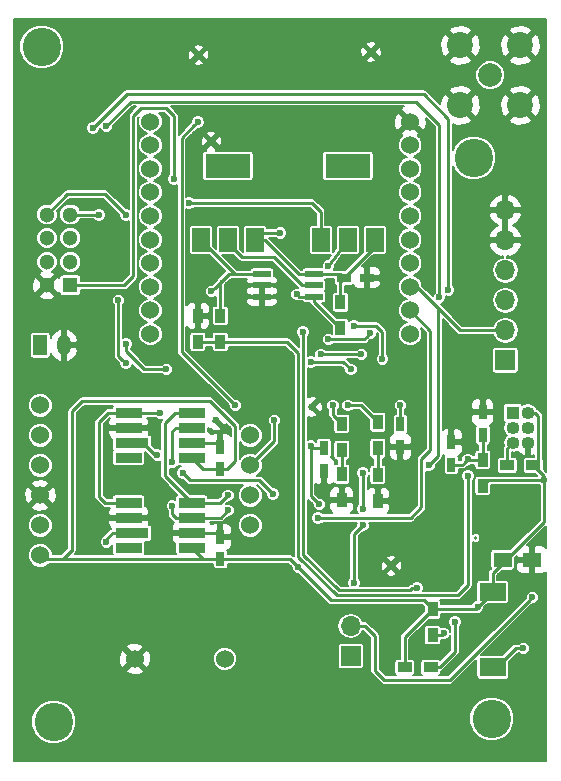
<source format=gbr>
G04 #@! TF.FileFunction,Copper,L1,Top,Signal*
%FSLAX46Y46*%
G04 Gerber Fmt 4.6, Leading zero omitted, Abs format (unit mm)*
G04 Created by KiCad (PCBNEW 4.0.6) date Thu Dec 28 15:24:54 2017*
%MOMM*%
%LPD*%
G01*
G04 APERTURE LIST*
%ADD10C,0.128000*%
%ADD11C,1.524000*%
%ADD12R,0.900000X1.200000*%
%ADD13R,1.100000X1.100000*%
%ADD14O,1.100000X1.100000*%
%ADD15R,1.700000X1.700000*%
%ADD16O,1.700000X1.700000*%
%ADD17R,0.750000X1.200000*%
%ADD18R,1.200000X0.750000*%
%ADD19R,2.200000X1.500000*%
%ADD20R,3.800000X2.000000*%
%ADD21R,1.500000X2.000000*%
%ADD22R,1.200000X0.900000*%
%ADD23R,1.500000X0.610000*%
%ADD24R,2.247900X0.899160*%
%ADD25R,2.799080X0.899160*%
%ADD26R,1.300000X1.300000*%
%ADD27C,1.300000*%
%ADD28C,2.200000*%
%ADD29C,2.000000*%
%ADD30C,0.600000*%
%ADD31R,1.200000X1.700000*%
%ADD32O,1.200000X1.700000*%
%ADD33R,1.500000X1.250000*%
%ADD34C,3.250000*%
%ADD35C,0.250000*%
%ADD36C,0.180000*%
G04 APERTURE END LIST*
D10*
D11*
X145161000Y-110363000D03*
X152781000Y-110363000D03*
D12*
X152400000Y-81323000D03*
X152400000Y-83523000D03*
X150495000Y-83523000D03*
X150495000Y-81323000D03*
D11*
X168478200Y-82864960D03*
X168478200Y-80863440D03*
X168478200Y-78864460D03*
X168478200Y-76862940D03*
X168478200Y-74863960D03*
X168478200Y-72864980D03*
X168478200Y-70863460D03*
X168478200Y-68864480D03*
X168478200Y-66862960D03*
X168478200Y-64863980D03*
X146481800Y-64863980D03*
X146481800Y-66862960D03*
X146481800Y-68864480D03*
X146481800Y-70863460D03*
X146481800Y-72864980D03*
X146481800Y-74863960D03*
X146481800Y-76862940D03*
X146481800Y-78864460D03*
X146481800Y-80863440D03*
X146481800Y-82864960D03*
D13*
X177165000Y-89535000D03*
D14*
X178435000Y-89535000D03*
X177165000Y-90805000D03*
X178435000Y-90805000D03*
X177165000Y-92075000D03*
X178435000Y-92075000D03*
D15*
X176530000Y-85090000D03*
D16*
X176530000Y-82550000D03*
X176530000Y-80010000D03*
X176530000Y-77470000D03*
X176530000Y-74930000D03*
X176530000Y-72390000D03*
D17*
X167640000Y-92390000D03*
X167640000Y-90490000D03*
X161163000Y-92522000D03*
X161163000Y-94422000D03*
X174625000Y-89474000D03*
X174625000Y-91374000D03*
X171958000Y-92014000D03*
X171958000Y-93914000D03*
D18*
X162880000Y-78105000D03*
X164780000Y-78105000D03*
D12*
X162687000Y-92667000D03*
X162687000Y-90467000D03*
X165735000Y-92540000D03*
X165735000Y-90340000D03*
X174625000Y-95715000D03*
X174625000Y-93515000D03*
D19*
X175450500Y-104686500D03*
X175450500Y-111086500D03*
D20*
X153035000Y-68605000D03*
D21*
X153035000Y-74905000D03*
X155335000Y-74905000D03*
X150735000Y-74905000D03*
D20*
X163195000Y-68605000D03*
D21*
X163195000Y-74905000D03*
X165495000Y-74905000D03*
X160895000Y-74905000D03*
D22*
X178900000Y-93980000D03*
X176700000Y-93980000D03*
D12*
X162687000Y-96942000D03*
X162687000Y-94742000D03*
X165735000Y-96985000D03*
X165735000Y-94785000D03*
D22*
X168000500Y-111061500D03*
X170200500Y-111061500D03*
D12*
X170370500Y-106151500D03*
X170370500Y-108351500D03*
X162560000Y-80180000D03*
X162560000Y-82380000D03*
D11*
X137160000Y-101600000D03*
X137160000Y-99060000D03*
X137160000Y-96520000D03*
X137160000Y-93980000D03*
X137160000Y-91440000D03*
X137160000Y-88900000D03*
X154940000Y-91440000D03*
X154940000Y-93980000D03*
X154940000Y-96520000D03*
X154940000Y-99060000D03*
D23*
X160315000Y-77790000D03*
X155915000Y-77790000D03*
X160315000Y-78740000D03*
X155915000Y-78740000D03*
X160315000Y-79690000D03*
X155915000Y-79690000D03*
D17*
X152400000Y-100015000D03*
X152400000Y-101915000D03*
X152400000Y-92395000D03*
X152400000Y-94295000D03*
D24*
X144645380Y-97160080D03*
X144645380Y-98412300D03*
D25*
X144922240Y-99707700D03*
D24*
X144645380Y-100959920D03*
X149994620Y-100959920D03*
X149994620Y-99707700D03*
X149994620Y-98412300D03*
X149994620Y-97160080D03*
X144645380Y-89540080D03*
X144645380Y-90792300D03*
D25*
X144922240Y-92087700D03*
D24*
X144645380Y-93339920D03*
X149994620Y-93339920D03*
X149994620Y-92087700D03*
X149994620Y-90792300D03*
X149994620Y-89540080D03*
D26*
X139700000Y-78740000D03*
D27*
X139700000Y-76740000D03*
X139700000Y-74740000D03*
X139700000Y-72740000D03*
X137700000Y-78740000D03*
X137700000Y-76740000D03*
X137700000Y-74740000D03*
X137700000Y-72740000D03*
D28*
X172720000Y-63500000D03*
X172720000Y-58420000D03*
X177800000Y-58420000D03*
X177800000Y-63500000D03*
D29*
X175260000Y-60960000D03*
D30*
X152019000Y-90170000D03*
X165163500Y-58991500D03*
X150558500Y-59245500D03*
D15*
X163449000Y-110109000D03*
D16*
X163449000Y-107569000D03*
D31*
X137160000Y-83820000D03*
D32*
X139160000Y-83820000D03*
D33*
X176296000Y-101981000D03*
X178796000Y-101981000D03*
D30*
X166878000Y-102489000D03*
X151638000Y-66548000D03*
X160147000Y-89027000D03*
D34*
X138303000Y-115697000D03*
X173863000Y-67945000D03*
X137287000Y-58547000D03*
X175387000Y-115443000D03*
D30*
X151638000Y-79247998D03*
X173355000Y-94869000D03*
X179832000Y-95250000D03*
X160782000Y-97282000D03*
X160039021Y-92329000D03*
X159004000Y-102616000D03*
X167640000Y-88900000D03*
X174180500Y-105981500D03*
X149733000Y-71755000D03*
X148463000Y-69723000D03*
X150495000Y-64897000D03*
X153670000Y-88900000D03*
X165099998Y-82804000D03*
X161543998Y-83312000D03*
X166116000Y-84963000D03*
X163703000Y-82169000D03*
X173355000Y-93472000D03*
X159385000Y-82677000D03*
X169037000Y-104374979D03*
X157480000Y-74295000D03*
X161925000Y-88900000D03*
X163195000Y-88900000D03*
X160655000Y-98425000D03*
X170053000Y-93980000D03*
X178054000Y-109474000D03*
X158877000Y-79502000D03*
X161544000Y-77089000D03*
X172275500Y-107251500D03*
X171323000Y-108204000D03*
X170942000Y-79756000D03*
X142748000Y-65278000D03*
X171704004Y-79121000D03*
X141605000Y-65405000D03*
X156972000Y-90170000D03*
X142748000Y-100457000D03*
X149225000Y-94615000D03*
X147066000Y-93091000D03*
X156845000Y-96393002D03*
X148336001Y-97408999D03*
X148336000Y-93726000D03*
X153035000Y-97790000D03*
X153035000Y-96520000D03*
X147320000Y-89535000D03*
X144399000Y-85314010D03*
X142113000Y-72771000D03*
X143764000Y-80010000D03*
X160909000Y-84582000D03*
X164338000Y-84582000D03*
X144399000Y-72771000D03*
X147828000Y-85852000D03*
X163449000Y-85852000D03*
X160039021Y-85217000D03*
X144399002Y-83693000D03*
X163703000Y-103944968D03*
X164465000Y-97663000D03*
X164465000Y-99060000D03*
X164465000Y-94615000D03*
X178816000Y-105156000D03*
D35*
X173990000Y-100160000D02*
X173990000Y-100076000D01*
X151937999Y-78947999D02*
X151638000Y-79247998D01*
X153096000Y-77790000D02*
X151937999Y-78947999D01*
X155915000Y-77790000D02*
X153096000Y-77790000D01*
X153096000Y-77790000D02*
X152400000Y-78486000D01*
X152400000Y-78486000D02*
X152400000Y-81323000D01*
X155915000Y-77790000D02*
X153620000Y-77790000D01*
X153620000Y-77790000D02*
X150735000Y-74905000D01*
X149994620Y-99707700D02*
X152092700Y-99707700D01*
X152092700Y-99707700D02*
X152400000Y-100015000D01*
X152400000Y-92395000D02*
X152092700Y-92087700D01*
X152092700Y-92087700D02*
X149994620Y-92087700D01*
X173355000Y-95293264D02*
X173355000Y-94869000D01*
X159004000Y-101720596D02*
X162263393Y-104979989D01*
X162263393Y-104979989D02*
X172515011Y-104979989D01*
X158072000Y-83523000D02*
X159004000Y-84455000D01*
X152400000Y-83523000D02*
X158072000Y-83523000D01*
X172515011Y-104979989D02*
X173355000Y-104140000D01*
X159004000Y-84455000D02*
X159004000Y-101720596D01*
X173355000Y-104140000D02*
X173355000Y-95293264D01*
X150495000Y-83523000D02*
X152400000Y-83523000D01*
X179832000Y-95250000D02*
X175090000Y-95250000D01*
X175090000Y-95250000D02*
X174625000Y-95715000D01*
X179832000Y-95250000D02*
X179832000Y-94912000D01*
X179832000Y-94912000D02*
X178900000Y-93980000D01*
X176405500Y-102171500D02*
X179832000Y-98745000D01*
X179832000Y-95674264D02*
X179832000Y-95250000D01*
X179832000Y-98745000D02*
X179832000Y-95674264D01*
X178435000Y-89535000D02*
X179070000Y-89535000D01*
X179070000Y-89535000D02*
X179324000Y-89789000D01*
X179324000Y-89789000D02*
X179324000Y-93556000D01*
X179324000Y-93556000D02*
X178900000Y-93980000D01*
X160039021Y-96539021D02*
X160482001Y-96982001D01*
X160482001Y-96982001D02*
X160782000Y-97282000D01*
X160039021Y-92329000D02*
X160039021Y-96539021D01*
X160232021Y-92522000D02*
X160039021Y-92329000D01*
X161163000Y-92522000D02*
X160232021Y-92522000D01*
X139827000Y-100584000D02*
X139827000Y-101219000D01*
X139827000Y-101153000D02*
X139065000Y-101915000D01*
X139827000Y-89408000D02*
X139827000Y-100584000D01*
X152400000Y-101915000D02*
X139065000Y-101915000D01*
X139065000Y-101915000D02*
X137475000Y-101915000D01*
X139827000Y-100584000D02*
X139827000Y-101153000D01*
X152400000Y-94295000D02*
X152974000Y-94295000D01*
X152974000Y-94295000D02*
X153670000Y-93599000D01*
X153670000Y-93599000D02*
X153670000Y-90678000D01*
X153670000Y-90678000D02*
X151511000Y-88519000D01*
X139827000Y-101219000D02*
X139446000Y-101600000D01*
X151511000Y-88519000D02*
X140716000Y-88519000D01*
X140716000Y-88519000D02*
X139827000Y-89408000D01*
X170370500Y-106151500D02*
X169629000Y-105410000D01*
X169629000Y-105410000D02*
X161798000Y-105410000D01*
X161798000Y-105410000D02*
X159004000Y-102616000D01*
X152400000Y-101915000D02*
X158303000Y-101915000D01*
X159303999Y-102915999D02*
X159004000Y-102616000D01*
X158303000Y-101915000D02*
X158704001Y-102316001D01*
X158704001Y-102316001D02*
X159004000Y-102616000D01*
X167640000Y-88900000D02*
X167640000Y-90490000D01*
X137475000Y-101915000D02*
X137160000Y-101600000D01*
X149994620Y-100959920D02*
X150949700Y-101915000D01*
X150949700Y-101915000D02*
X152400000Y-101915000D01*
X149994620Y-93339920D02*
X150949700Y-94295000D01*
X150949700Y-94295000D02*
X152400000Y-94295000D01*
X168000500Y-111061500D02*
X168000500Y-108521500D01*
X168000500Y-108521500D02*
X170370500Y-106151500D01*
X175450500Y-104686500D02*
X175450500Y-103126500D01*
X175450500Y-103126500D02*
X176405500Y-102171500D01*
X170370500Y-106151500D02*
X174010500Y-106151500D01*
X174010500Y-106151500D02*
X174180500Y-105981500D01*
X174180500Y-105981500D02*
X175450500Y-104711500D01*
X175450500Y-104711500D02*
X175450500Y-104686500D01*
X139700000Y-78740000D02*
X144272000Y-78740000D01*
X144272000Y-78740000D02*
X145034000Y-77978000D01*
X147828000Y-63754000D02*
X148463000Y-64389000D01*
X145034000Y-77978000D02*
X145034000Y-64389000D01*
X145034000Y-64389000D02*
X145669000Y-63754000D01*
X145669000Y-63754000D02*
X147828000Y-63754000D01*
X148463000Y-64389000D02*
X148463000Y-69298736D01*
X148463000Y-69298736D02*
X148463000Y-69723000D01*
X160895000Y-74905000D02*
X160895000Y-72503000D01*
X160147000Y-71755000D02*
X150157264Y-71755000D01*
X160895000Y-72503000D02*
X160147000Y-71755000D01*
X150157264Y-71755000D02*
X149733000Y-71755000D01*
X150195001Y-65196999D02*
X150495000Y-64897000D01*
X153670000Y-88900000D02*
X149127998Y-84357998D01*
X149127998Y-84357998D02*
X149127998Y-66264002D01*
X149127998Y-66264002D02*
X150195001Y-65196999D01*
X164799999Y-83103999D02*
X165099998Y-82804000D01*
X164591998Y-83312000D02*
X164799999Y-83103999D01*
X161543998Y-83312000D02*
X164591998Y-83312000D01*
X166116000Y-82677000D02*
X166116000Y-84963000D01*
X165608000Y-82169000D02*
X166116000Y-82677000D01*
X163703000Y-82169000D02*
X165608000Y-82169000D01*
X173398000Y-93515000D02*
X173355000Y-93472000D01*
X174625000Y-93515000D02*
X173398000Y-93515000D01*
X172913000Y-93914000D02*
X173055001Y-93771999D01*
X171958000Y-93914000D02*
X172913000Y-93914000D01*
X173055001Y-93771999D02*
X173355000Y-93472000D01*
X174625000Y-91374000D02*
X174625000Y-93515000D01*
X160315000Y-77790000D02*
X159070000Y-77790000D01*
X159070000Y-77790000D02*
X156185000Y-74905000D01*
X156185000Y-74905000D02*
X155335000Y-74905000D01*
X162441509Y-104549978D02*
X159434011Y-101542480D01*
X168437737Y-104549978D02*
X162441509Y-104549978D01*
X159385000Y-83101264D02*
X159385000Y-82677000D01*
X159434011Y-83150275D02*
X159385000Y-83101264D01*
X169037000Y-104374979D02*
X168612736Y-104374979D01*
X159434011Y-101542480D02*
X159434011Y-83150275D01*
X168612736Y-104374979D02*
X168437737Y-104549978D01*
X155335000Y-74905000D02*
X155945000Y-74295000D01*
X155945000Y-74295000D02*
X157480000Y-74295000D01*
X165495000Y-74905000D02*
X165495000Y-75490000D01*
X160315000Y-77790000D02*
X162565000Y-77790000D01*
X162560000Y-80180000D02*
X162560000Y-78425000D01*
X162560000Y-78425000D02*
X162880000Y-78105000D01*
X165495000Y-75490000D02*
X162880000Y-78105000D01*
X162565000Y-77790000D02*
X162880000Y-78105000D01*
X162687000Y-92667000D02*
X162687000Y-94742000D01*
X161925000Y-88900000D02*
X161925000Y-89705000D01*
X161925000Y-89705000D02*
X162687000Y-90467000D01*
X165735000Y-92540000D02*
X165735000Y-94785000D01*
X164295000Y-88900000D02*
X165735000Y-90340000D01*
X163195000Y-88900000D02*
X164295000Y-88900000D01*
X176700000Y-93980000D02*
X176700000Y-92540000D01*
X176700000Y-92540000D02*
X177165000Y-92075000D01*
X168478200Y-80863440D02*
X170180000Y-82565240D01*
X170180000Y-82565240D02*
X170180000Y-92703598D01*
X170180000Y-92703598D02*
X169418000Y-93465598D01*
X169418000Y-93465598D02*
X169418000Y-97536000D01*
X169418000Y-97536000D02*
X168529000Y-98425000D01*
X168529000Y-98425000D02*
X161079264Y-98425000D01*
X161079264Y-98425000D02*
X160655000Y-98425000D01*
X170352999Y-93680001D02*
X170053000Y-93980000D01*
X170815000Y-93218000D02*
X170352999Y-93680001D01*
X170815000Y-80645000D02*
X170815000Y-93218000D01*
X176530000Y-82550000D02*
X172720000Y-82550000D01*
X172720000Y-82550000D02*
X170815000Y-80645000D01*
X170815000Y-80645000D02*
X169034460Y-78864460D01*
X168478200Y-78864460D02*
X169034460Y-78864460D01*
X177629736Y-109474000D02*
X178054000Y-109474000D01*
X177413000Y-109474000D02*
X177629736Y-109474000D01*
X175800500Y-111086500D02*
X177413000Y-109474000D01*
X175450500Y-111086500D02*
X175800500Y-111086500D01*
X153035000Y-75155000D02*
X153035000Y-74905000D01*
X156902000Y-76327000D02*
X154207000Y-76327000D01*
X160315000Y-78740000D02*
X159315000Y-78740000D01*
X154207000Y-76327000D02*
X153035000Y-75155000D01*
X159315000Y-78740000D02*
X156902000Y-76327000D01*
X159065000Y-79690000D02*
X158877000Y-79502000D01*
X160315000Y-79690000D02*
X159065000Y-79690000D01*
X161544000Y-77089000D02*
X163195000Y-74905000D01*
X160315000Y-79690000D02*
X160315000Y-80135000D01*
X160315000Y-80135000D02*
X162560000Y-82380000D01*
X170200500Y-111061500D02*
X171005500Y-111061500D01*
X172275500Y-107251500D02*
X172275500Y-109791500D01*
X171005500Y-111061500D02*
X172275500Y-109791500D01*
X170370500Y-108351500D02*
X171175500Y-108351500D01*
X171175500Y-108351500D02*
X171323000Y-108204000D01*
X142748000Y-65278000D02*
X144843500Y-63182500D01*
X144843500Y-63182500D02*
X168973500Y-63182500D01*
X168973500Y-63182500D02*
X170942000Y-65151000D01*
X170942000Y-65151000D02*
X170942000Y-79121000D01*
X170942000Y-79121000D02*
X170942000Y-79756000D01*
X171704004Y-78696736D02*
X171704004Y-79121000D01*
X144462500Y-62547500D02*
X169608500Y-62547500D01*
X169608500Y-62547500D02*
X171704004Y-64643004D01*
X141605000Y-65405000D02*
X144462500Y-62547500D01*
X171704004Y-64643004D02*
X171704004Y-78696736D01*
X156972000Y-91948000D02*
X154940000Y-93980000D01*
X156972000Y-90170000D02*
X156972000Y-91948000D01*
X142748000Y-100232400D02*
X142748000Y-100457000D01*
X144922240Y-99707700D02*
X143272700Y-99707700D01*
X143272700Y-99707700D02*
X142748000Y-100232400D01*
X155701998Y-95250000D02*
X149860000Y-95250000D01*
X156845000Y-96393002D02*
X155701998Y-95250000D01*
X149524999Y-94914999D02*
X149225000Y-94615000D01*
X149860000Y-95250000D02*
X149524999Y-94914999D01*
X144922240Y-92087700D02*
X145872200Y-92087700D01*
X145872200Y-92087700D02*
X146875500Y-93091000D01*
X146875500Y-93091000D02*
X147066000Y-93091000D01*
X148336001Y-97833263D02*
X148336001Y-97408999D01*
X148336001Y-98127631D02*
X148336001Y-97833263D01*
X148620670Y-98412300D02*
X148336001Y-98127631D01*
X149994620Y-98412300D02*
X148620670Y-98412300D01*
X148336000Y-91076970D02*
X148336000Y-93301736D01*
X148336000Y-93301736D02*
X148336000Y-93726000D01*
X148620670Y-90792300D02*
X148336000Y-91076970D01*
X149994620Y-90792300D02*
X148620670Y-90792300D01*
X152412700Y-98412300D02*
X149994620Y-98412300D01*
X153035000Y-97790000D02*
X152412700Y-98412300D01*
X149994620Y-89540080D02*
X148584920Y-89540080D01*
X148584920Y-89540080D02*
X147701000Y-90424000D01*
X147701000Y-90424000D02*
X147701000Y-94866460D01*
X147701000Y-94866460D02*
X149994620Y-97160080D01*
X152394920Y-97160080D02*
X149994620Y-97160080D01*
X153035000Y-96520000D02*
X152394920Y-97160080D01*
X144645380Y-97160080D02*
X142626080Y-97160080D01*
X142626080Y-97160080D02*
X142113000Y-96647000D01*
X142869920Y-89540080D02*
X144645380Y-89540080D01*
X142113000Y-96647000D02*
X142113000Y-90297000D01*
X142113000Y-90297000D02*
X142869920Y-89540080D01*
X147314920Y-89540080D02*
X144645380Y-89540080D01*
X147320000Y-89535000D02*
X147314920Y-89540080D01*
X144099001Y-85014011D02*
X144399000Y-85314010D01*
X143764000Y-84679010D02*
X144099001Y-85014011D01*
X143764000Y-80010000D02*
X143764000Y-84679010D01*
X142082000Y-72740000D02*
X142113000Y-72771000D01*
X139700000Y-72740000D02*
X142082000Y-72740000D01*
X164338000Y-84582000D02*
X160909000Y-84582000D01*
X147828000Y-85852000D02*
X145923000Y-85852000D01*
X144099001Y-72471001D02*
X144399000Y-72771000D01*
X142621000Y-70993000D02*
X144099001Y-72471001D01*
X139447000Y-70993000D02*
X142621000Y-70993000D01*
X137700000Y-72740000D02*
X139447000Y-70993000D01*
X162814000Y-85217000D02*
X160463285Y-85217000D01*
X163449000Y-85852000D02*
X162814000Y-85217000D01*
X160463285Y-85217000D02*
X160039021Y-85217000D01*
X144399002Y-84328002D02*
X144399002Y-83693000D01*
X145923000Y-85852000D02*
X144399002Y-84328002D01*
X164465000Y-99060000D02*
X163703000Y-99822000D01*
X163703000Y-103520704D02*
X163703000Y-103944968D01*
X163703000Y-99822000D02*
X163703000Y-103520704D01*
X164465000Y-94615000D02*
X164465000Y-97663000D01*
X166243000Y-112141000D02*
X171831000Y-112141000D01*
X165481000Y-108398919D02*
X165481000Y-111379000D01*
X165481000Y-111379000D02*
X166243000Y-112141000D01*
X163449000Y-107569000D02*
X164651081Y-107569000D01*
X164651081Y-107569000D02*
X165481000Y-108398919D01*
X178516001Y-105455999D02*
X178816000Y-105156000D01*
X171831000Y-112141000D02*
X178516001Y-105455999D01*
D36*
G36*
X179995000Y-94516386D02*
X179775289Y-94296675D01*
X179775289Y-93530000D01*
X179756462Y-93429944D01*
X179719000Y-93371727D01*
X179719000Y-89789000D01*
X179688932Y-89637840D01*
X179603307Y-89509693D01*
X179349307Y-89255693D01*
X179221160Y-89170068D01*
X179167326Y-89159360D01*
X179030893Y-88955172D01*
X178764865Y-88777419D01*
X178451065Y-88715000D01*
X178418935Y-88715000D01*
X178105135Y-88777419D01*
X177963268Y-88872211D01*
X177912329Y-88793049D01*
X177822103Y-88731400D01*
X177715000Y-88709711D01*
X176615000Y-88709711D01*
X176514944Y-88728538D01*
X176423049Y-88787671D01*
X176361400Y-88877897D01*
X176339711Y-88985000D01*
X176339711Y-90085000D01*
X176358538Y-90185056D01*
X176417671Y-90276951D01*
X176497887Y-90331761D01*
X176391354Y-90491200D01*
X176328935Y-90805000D01*
X176391354Y-91118800D01*
X176569107Y-91384828D01*
X176651678Y-91440000D01*
X176569107Y-91495172D01*
X176391354Y-91761200D01*
X176328935Y-92075000D01*
X176378448Y-92323917D01*
X176335068Y-92388840D01*
X176305000Y-92540000D01*
X176305000Y-93254711D01*
X176100000Y-93254711D01*
X175999944Y-93273538D01*
X175908049Y-93332671D01*
X175846400Y-93422897D01*
X175824711Y-93530000D01*
X175824711Y-94430000D01*
X175843538Y-94530056D01*
X175902671Y-94621951D01*
X175992897Y-94683600D01*
X176100000Y-94705289D01*
X177300000Y-94705289D01*
X177400056Y-94686462D01*
X177491951Y-94627329D01*
X177553600Y-94537103D01*
X177575289Y-94430000D01*
X177575289Y-93530000D01*
X177556462Y-93429944D01*
X177497329Y-93338049D01*
X177407103Y-93276400D01*
X177300000Y-93254711D01*
X177095000Y-93254711D01*
X177095000Y-92884272D01*
X177148935Y-92895000D01*
X177181065Y-92895000D01*
X177494865Y-92832581D01*
X177562855Y-92787152D01*
X177701482Y-92958116D01*
X178095272Y-93171598D01*
X178271000Y-93061742D01*
X178271000Y-92239000D01*
X178251000Y-92239000D01*
X178251000Y-91911000D01*
X178271000Y-91911000D01*
X178271000Y-91891000D01*
X178599000Y-91891000D01*
X178599000Y-91911000D01*
X178619000Y-91911000D01*
X178619000Y-92239000D01*
X178599000Y-92239000D01*
X178599000Y-93061742D01*
X178774728Y-93171598D01*
X178929000Y-93087964D01*
X178929000Y-93254711D01*
X178300000Y-93254711D01*
X178199944Y-93273538D01*
X178108049Y-93332671D01*
X178046400Y-93422897D01*
X178024711Y-93530000D01*
X178024711Y-94430000D01*
X178043538Y-94530056D01*
X178102671Y-94621951D01*
X178192897Y-94683600D01*
X178300000Y-94705289D01*
X179066675Y-94705289D01*
X179216386Y-94855000D01*
X175150499Y-94855000D01*
X175075000Y-94839711D01*
X174175000Y-94839711D01*
X174074944Y-94858538D01*
X173983049Y-94917671D01*
X173921400Y-95007897D01*
X173899711Y-95115000D01*
X173899711Y-96315000D01*
X173918538Y-96415056D01*
X173977671Y-96506951D01*
X174067897Y-96568600D01*
X174175000Y-96590289D01*
X175075000Y-96590289D01*
X175175056Y-96571462D01*
X175266951Y-96512329D01*
X175328600Y-96422103D01*
X175350289Y-96315000D01*
X175350289Y-95645000D01*
X179420912Y-95645000D01*
X179437000Y-95661116D01*
X179437000Y-98581386D01*
X176937675Y-101080711D01*
X175546000Y-101080711D01*
X175445944Y-101099538D01*
X175354049Y-101158671D01*
X175292400Y-101248897D01*
X175270711Y-101356000D01*
X175270711Y-102606000D01*
X175289538Y-102706056D01*
X175298462Y-102719924D01*
X175171193Y-102847193D01*
X175085568Y-102975340D01*
X175055500Y-103126500D01*
X175055500Y-103661211D01*
X174350500Y-103661211D01*
X174250444Y-103680038D01*
X174158549Y-103739171D01*
X174096900Y-103829397D01*
X174075211Y-103936500D01*
X174075211Y-105411408D01*
X174067617Y-105411401D01*
X173858043Y-105497996D01*
X173697559Y-105658199D01*
X173656741Y-105756500D01*
X171095789Y-105756500D01*
X171095789Y-105551500D01*
X171076962Y-105451444D01*
X171027764Y-105374989D01*
X172515011Y-105374989D01*
X172666171Y-105344921D01*
X172794318Y-105259296D01*
X173634307Y-104419307D01*
X173719932Y-104291160D01*
X173750000Y-104140000D01*
X173750000Y-100465571D01*
X173838840Y-100524932D01*
X173990000Y-100555000D01*
X174141160Y-100524932D01*
X174269307Y-100439307D01*
X174354932Y-100311160D01*
X174385000Y-100160000D01*
X174385000Y-100076000D01*
X174354932Y-99924840D01*
X174269307Y-99796693D01*
X174141160Y-99711068D01*
X173990000Y-99681000D01*
X173838840Y-99711068D01*
X173750000Y-99770429D01*
X173750000Y-95280088D01*
X173837941Y-95192301D01*
X173924901Y-94982877D01*
X173925099Y-94756117D01*
X173838504Y-94546543D01*
X173678301Y-94386059D01*
X173468877Y-94299099D01*
X173242117Y-94298901D01*
X173032543Y-94385496D01*
X172872059Y-94545699D01*
X172785099Y-94755123D01*
X172784901Y-94981883D01*
X172871496Y-95191457D01*
X172960000Y-95280116D01*
X172960000Y-103976386D01*
X172351397Y-104584989D01*
X169566983Y-104584989D01*
X169606901Y-104488856D01*
X169607099Y-104262096D01*
X169520504Y-104052522D01*
X169360301Y-103892038D01*
X169150877Y-103805078D01*
X168924117Y-103804880D01*
X168714543Y-103891475D01*
X168625884Y-103979979D01*
X168612736Y-103979979D01*
X168461576Y-104010047D01*
X168333429Y-104095672D01*
X168274123Y-104154978D01*
X164232983Y-104154978D01*
X164272901Y-104058845D01*
X164273099Y-103832085D01*
X164186504Y-103622511D01*
X164098000Y-103533852D01*
X164098000Y-103126291D01*
X166452841Y-103126291D01*
X166468452Y-103307890D01*
X166813002Y-103402283D01*
X167167448Y-103357638D01*
X167287548Y-103307890D01*
X167303159Y-103126291D01*
X166878000Y-102701132D01*
X166452841Y-103126291D01*
X164098000Y-103126291D01*
X164098000Y-102424002D01*
X165964717Y-102424002D01*
X166009362Y-102778448D01*
X166059110Y-102898548D01*
X166240709Y-102914159D01*
X166665868Y-102489000D01*
X167090132Y-102489000D01*
X167515291Y-102914159D01*
X167696890Y-102898548D01*
X167791283Y-102553998D01*
X167746638Y-102199552D01*
X167696890Y-102079452D01*
X167515291Y-102063841D01*
X167090132Y-102489000D01*
X166665868Y-102489000D01*
X166240709Y-102063841D01*
X166059110Y-102079452D01*
X165964717Y-102424002D01*
X164098000Y-102424002D01*
X164098000Y-101851709D01*
X166452841Y-101851709D01*
X166878000Y-102276868D01*
X167303159Y-101851709D01*
X167287548Y-101670110D01*
X166942998Y-101575717D01*
X166588552Y-101620362D01*
X166468452Y-101670110D01*
X166452841Y-101851709D01*
X164098000Y-101851709D01*
X164098000Y-99985614D01*
X164453623Y-99629991D01*
X164577883Y-99630099D01*
X164787457Y-99543504D01*
X164947941Y-99383301D01*
X165034901Y-99173877D01*
X165035099Y-98947117D01*
X164982575Y-98820000D01*
X168529000Y-98820000D01*
X168680160Y-98789932D01*
X168808307Y-98704307D01*
X169697307Y-97815307D01*
X169782932Y-97687160D01*
X169813000Y-97536000D01*
X169813000Y-94497530D01*
X169939123Y-94549901D01*
X170165883Y-94550099D01*
X170375457Y-94463504D01*
X170535941Y-94303301D01*
X170622901Y-94093877D01*
X170623010Y-93968604D01*
X171094307Y-93497307D01*
X171179932Y-93369160D01*
X171210000Y-93218000D01*
X171210000Y-93086700D01*
X171244260Y-93120960D01*
X171356385Y-93167403D01*
X171329400Y-93206897D01*
X171307711Y-93314000D01*
X171307711Y-94514000D01*
X171326538Y-94614056D01*
X171385671Y-94705951D01*
X171475897Y-94767600D01*
X171583000Y-94789289D01*
X172333000Y-94789289D01*
X172433056Y-94770462D01*
X172524951Y-94711329D01*
X172586600Y-94621103D01*
X172608289Y-94514000D01*
X172608289Y-94309000D01*
X172913000Y-94309000D01*
X173064160Y-94278932D01*
X173192307Y-94193307D01*
X173343623Y-94041991D01*
X173467883Y-94042099D01*
X173677457Y-93955504D01*
X173723041Y-93910000D01*
X173899711Y-93910000D01*
X173899711Y-94115000D01*
X173918538Y-94215056D01*
X173977671Y-94306951D01*
X174067897Y-94368600D01*
X174175000Y-94390289D01*
X175075000Y-94390289D01*
X175175056Y-94371462D01*
X175266951Y-94312329D01*
X175328600Y-94222103D01*
X175350289Y-94115000D01*
X175350289Y-92915000D01*
X175331462Y-92814944D01*
X175272329Y-92723049D01*
X175182103Y-92661400D01*
X175075000Y-92639711D01*
X175020000Y-92639711D01*
X175020000Y-92245526D01*
X175100056Y-92230462D01*
X175191951Y-92171329D01*
X175253600Y-92081103D01*
X175275289Y-91974000D01*
X175275289Y-90774000D01*
X175256462Y-90673944D01*
X175226535Y-90627437D01*
X175338740Y-90580960D01*
X175506960Y-90412740D01*
X175598000Y-90192950D01*
X175598000Y-89787500D01*
X175448500Y-89638000D01*
X174789000Y-89638000D01*
X174789000Y-89658000D01*
X174461000Y-89658000D01*
X174461000Y-89638000D01*
X173801500Y-89638000D01*
X173652000Y-89787500D01*
X173652000Y-90192950D01*
X173743040Y-90412740D01*
X173911260Y-90580960D01*
X174023385Y-90627403D01*
X173996400Y-90666897D01*
X173974711Y-90774000D01*
X173974711Y-91974000D01*
X173993538Y-92074056D01*
X174052671Y-92165951D01*
X174142897Y-92227600D01*
X174230000Y-92245239D01*
X174230000Y-92639711D01*
X174175000Y-92639711D01*
X174074944Y-92658538D01*
X173983049Y-92717671D01*
X173921400Y-92807897D01*
X173899711Y-92915000D01*
X173899711Y-93120000D01*
X173809013Y-93120000D01*
X173678301Y-92989059D01*
X173468877Y-92902099D01*
X173242117Y-92901901D01*
X173032543Y-92988496D01*
X172872059Y-93148699D01*
X172785099Y-93358123D01*
X172784990Y-93483396D01*
X172749386Y-93519000D01*
X172608289Y-93519000D01*
X172608289Y-93314000D01*
X172589462Y-93213944D01*
X172559535Y-93167437D01*
X172671740Y-93120960D01*
X172839960Y-92952740D01*
X172931000Y-92732950D01*
X172931000Y-92327500D01*
X172781500Y-92178000D01*
X172122000Y-92178000D01*
X172122000Y-92198000D01*
X171794000Y-92198000D01*
X171794000Y-92178000D01*
X171774000Y-92178000D01*
X171774000Y-91850000D01*
X171794000Y-91850000D01*
X171794000Y-90965500D01*
X172122000Y-90965500D01*
X172122000Y-91850000D01*
X172781500Y-91850000D01*
X172931000Y-91700500D01*
X172931000Y-91295050D01*
X172839960Y-91075260D01*
X172671740Y-90907040D01*
X172451949Y-90816000D01*
X172271500Y-90816000D01*
X172122000Y-90965500D01*
X171794000Y-90965500D01*
X171644500Y-90816000D01*
X171464051Y-90816000D01*
X171244260Y-90907040D01*
X171210000Y-90941300D01*
X171210000Y-88755050D01*
X173652000Y-88755050D01*
X173652000Y-89160500D01*
X173801500Y-89310000D01*
X174461000Y-89310000D01*
X174461000Y-88425500D01*
X174789000Y-88425500D01*
X174789000Y-89310000D01*
X175448500Y-89310000D01*
X175598000Y-89160500D01*
X175598000Y-88755050D01*
X175506960Y-88535260D01*
X175338740Y-88367040D01*
X175118949Y-88276000D01*
X174938500Y-88276000D01*
X174789000Y-88425500D01*
X174461000Y-88425500D01*
X174311500Y-88276000D01*
X174131051Y-88276000D01*
X173911260Y-88367040D01*
X173743040Y-88535260D01*
X173652000Y-88755050D01*
X171210000Y-88755050D01*
X171210000Y-84240000D01*
X175404711Y-84240000D01*
X175404711Y-85940000D01*
X175423538Y-86040056D01*
X175482671Y-86131951D01*
X175572897Y-86193600D01*
X175680000Y-86215289D01*
X177380000Y-86215289D01*
X177480056Y-86196462D01*
X177571951Y-86137329D01*
X177633600Y-86047103D01*
X177655289Y-85940000D01*
X177655289Y-84240000D01*
X177636462Y-84139944D01*
X177577329Y-84048049D01*
X177487103Y-83986400D01*
X177380000Y-83964711D01*
X175680000Y-83964711D01*
X175579944Y-83983538D01*
X175488049Y-84042671D01*
X175426400Y-84132897D01*
X175404711Y-84240000D01*
X171210000Y-84240000D01*
X171210000Y-81598614D01*
X172440693Y-82829307D01*
X172568840Y-82914932D01*
X172720000Y-82945000D01*
X175466629Y-82945000D01*
X175473313Y-82978605D01*
X175716098Y-83341960D01*
X176079453Y-83584745D01*
X176508058Y-83670000D01*
X176551942Y-83670000D01*
X176980547Y-83584745D01*
X177343902Y-83341960D01*
X177586687Y-82978605D01*
X177671942Y-82550000D01*
X177586687Y-82121395D01*
X177343902Y-81758040D01*
X176980547Y-81515255D01*
X176551942Y-81430000D01*
X176508058Y-81430000D01*
X176079453Y-81515255D01*
X175716098Y-81758040D01*
X175473313Y-82121395D01*
X175466629Y-82155000D01*
X172883614Y-82155000D01*
X171054713Y-80326099D01*
X171054883Y-80326099D01*
X171264457Y-80239504D01*
X171424941Y-80079301D01*
X171453717Y-80010000D01*
X175388058Y-80010000D01*
X175473313Y-80438605D01*
X175716098Y-80801960D01*
X176079453Y-81044745D01*
X176508058Y-81130000D01*
X176551942Y-81130000D01*
X176980547Y-81044745D01*
X177343902Y-80801960D01*
X177586687Y-80438605D01*
X177671942Y-80010000D01*
X177586687Y-79581395D01*
X177343902Y-79218040D01*
X176980547Y-78975255D01*
X176551942Y-78890000D01*
X176508058Y-78890000D01*
X176079453Y-78975255D01*
X175716098Y-79218040D01*
X175473313Y-79581395D01*
X175388058Y-80010000D01*
X171453717Y-80010000D01*
X171511901Y-79869877D01*
X171512086Y-79658496D01*
X171590127Y-79690901D01*
X171816887Y-79691099D01*
X172026461Y-79604504D01*
X172186945Y-79444301D01*
X172273905Y-79234877D01*
X172274103Y-79008117D01*
X172187508Y-78798543D01*
X172099004Y-78709884D01*
X172099004Y-75317040D01*
X175134685Y-75317040D01*
X175269673Y-75642965D01*
X175638450Y-76071000D01*
X176142957Y-76325328D01*
X176365998Y-76219197D01*
X176365998Y-76378000D01*
X176367293Y-76378000D01*
X176079453Y-76435255D01*
X175716098Y-76678040D01*
X175473313Y-77041395D01*
X175388058Y-77470000D01*
X175473313Y-77898605D01*
X175716098Y-78261960D01*
X176079453Y-78504745D01*
X176508058Y-78590000D01*
X176551942Y-78590000D01*
X176980547Y-78504745D01*
X177343902Y-78261960D01*
X177586687Y-77898605D01*
X177671942Y-77470000D01*
X177586687Y-77041395D01*
X177343902Y-76678040D01*
X176980547Y-76435255D01*
X176692707Y-76378000D01*
X176694002Y-76378000D01*
X176694002Y-76219197D01*
X176917043Y-76325328D01*
X177421550Y-76071000D01*
X177790327Y-75642965D01*
X177925315Y-75317040D01*
X177818102Y-75094000D01*
X176694000Y-75094000D01*
X176694000Y-75114000D01*
X176366000Y-75114000D01*
X176366000Y-75094000D01*
X175241898Y-75094000D01*
X175134685Y-75317040D01*
X172099004Y-75317040D01*
X172099004Y-72777040D01*
X175134685Y-72777040D01*
X175269673Y-73102965D01*
X175638450Y-73531000D01*
X175894346Y-73660000D01*
X175638450Y-73789000D01*
X175269673Y-74217035D01*
X175134685Y-74542960D01*
X175241898Y-74766000D01*
X176366000Y-74766000D01*
X176366000Y-72554000D01*
X176694000Y-72554000D01*
X176694000Y-74766000D01*
X177818102Y-74766000D01*
X177925315Y-74542960D01*
X177790327Y-74217035D01*
X177421550Y-73789000D01*
X177165654Y-73660000D01*
X177421550Y-73531000D01*
X177790327Y-73102965D01*
X177925315Y-72777040D01*
X177818102Y-72554000D01*
X176694000Y-72554000D01*
X176366000Y-72554000D01*
X175241898Y-72554000D01*
X175134685Y-72777040D01*
X172099004Y-72777040D01*
X172099004Y-72002960D01*
X175134685Y-72002960D01*
X175241898Y-72226000D01*
X176366000Y-72226000D01*
X176366000Y-71100804D01*
X176694000Y-71100804D01*
X176694000Y-72226000D01*
X177818102Y-72226000D01*
X177925315Y-72002960D01*
X177790327Y-71677035D01*
X177421550Y-71249000D01*
X176917043Y-70994672D01*
X176694000Y-71100804D01*
X176366000Y-71100804D01*
X176142957Y-70994672D01*
X175638450Y-71249000D01*
X175269673Y-71677035D01*
X175134685Y-72002960D01*
X172099004Y-72002960D01*
X172099004Y-68638132D01*
X172255561Y-69017029D01*
X172788167Y-69550566D01*
X173484408Y-69839670D01*
X174238285Y-69840328D01*
X174935029Y-69552439D01*
X175468566Y-69019833D01*
X175757670Y-68323592D01*
X175758328Y-67569715D01*
X175470439Y-66872971D01*
X174937833Y-66339434D01*
X174241592Y-66050330D01*
X173487715Y-66049672D01*
X172790971Y-66337561D01*
X172257434Y-66870167D01*
X172099004Y-67251709D01*
X172099004Y-65081623D01*
X172477131Y-65214146D01*
X173151594Y-65176607D01*
X173600358Y-64990723D01*
X173716484Y-64728415D01*
X176803516Y-64728415D01*
X176919642Y-64990723D01*
X177557131Y-65214146D01*
X178231594Y-65176607D01*
X178680358Y-64990723D01*
X178796484Y-64728415D01*
X177800000Y-63731931D01*
X176803516Y-64728415D01*
X173716484Y-64728415D01*
X172720000Y-63731931D01*
X172705858Y-63746074D01*
X172473927Y-63514143D01*
X172488069Y-63500000D01*
X172951931Y-63500000D01*
X173948415Y-64496484D01*
X174210723Y-64380358D01*
X174434146Y-63742869D01*
X174407111Y-63257131D01*
X176085854Y-63257131D01*
X176123393Y-63931594D01*
X176309277Y-64380358D01*
X176571585Y-64496484D01*
X177568069Y-63500000D01*
X178031931Y-63500000D01*
X179028415Y-64496484D01*
X179290723Y-64380358D01*
X179514146Y-63742869D01*
X179476607Y-63068406D01*
X179290723Y-62619642D01*
X179028415Y-62503516D01*
X178031931Y-63500000D01*
X177568069Y-63500000D01*
X176571585Y-62503516D01*
X176309277Y-62619642D01*
X176085854Y-63257131D01*
X174407111Y-63257131D01*
X174396607Y-63068406D01*
X174210723Y-62619642D01*
X173948415Y-62503516D01*
X172951931Y-63500000D01*
X172488069Y-63500000D01*
X171491585Y-62503516D01*
X171229277Y-62619642D01*
X171005854Y-63257131D01*
X171013463Y-63393849D01*
X169891199Y-62271585D01*
X171723516Y-62271585D01*
X172720000Y-63268069D01*
X173716484Y-62271585D01*
X176803516Y-62271585D01*
X177800000Y-63268069D01*
X178796484Y-62271585D01*
X178680358Y-62009277D01*
X178042869Y-61785854D01*
X177368406Y-61823393D01*
X176919642Y-62009277D01*
X176803516Y-62271585D01*
X173716484Y-62271585D01*
X173600358Y-62009277D01*
X172962869Y-61785854D01*
X172288406Y-61823393D01*
X171839642Y-62009277D01*
X171723516Y-62271585D01*
X169891199Y-62271585D01*
X169887807Y-62268193D01*
X169759660Y-62182568D01*
X169608500Y-62152500D01*
X144462500Y-62152500D01*
X144311340Y-62182568D01*
X144183193Y-62268193D01*
X141616377Y-64835009D01*
X141492117Y-64834901D01*
X141282543Y-64921496D01*
X141122059Y-65081699D01*
X141035099Y-65291123D01*
X141034901Y-65517883D01*
X141121496Y-65727457D01*
X141281699Y-65887941D01*
X141491123Y-65974901D01*
X141717883Y-65975099D01*
X141927457Y-65888504D01*
X142087941Y-65728301D01*
X142174901Y-65518877D01*
X142175010Y-65393604D01*
X142177901Y-65390713D01*
X142177901Y-65390883D01*
X142264496Y-65600457D01*
X142424699Y-65760941D01*
X142634123Y-65847901D01*
X142860883Y-65848099D01*
X143070457Y-65761504D01*
X143230941Y-65601301D01*
X143317901Y-65391877D01*
X143318010Y-65266604D01*
X145007115Y-63577500D01*
X145286886Y-63577500D01*
X144754693Y-64109693D01*
X144669068Y-64237840D01*
X144639000Y-64389000D01*
X144639000Y-72253470D01*
X144512877Y-72201099D01*
X144387604Y-72200990D01*
X142900307Y-70713693D01*
X142772160Y-70628068D01*
X142621000Y-70598000D01*
X139447000Y-70598000D01*
X139295840Y-70628068D01*
X139167693Y-70713693D01*
X138009169Y-71872217D01*
X137883802Y-71820160D01*
X137517804Y-71819841D01*
X137179543Y-71959607D01*
X136920517Y-72218181D01*
X136780160Y-72556198D01*
X136779841Y-72922196D01*
X136919607Y-73260457D01*
X137178181Y-73519483D01*
X137516198Y-73659840D01*
X137882196Y-73660159D01*
X138220457Y-73520393D01*
X138479483Y-73261819D01*
X138619840Y-72923802D01*
X138619841Y-72922196D01*
X138779841Y-72922196D01*
X138919607Y-73260457D01*
X139178181Y-73519483D01*
X139516198Y-73659840D01*
X139882196Y-73660159D01*
X140220457Y-73520393D01*
X140479483Y-73261819D01*
X140532143Y-73135000D01*
X141670966Y-73135000D01*
X141789699Y-73253941D01*
X141999123Y-73340901D01*
X142225883Y-73341099D01*
X142435457Y-73254504D01*
X142595941Y-73094301D01*
X142682901Y-72884877D01*
X142683099Y-72658117D01*
X142596504Y-72448543D01*
X142436301Y-72288059D01*
X142226877Y-72201099D01*
X142000117Y-72200901D01*
X141790543Y-72287496D01*
X141732938Y-72345000D01*
X140532231Y-72345000D01*
X140480393Y-72219543D01*
X140221819Y-71960517D01*
X139883802Y-71820160D01*
X139517804Y-71819841D01*
X139179543Y-71959607D01*
X138920517Y-72218181D01*
X138780160Y-72556198D01*
X138779841Y-72922196D01*
X138619841Y-72922196D01*
X138620159Y-72557804D01*
X138567721Y-72430893D01*
X139610614Y-71388000D01*
X142457386Y-71388000D01*
X143829009Y-72759623D01*
X143828901Y-72883883D01*
X143915496Y-73093457D01*
X144075699Y-73253941D01*
X144285123Y-73340901D01*
X144511883Y-73341099D01*
X144639000Y-73288575D01*
X144639000Y-77814386D01*
X144108386Y-78345000D01*
X140625289Y-78345000D01*
X140625289Y-78090000D01*
X140606462Y-77989944D01*
X140547329Y-77898049D01*
X140457103Y-77836400D01*
X140350000Y-77814711D01*
X139050000Y-77814711D01*
X138949944Y-77833538D01*
X138858049Y-77892671D01*
X138796400Y-77982897D01*
X138774711Y-78090000D01*
X138774711Y-78119052D01*
X138601498Y-78070434D01*
X137931931Y-78740000D01*
X138601498Y-79409566D01*
X138774711Y-79360948D01*
X138774711Y-79390000D01*
X138793538Y-79490056D01*
X138852671Y-79581951D01*
X138942897Y-79643600D01*
X139050000Y-79665289D01*
X140350000Y-79665289D01*
X140450056Y-79646462D01*
X140541951Y-79587329D01*
X140603600Y-79497103D01*
X140625289Y-79390000D01*
X140625289Y-79135000D01*
X144272000Y-79135000D01*
X144423160Y-79104932D01*
X144551307Y-79019307D01*
X145313307Y-78257307D01*
X145350193Y-78202103D01*
X145398932Y-78129160D01*
X145429000Y-77978000D01*
X145429000Y-64552614D01*
X145539570Y-64442044D01*
X145449980Y-64657802D01*
X145449621Y-65068357D01*
X145606403Y-65447797D01*
X145896456Y-65738357D01*
X146198036Y-65863583D01*
X145897983Y-65987563D01*
X145607423Y-66277616D01*
X145449980Y-66656782D01*
X145449621Y-67067337D01*
X145606403Y-67446777D01*
X145896456Y-67737337D01*
X146201102Y-67863836D01*
X145897983Y-67989083D01*
X145607423Y-68279136D01*
X145449980Y-68658302D01*
X145449621Y-69068857D01*
X145606403Y-69448297D01*
X145896456Y-69738857D01*
X146198036Y-69864083D01*
X145897983Y-69988063D01*
X145607423Y-70278116D01*
X145449980Y-70657282D01*
X145449621Y-71067837D01*
X145606403Y-71447277D01*
X145896456Y-71737837D01*
X146201102Y-71864336D01*
X145897983Y-71989583D01*
X145607423Y-72279636D01*
X145449980Y-72658802D01*
X145449621Y-73069357D01*
X145606403Y-73448797D01*
X145896456Y-73739357D01*
X146198036Y-73864583D01*
X145897983Y-73988563D01*
X145607423Y-74278616D01*
X145449980Y-74657782D01*
X145449621Y-75068337D01*
X145606403Y-75447777D01*
X145896456Y-75738337D01*
X146198036Y-75863563D01*
X145897983Y-75987543D01*
X145607423Y-76277596D01*
X145449980Y-76656762D01*
X145449621Y-77067317D01*
X145606403Y-77446757D01*
X145896456Y-77737317D01*
X146201102Y-77863816D01*
X145897983Y-77989063D01*
X145607423Y-78279116D01*
X145449980Y-78658282D01*
X145449621Y-79068837D01*
X145606403Y-79448277D01*
X145896456Y-79738837D01*
X146198036Y-79864063D01*
X145897983Y-79988043D01*
X145607423Y-80278096D01*
X145449980Y-80657262D01*
X145449621Y-81067817D01*
X145606403Y-81447257D01*
X145896456Y-81737817D01*
X146201102Y-81864316D01*
X145897983Y-81989563D01*
X145607423Y-82279616D01*
X145449980Y-82658782D01*
X145449621Y-83069337D01*
X145606403Y-83448777D01*
X145896456Y-83739337D01*
X146275622Y-83896780D01*
X146686177Y-83897139D01*
X147065617Y-83740357D01*
X147356177Y-83450304D01*
X147513620Y-83071138D01*
X147513979Y-82660583D01*
X147357197Y-82281143D01*
X147067144Y-81990583D01*
X146762498Y-81864084D01*
X147065617Y-81738837D01*
X147356177Y-81448784D01*
X147513620Y-81069618D01*
X147513979Y-80659063D01*
X147357197Y-80279623D01*
X147067144Y-79989063D01*
X146765564Y-79863837D01*
X147065617Y-79739857D01*
X147356177Y-79449804D01*
X147513620Y-79070638D01*
X147513979Y-78660083D01*
X147357197Y-78280643D01*
X147067144Y-77990083D01*
X146762498Y-77863584D01*
X147065617Y-77738337D01*
X147356177Y-77448284D01*
X147513620Y-77069118D01*
X147513979Y-76658563D01*
X147357197Y-76279123D01*
X147067144Y-75988563D01*
X146765564Y-75863337D01*
X147065617Y-75739357D01*
X147356177Y-75449304D01*
X147513620Y-75070138D01*
X147513979Y-74659583D01*
X147357197Y-74280143D01*
X147067144Y-73989583D01*
X146765564Y-73864357D01*
X147065617Y-73740377D01*
X147356177Y-73450324D01*
X147513620Y-73071158D01*
X147513979Y-72660603D01*
X147357197Y-72281163D01*
X147067144Y-71990603D01*
X146762498Y-71864104D01*
X147065617Y-71738857D01*
X147356177Y-71448804D01*
X147513620Y-71069638D01*
X147513979Y-70659083D01*
X147357197Y-70279643D01*
X147067144Y-69989083D01*
X146765564Y-69863857D01*
X147065617Y-69739877D01*
X147356177Y-69449824D01*
X147513620Y-69070658D01*
X147513979Y-68660103D01*
X147357197Y-68280663D01*
X147067144Y-67990103D01*
X146762498Y-67863604D01*
X147065617Y-67738357D01*
X147356177Y-67448304D01*
X147513620Y-67069138D01*
X147513979Y-66658583D01*
X147357197Y-66279143D01*
X147067144Y-65988583D01*
X146765564Y-65863357D01*
X147065617Y-65739377D01*
X147356177Y-65449324D01*
X147513620Y-65070158D01*
X147513979Y-64659603D01*
X147357197Y-64280163D01*
X147226263Y-64149000D01*
X147664386Y-64149000D01*
X148068000Y-64552614D01*
X148068000Y-69311912D01*
X147980059Y-69399699D01*
X147893099Y-69609123D01*
X147892901Y-69835883D01*
X147979496Y-70045457D01*
X148139699Y-70205941D01*
X148349123Y-70292901D01*
X148575883Y-70293099D01*
X148732998Y-70228180D01*
X148732998Y-84357998D01*
X148763066Y-84509158D01*
X148848691Y-84637305D01*
X153100009Y-88888623D01*
X153099901Y-89012883D01*
X153186496Y-89222457D01*
X153346699Y-89382941D01*
X153556123Y-89469901D01*
X153782883Y-89470099D01*
X153992457Y-89383504D01*
X154152941Y-89223301D01*
X154239901Y-89013877D01*
X154240099Y-88787117D01*
X154153504Y-88577543D01*
X153993301Y-88417059D01*
X153783877Y-88330099D01*
X153658604Y-88329990D01*
X149522998Y-84194384D01*
X149522998Y-82225425D01*
X149538040Y-82261740D01*
X149706260Y-82429960D01*
X149926051Y-82521000D01*
X150181500Y-82521000D01*
X150331000Y-82371500D01*
X150331000Y-81487000D01*
X150659000Y-81487000D01*
X150659000Y-82371500D01*
X150808500Y-82521000D01*
X151063949Y-82521000D01*
X151283740Y-82429960D01*
X151451960Y-82261740D01*
X151543000Y-82041950D01*
X151543000Y-81636500D01*
X151393500Y-81487000D01*
X150659000Y-81487000D01*
X150331000Y-81487000D01*
X150311000Y-81487000D01*
X150311000Y-81159000D01*
X150331000Y-81159000D01*
X150331000Y-80274500D01*
X150659000Y-80274500D01*
X150659000Y-81159000D01*
X151393500Y-81159000D01*
X151543000Y-81009500D01*
X151543000Y-80604050D01*
X151451960Y-80384260D01*
X151283740Y-80216040D01*
X151063949Y-80125000D01*
X150808500Y-80125000D01*
X150659000Y-80274500D01*
X150331000Y-80274500D01*
X150181500Y-80125000D01*
X149926051Y-80125000D01*
X149706260Y-80216040D01*
X149538040Y-80384260D01*
X149522998Y-80420575D01*
X149522998Y-72284987D01*
X149619123Y-72324901D01*
X149845883Y-72325099D01*
X150055457Y-72238504D01*
X150144116Y-72150000D01*
X159983386Y-72150000D01*
X160500000Y-72666614D01*
X160500000Y-73629711D01*
X160145000Y-73629711D01*
X160044944Y-73648538D01*
X159953049Y-73707671D01*
X159891400Y-73797897D01*
X159869711Y-73905000D01*
X159869711Y-75905000D01*
X159888538Y-76005056D01*
X159947671Y-76096951D01*
X160037897Y-76158600D01*
X160145000Y-76180289D01*
X161645000Y-76180289D01*
X161745056Y-76161462D01*
X161754703Y-76155254D01*
X161479771Y-76518943D01*
X161431117Y-76518901D01*
X161221543Y-76605496D01*
X161061059Y-76765699D01*
X160974099Y-76975123D01*
X160973901Y-77201883D01*
X160977135Y-77209711D01*
X159565000Y-77209711D01*
X159464944Y-77228538D01*
X159373049Y-77287671D01*
X159311400Y-77377897D01*
X159307937Y-77395000D01*
X159233614Y-77395000D01*
X156528614Y-74690000D01*
X157068912Y-74690000D01*
X157156699Y-74777941D01*
X157366123Y-74864901D01*
X157592883Y-74865099D01*
X157802457Y-74778504D01*
X157962941Y-74618301D01*
X158049901Y-74408877D01*
X158050099Y-74182117D01*
X157963504Y-73972543D01*
X157803301Y-73812059D01*
X157593877Y-73725099D01*
X157367117Y-73724901D01*
X157157543Y-73811496D01*
X157068884Y-73900000D01*
X156359348Y-73900000D01*
X156341462Y-73804944D01*
X156282329Y-73713049D01*
X156192103Y-73651400D01*
X156085000Y-73629711D01*
X154585000Y-73629711D01*
X154484944Y-73648538D01*
X154393049Y-73707671D01*
X154331400Y-73797897D01*
X154309711Y-73905000D01*
X154309711Y-75871097D01*
X154060289Y-75621675D01*
X154060289Y-73905000D01*
X154041462Y-73804944D01*
X153982329Y-73713049D01*
X153892103Y-73651400D01*
X153785000Y-73629711D01*
X152285000Y-73629711D01*
X152184944Y-73648538D01*
X152093049Y-73707671D01*
X152031400Y-73797897D01*
X152009711Y-73905000D01*
X152009711Y-75621097D01*
X151760289Y-75371675D01*
X151760289Y-73905000D01*
X151741462Y-73804944D01*
X151682329Y-73713049D01*
X151592103Y-73651400D01*
X151485000Y-73629711D01*
X149985000Y-73629711D01*
X149884944Y-73648538D01*
X149793049Y-73707671D01*
X149731400Y-73797897D01*
X149709711Y-73905000D01*
X149709711Y-75905000D01*
X149728538Y-76005056D01*
X149787671Y-76096951D01*
X149877897Y-76158600D01*
X149985000Y-76180289D01*
X151451675Y-76180289D01*
X152799386Y-77528000D01*
X151658692Y-78668692D01*
X151649377Y-78678007D01*
X151525117Y-78677899D01*
X151315543Y-78764494D01*
X151155059Y-78924697D01*
X151068099Y-79134121D01*
X151067901Y-79360881D01*
X151154496Y-79570455D01*
X151314699Y-79730939D01*
X151524123Y-79817899D01*
X151750883Y-79818097D01*
X151960457Y-79731502D01*
X152005000Y-79687037D01*
X152005000Y-80447711D01*
X151950000Y-80447711D01*
X151849944Y-80466538D01*
X151758049Y-80525671D01*
X151696400Y-80615897D01*
X151674711Y-80723000D01*
X151674711Y-81923000D01*
X151693538Y-82023056D01*
X151752671Y-82114951D01*
X151842897Y-82176600D01*
X151950000Y-82198289D01*
X152850000Y-82198289D01*
X152950056Y-82179462D01*
X153041951Y-82120329D01*
X153103600Y-82030103D01*
X153125289Y-81923000D01*
X153125289Y-80723000D01*
X153106462Y-80622944D01*
X153047329Y-80531049D01*
X152957103Y-80469400D01*
X152850000Y-80447711D01*
X152795000Y-80447711D01*
X152795000Y-79992000D01*
X154567000Y-79992000D01*
X154567000Y-80113950D01*
X154658040Y-80333740D01*
X154826260Y-80501960D01*
X155046051Y-80593000D01*
X155601500Y-80593000D01*
X155751000Y-80443500D01*
X155751000Y-79842500D01*
X156079000Y-79842500D01*
X156079000Y-80443500D01*
X156228500Y-80593000D01*
X156783949Y-80593000D01*
X157003740Y-80501960D01*
X157171960Y-80333740D01*
X157263000Y-80113950D01*
X157263000Y-79992000D01*
X157113500Y-79842500D01*
X156079000Y-79842500D01*
X155751000Y-79842500D01*
X154716500Y-79842500D01*
X154567000Y-79992000D01*
X152795000Y-79992000D01*
X152795000Y-79042000D01*
X154567000Y-79042000D01*
X154567000Y-79163950D01*
X154588146Y-79215000D01*
X154567000Y-79266050D01*
X154567000Y-79388000D01*
X154716500Y-79537500D01*
X154811800Y-79537500D01*
X154826260Y-79551960D01*
X155046051Y-79643000D01*
X155601500Y-79643000D01*
X155707000Y-79537500D01*
X155751000Y-79537500D01*
X155751000Y-78892500D01*
X156079000Y-78892500D01*
X156079000Y-79537500D01*
X156123000Y-79537500D01*
X156228500Y-79643000D01*
X156783949Y-79643000D01*
X157003740Y-79551960D01*
X157018200Y-79537500D01*
X157113500Y-79537500D01*
X157263000Y-79388000D01*
X157263000Y-79266050D01*
X157241854Y-79215000D01*
X157263000Y-79163950D01*
X157263000Y-79042000D01*
X157113500Y-78892500D01*
X157018200Y-78892500D01*
X157003740Y-78878040D01*
X156783949Y-78787000D01*
X156228500Y-78787000D01*
X156123000Y-78892500D01*
X156079000Y-78892500D01*
X155751000Y-78892500D01*
X155707000Y-78892500D01*
X155601500Y-78787000D01*
X155046051Y-78787000D01*
X154826260Y-78878040D01*
X154811800Y-78892500D01*
X154716500Y-78892500D01*
X154567000Y-79042000D01*
X152795000Y-79042000D01*
X152795000Y-78649614D01*
X153175614Y-78269000D01*
X153259615Y-78185000D01*
X154621283Y-78185000D01*
X154567000Y-78316050D01*
X154567000Y-78438000D01*
X154716500Y-78587500D01*
X155751000Y-78587500D01*
X155751000Y-78556000D01*
X156079000Y-78556000D01*
X156079000Y-78587500D01*
X157113500Y-78587500D01*
X157263000Y-78438000D01*
X157263000Y-78316050D01*
X157171960Y-78096260D01*
X157003740Y-77928040D01*
X156940289Y-77901758D01*
X156940289Y-77485000D01*
X156921462Y-77384944D01*
X156862329Y-77293049D01*
X156772103Y-77231400D01*
X156665000Y-77209711D01*
X155165000Y-77209711D01*
X155064944Y-77228538D01*
X154973049Y-77287671D01*
X154911400Y-77377897D01*
X154907937Y-77395000D01*
X153783614Y-77395000D01*
X152568903Y-76180289D01*
X153501675Y-76180289D01*
X153927693Y-76606307D01*
X154055840Y-76691932D01*
X154207000Y-76722000D01*
X156738386Y-76722000D01*
X158948448Y-78932062D01*
X158764117Y-78931901D01*
X158554543Y-79018496D01*
X158394059Y-79178699D01*
X158307099Y-79388123D01*
X158306901Y-79614883D01*
X158393496Y-79824457D01*
X158553699Y-79984941D01*
X158763123Y-80071901D01*
X158989883Y-80072099D01*
X158993217Y-80070721D01*
X159065000Y-80085000D01*
X159306646Y-80085000D01*
X159308538Y-80095056D01*
X159367671Y-80186951D01*
X159457897Y-80248600D01*
X159565000Y-80270289D01*
X159946911Y-80270289D01*
X159950068Y-80286160D01*
X160035693Y-80414307D01*
X161834711Y-82213325D01*
X161834711Y-82815527D01*
X161657875Y-82742099D01*
X161431115Y-82741901D01*
X161221541Y-82828496D01*
X161061057Y-82988699D01*
X160974097Y-83198123D01*
X160973899Y-83424883D01*
X161060494Y-83634457D01*
X161220697Y-83794941D01*
X161430121Y-83881901D01*
X161656881Y-83882099D01*
X161866455Y-83795504D01*
X161955114Y-83707000D01*
X164591998Y-83707000D01*
X164743158Y-83676932D01*
X164871305Y-83591307D01*
X165088621Y-83373991D01*
X165212881Y-83374099D01*
X165422455Y-83287504D01*
X165582939Y-83127301D01*
X165669899Y-82917877D01*
X165670011Y-82789626D01*
X165721000Y-82840615D01*
X165721000Y-84551912D01*
X165633059Y-84639699D01*
X165546099Y-84849123D01*
X165545901Y-85075883D01*
X165632496Y-85285457D01*
X165792699Y-85445941D01*
X166002123Y-85532901D01*
X166228883Y-85533099D01*
X166438457Y-85446504D01*
X166598941Y-85286301D01*
X166685901Y-85076877D01*
X166686099Y-84850117D01*
X166599504Y-84640543D01*
X166511000Y-84551884D01*
X166511000Y-82677000D01*
X166480932Y-82525840D01*
X166450770Y-82480699D01*
X166395307Y-82397692D01*
X165887307Y-81889693D01*
X165759160Y-81804068D01*
X165608000Y-81774000D01*
X164114088Y-81774000D01*
X164026301Y-81686059D01*
X163816877Y-81599099D01*
X163590117Y-81598901D01*
X163380543Y-81685496D01*
X163285289Y-81780583D01*
X163285289Y-81780000D01*
X163266462Y-81679944D01*
X163207329Y-81588049D01*
X163117103Y-81526400D01*
X163010000Y-81504711D01*
X162243325Y-81504711D01*
X161008903Y-80270289D01*
X161065000Y-80270289D01*
X161165056Y-80251462D01*
X161256951Y-80192329D01*
X161318600Y-80102103D01*
X161340289Y-79995000D01*
X161340289Y-79385000D01*
X161321462Y-79284944D01*
X161276052Y-79214374D01*
X161318600Y-79152103D01*
X161340289Y-79045000D01*
X161340289Y-78435000D01*
X161321462Y-78334944D01*
X161276052Y-78264374D01*
X161318600Y-78202103D01*
X161322063Y-78185000D01*
X162004711Y-78185000D01*
X162004711Y-78480000D01*
X162023538Y-78580056D01*
X162082671Y-78671951D01*
X162165000Y-78728204D01*
X162165000Y-79304711D01*
X162110000Y-79304711D01*
X162009944Y-79323538D01*
X161918049Y-79382671D01*
X161856400Y-79472897D01*
X161834711Y-79580000D01*
X161834711Y-80780000D01*
X161853538Y-80880056D01*
X161912671Y-80971951D01*
X162002897Y-81033600D01*
X162110000Y-81055289D01*
X163010000Y-81055289D01*
X163110056Y-81036462D01*
X163201951Y-80977329D01*
X163263600Y-80887103D01*
X163285289Y-80780000D01*
X163285289Y-79580000D01*
X163266462Y-79479944D01*
X163207329Y-79388049D01*
X163117103Y-79326400D01*
X163010000Y-79304711D01*
X162955000Y-79304711D01*
X162955000Y-78755289D01*
X163480000Y-78755289D01*
X163580056Y-78736462D01*
X163626563Y-78706535D01*
X163673040Y-78818740D01*
X163841260Y-78986960D01*
X164061050Y-79078000D01*
X164466500Y-79078000D01*
X164616000Y-78928500D01*
X164616000Y-78269000D01*
X164944000Y-78269000D01*
X164944000Y-78928500D01*
X165093500Y-79078000D01*
X165498950Y-79078000D01*
X165718740Y-78986960D01*
X165886960Y-78818740D01*
X165978000Y-78598949D01*
X165978000Y-78418500D01*
X165828500Y-78269000D01*
X164944000Y-78269000D01*
X164616000Y-78269000D01*
X164596000Y-78269000D01*
X164596000Y-77941000D01*
X164616000Y-77941000D01*
X164616000Y-77281500D01*
X164944000Y-77281500D01*
X164944000Y-77941000D01*
X165828500Y-77941000D01*
X165978000Y-77791500D01*
X165978000Y-77611051D01*
X165886960Y-77391260D01*
X165718740Y-77223040D01*
X165498950Y-77132000D01*
X165093500Y-77132000D01*
X164944000Y-77281500D01*
X164616000Y-77281500D01*
X164466500Y-77132000D01*
X164411614Y-77132000D01*
X165363326Y-76180289D01*
X166245000Y-76180289D01*
X166345056Y-76161462D01*
X166436951Y-76102329D01*
X166498600Y-76012103D01*
X166520289Y-75905000D01*
X166520289Y-73905000D01*
X166501462Y-73804944D01*
X166442329Y-73713049D01*
X166352103Y-73651400D01*
X166245000Y-73629711D01*
X164745000Y-73629711D01*
X164644944Y-73648538D01*
X164553049Y-73707671D01*
X164491400Y-73797897D01*
X164469711Y-73905000D01*
X164469711Y-75905000D01*
X164477894Y-75948491D01*
X162971675Y-77454711D01*
X162760524Y-77454711D01*
X162716160Y-77425068D01*
X162565000Y-77395000D01*
X162034125Y-77395000D01*
X162113901Y-77202877D01*
X162114087Y-76989889D01*
X162726106Y-76180289D01*
X163945000Y-76180289D01*
X164045056Y-76161462D01*
X164136951Y-76102329D01*
X164198600Y-76012103D01*
X164220289Y-75905000D01*
X164220289Y-73905000D01*
X164201462Y-73804944D01*
X164142329Y-73713049D01*
X164052103Y-73651400D01*
X163945000Y-73629711D01*
X162445000Y-73629711D01*
X162344944Y-73648538D01*
X162253049Y-73707671D01*
X162191400Y-73797897D01*
X162169711Y-73905000D01*
X162169711Y-75606268D01*
X161911656Y-75947632D01*
X161920289Y-75905000D01*
X161920289Y-73905000D01*
X161901462Y-73804944D01*
X161842329Y-73713049D01*
X161752103Y-73651400D01*
X161645000Y-73629711D01*
X161290000Y-73629711D01*
X161290000Y-72503000D01*
X161259932Y-72351840D01*
X161174307Y-72223693D01*
X160426307Y-71475693D01*
X160298160Y-71390068D01*
X160147000Y-71360000D01*
X150144088Y-71360000D01*
X150056301Y-71272059D01*
X149846877Y-71185099D01*
X149620117Y-71184901D01*
X149522998Y-71225030D01*
X149522998Y-67605000D01*
X150859711Y-67605000D01*
X150859711Y-69605000D01*
X150878538Y-69705056D01*
X150937671Y-69796951D01*
X151027897Y-69858600D01*
X151135000Y-69880289D01*
X154935000Y-69880289D01*
X155035056Y-69861462D01*
X155126951Y-69802329D01*
X155188600Y-69712103D01*
X155210289Y-69605000D01*
X155210289Y-67605000D01*
X161019711Y-67605000D01*
X161019711Y-69605000D01*
X161038538Y-69705056D01*
X161097671Y-69796951D01*
X161187897Y-69858600D01*
X161295000Y-69880289D01*
X165095000Y-69880289D01*
X165195056Y-69861462D01*
X165286951Y-69802329D01*
X165348600Y-69712103D01*
X165370289Y-69605000D01*
X165370289Y-67605000D01*
X165351462Y-67504944D01*
X165292329Y-67413049D01*
X165202103Y-67351400D01*
X165095000Y-67329711D01*
X161295000Y-67329711D01*
X161194944Y-67348538D01*
X161103049Y-67407671D01*
X161041400Y-67497897D01*
X161019711Y-67605000D01*
X155210289Y-67605000D01*
X155191462Y-67504944D01*
X155132329Y-67413049D01*
X155042103Y-67351400D01*
X154935000Y-67329711D01*
X152050744Y-67329711D01*
X152063159Y-67185291D01*
X151638000Y-66760132D01*
X151212841Y-67185291D01*
X151225256Y-67329711D01*
X151135000Y-67329711D01*
X151034944Y-67348538D01*
X150943049Y-67407671D01*
X150881400Y-67497897D01*
X150859711Y-67605000D01*
X149522998Y-67605000D01*
X149522998Y-66483002D01*
X150724717Y-66483002D01*
X150769362Y-66837448D01*
X150819110Y-66957548D01*
X151000709Y-66973159D01*
X151425868Y-66548000D01*
X151850132Y-66548000D01*
X152275291Y-66973159D01*
X152456890Y-66957548D01*
X152551283Y-66612998D01*
X152506638Y-66258552D01*
X152456890Y-66138452D01*
X152275291Y-66122841D01*
X151850132Y-66548000D01*
X151425868Y-66548000D01*
X151000709Y-66122841D01*
X150819110Y-66138452D01*
X150724717Y-66483002D01*
X149522998Y-66483002D01*
X149522998Y-66427616D01*
X150039905Y-65910709D01*
X151212841Y-65910709D01*
X151638000Y-66335868D01*
X152063159Y-65910709D01*
X152047548Y-65729110D01*
X151702998Y-65634717D01*
X151348552Y-65679362D01*
X151228452Y-65729110D01*
X151212841Y-65910709D01*
X150039905Y-65910709D01*
X150483623Y-65466991D01*
X150607883Y-65467099D01*
X150817457Y-65380504D01*
X150977941Y-65220301D01*
X151064901Y-65010877D01*
X151065099Y-64784117D01*
X151031175Y-64702014D01*
X167101047Y-64702014D01*
X167143895Y-65241357D01*
X167267858Y-65540630D01*
X167495162Y-65615087D01*
X168246269Y-64863980D01*
X167495162Y-64112873D01*
X167267858Y-64187330D01*
X167101047Y-64702014D01*
X151031175Y-64702014D01*
X150978504Y-64574543D01*
X150818301Y-64414059D01*
X150608877Y-64327099D01*
X150382117Y-64326901D01*
X150172543Y-64413496D01*
X150012059Y-64573699D01*
X149925099Y-64783123D01*
X149924990Y-64908396D01*
X148858000Y-65975386D01*
X148858000Y-64389000D01*
X148827932Y-64237840D01*
X148742307Y-64109693D01*
X148210114Y-63577500D01*
X167985363Y-63577500D01*
X167801550Y-63653638D01*
X167727093Y-63880942D01*
X168478200Y-64632049D01*
X168492343Y-64617907D01*
X168724274Y-64849838D01*
X168710131Y-64863980D01*
X169461238Y-65615087D01*
X169688542Y-65540630D01*
X169855353Y-65025946D01*
X169820576Y-64588190D01*
X170547000Y-65314614D01*
X170547000Y-79344912D01*
X170459059Y-79432699D01*
X170372099Y-79642123D01*
X170372098Y-79643484D01*
X169510273Y-78781659D01*
X169510379Y-78660083D01*
X169353597Y-78280643D01*
X169063544Y-77990083D01*
X168758898Y-77863584D01*
X169062017Y-77738337D01*
X169352577Y-77448284D01*
X169510020Y-77069118D01*
X169510379Y-76658563D01*
X169353597Y-76279123D01*
X169063544Y-75988563D01*
X168761964Y-75863337D01*
X169062017Y-75739357D01*
X169352577Y-75449304D01*
X169510020Y-75070138D01*
X169510379Y-74659583D01*
X169353597Y-74280143D01*
X169063544Y-73989583D01*
X168761964Y-73864357D01*
X169062017Y-73740377D01*
X169352577Y-73450324D01*
X169510020Y-73071158D01*
X169510379Y-72660603D01*
X169353597Y-72281163D01*
X169063544Y-71990603D01*
X168758898Y-71864104D01*
X169062017Y-71738857D01*
X169352577Y-71448804D01*
X169510020Y-71069638D01*
X169510379Y-70659083D01*
X169353597Y-70279643D01*
X169063544Y-69989083D01*
X168761964Y-69863857D01*
X169062017Y-69739877D01*
X169352577Y-69449824D01*
X169510020Y-69070658D01*
X169510379Y-68660103D01*
X169353597Y-68280663D01*
X169063544Y-67990103D01*
X168758898Y-67863604D01*
X169062017Y-67738357D01*
X169352577Y-67448304D01*
X169510020Y-67069138D01*
X169510379Y-66658583D01*
X169353597Y-66279143D01*
X169150806Y-66075997D01*
X169154850Y-66074322D01*
X169229307Y-65847018D01*
X168478200Y-65095911D01*
X167727093Y-65847018D01*
X167801550Y-66074322D01*
X167806021Y-66075771D01*
X167603823Y-66277616D01*
X167446380Y-66656782D01*
X167446021Y-67067337D01*
X167602803Y-67446777D01*
X167892856Y-67737337D01*
X168197502Y-67863836D01*
X167894383Y-67989083D01*
X167603823Y-68279136D01*
X167446380Y-68658302D01*
X167446021Y-69068857D01*
X167602803Y-69448297D01*
X167892856Y-69738857D01*
X168194436Y-69864083D01*
X167894383Y-69988063D01*
X167603823Y-70278116D01*
X167446380Y-70657282D01*
X167446021Y-71067837D01*
X167602803Y-71447277D01*
X167892856Y-71737837D01*
X168197502Y-71864336D01*
X167894383Y-71989583D01*
X167603823Y-72279636D01*
X167446380Y-72658802D01*
X167446021Y-73069357D01*
X167602803Y-73448797D01*
X167892856Y-73739357D01*
X168194436Y-73864583D01*
X167894383Y-73988563D01*
X167603823Y-74278616D01*
X167446380Y-74657782D01*
X167446021Y-75068337D01*
X167602803Y-75447777D01*
X167892856Y-75738337D01*
X168194436Y-75863563D01*
X167894383Y-75987543D01*
X167603823Y-76277596D01*
X167446380Y-76656762D01*
X167446021Y-77067317D01*
X167602803Y-77446757D01*
X167892856Y-77737317D01*
X168197502Y-77863816D01*
X167894383Y-77989063D01*
X167603823Y-78279116D01*
X167446380Y-78658282D01*
X167446021Y-79068837D01*
X167602803Y-79448277D01*
X167892856Y-79738837D01*
X168194436Y-79864063D01*
X167894383Y-79988043D01*
X167603823Y-80278096D01*
X167446380Y-80657262D01*
X167446021Y-81067817D01*
X167602803Y-81447257D01*
X167892856Y-81737817D01*
X168197502Y-81864316D01*
X167894383Y-81989563D01*
X167603823Y-82279616D01*
X167446380Y-82658782D01*
X167446021Y-83069337D01*
X167602803Y-83448777D01*
X167892856Y-83739337D01*
X168272022Y-83896780D01*
X168682577Y-83897139D01*
X169062017Y-83740357D01*
X169352577Y-83450304D01*
X169510020Y-83071138D01*
X169510379Y-82660583D01*
X169365080Y-82308934D01*
X169785000Y-82728854D01*
X169785000Y-92539984D01*
X169138693Y-93186291D01*
X169053068Y-93314438D01*
X169023000Y-93465598D01*
X169023000Y-97372386D01*
X168365386Y-98030000D01*
X166585700Y-98030000D01*
X166691960Y-97923740D01*
X166783000Y-97703950D01*
X166783000Y-97298500D01*
X166633500Y-97149000D01*
X165899000Y-97149000D01*
X165899000Y-97169000D01*
X165571000Y-97169000D01*
X165571000Y-97149000D01*
X165551000Y-97149000D01*
X165551000Y-96821000D01*
X165571000Y-96821000D01*
X165571000Y-95936500D01*
X165899000Y-95936500D01*
X165899000Y-96821000D01*
X166633500Y-96821000D01*
X166783000Y-96671500D01*
X166783000Y-96266050D01*
X166691960Y-96046260D01*
X166523740Y-95878040D01*
X166303949Y-95787000D01*
X166048500Y-95787000D01*
X165899000Y-95936500D01*
X165571000Y-95936500D01*
X165421500Y-95787000D01*
X165166051Y-95787000D01*
X164946260Y-95878040D01*
X164860000Y-95964300D01*
X164860000Y-95026088D01*
X164947941Y-94938301D01*
X165009711Y-94789542D01*
X165009711Y-95385000D01*
X165028538Y-95485056D01*
X165087671Y-95576951D01*
X165177897Y-95638600D01*
X165285000Y-95660289D01*
X166185000Y-95660289D01*
X166285056Y-95641462D01*
X166376951Y-95582329D01*
X166438600Y-95492103D01*
X166460289Y-95385000D01*
X166460289Y-94185000D01*
X166441462Y-94084944D01*
X166382329Y-93993049D01*
X166292103Y-93931400D01*
X166185000Y-93909711D01*
X166130000Y-93909711D01*
X166130000Y-93415289D01*
X166185000Y-93415289D01*
X166285056Y-93396462D01*
X166376951Y-93337329D01*
X166438600Y-93247103D01*
X166460289Y-93140000D01*
X166460289Y-92703500D01*
X166667000Y-92703500D01*
X166667000Y-93108950D01*
X166758040Y-93328740D01*
X166926260Y-93496960D01*
X167146051Y-93588000D01*
X167326500Y-93588000D01*
X167476000Y-93438500D01*
X167476000Y-92554000D01*
X167804000Y-92554000D01*
X167804000Y-93438500D01*
X167953500Y-93588000D01*
X168133949Y-93588000D01*
X168353740Y-93496960D01*
X168521960Y-93328740D01*
X168613000Y-93108950D01*
X168613000Y-92703500D01*
X168463500Y-92554000D01*
X167804000Y-92554000D01*
X167476000Y-92554000D01*
X166816500Y-92554000D01*
X166667000Y-92703500D01*
X166460289Y-92703500D01*
X166460289Y-91940000D01*
X166441462Y-91839944D01*
X166382329Y-91748049D01*
X166292103Y-91686400D01*
X166216303Y-91671050D01*
X166667000Y-91671050D01*
X166667000Y-92076500D01*
X166816500Y-92226000D01*
X167476000Y-92226000D01*
X167476000Y-92206000D01*
X167804000Y-92206000D01*
X167804000Y-92226000D01*
X168463500Y-92226000D01*
X168613000Y-92076500D01*
X168613000Y-91671050D01*
X168521960Y-91451260D01*
X168353740Y-91283040D01*
X168241615Y-91236597D01*
X168268600Y-91197103D01*
X168290289Y-91090000D01*
X168290289Y-89890000D01*
X168271462Y-89789944D01*
X168212329Y-89698049D01*
X168122103Y-89636400D01*
X168035000Y-89618761D01*
X168035000Y-89311088D01*
X168122941Y-89223301D01*
X168209901Y-89013877D01*
X168210099Y-88787117D01*
X168123504Y-88577543D01*
X167963301Y-88417059D01*
X167753877Y-88330099D01*
X167527117Y-88329901D01*
X167317543Y-88416496D01*
X167157059Y-88576699D01*
X167070099Y-88786123D01*
X167069901Y-89012883D01*
X167156496Y-89222457D01*
X167245000Y-89311116D01*
X167245000Y-89618474D01*
X167164944Y-89633538D01*
X167073049Y-89692671D01*
X167011400Y-89782897D01*
X166989711Y-89890000D01*
X166989711Y-91090000D01*
X167008538Y-91190056D01*
X167038465Y-91236563D01*
X166926260Y-91283040D01*
X166758040Y-91451260D01*
X166667000Y-91671050D01*
X166216303Y-91671050D01*
X166185000Y-91664711D01*
X165285000Y-91664711D01*
X165184944Y-91683538D01*
X165093049Y-91742671D01*
X165031400Y-91832897D01*
X165009711Y-91940000D01*
X165009711Y-93140000D01*
X165028538Y-93240056D01*
X165087671Y-93331951D01*
X165177897Y-93393600D01*
X165285000Y-93415289D01*
X165340000Y-93415289D01*
X165340000Y-93909711D01*
X165285000Y-93909711D01*
X165184944Y-93928538D01*
X165093049Y-93987671D01*
X165031400Y-94077897D01*
X165009711Y-94185000D01*
X165009711Y-94440674D01*
X164948504Y-94292543D01*
X164788301Y-94132059D01*
X164578877Y-94045099D01*
X164352117Y-94044901D01*
X164142543Y-94131496D01*
X163982059Y-94291699D01*
X163895099Y-94501123D01*
X163894901Y-94727883D01*
X163981496Y-94937457D01*
X164070000Y-95026116D01*
X164070000Y-97251912D01*
X163982059Y-97339699D01*
X163895099Y-97549123D01*
X163894901Y-97775883D01*
X163981496Y-97985457D01*
X164025961Y-98030000D01*
X163494700Y-98030000D01*
X163643960Y-97880740D01*
X163735000Y-97660950D01*
X163735000Y-97255500D01*
X163585500Y-97106000D01*
X162851000Y-97106000D01*
X162851000Y-97126000D01*
X162523000Y-97126000D01*
X162523000Y-97106000D01*
X161788500Y-97106000D01*
X161639000Y-97255500D01*
X161639000Y-97660950D01*
X161730040Y-97880740D01*
X161879300Y-98030000D01*
X161066088Y-98030000D01*
X160978301Y-97942059D01*
X160768877Y-97855099D01*
X160542117Y-97854901D01*
X160332543Y-97941496D01*
X160172059Y-98101699D01*
X160085099Y-98311123D01*
X160084901Y-98537883D01*
X160171496Y-98747457D01*
X160331699Y-98907941D01*
X160541123Y-98994901D01*
X160767883Y-98995099D01*
X160977457Y-98908504D01*
X161066116Y-98820000D01*
X163947470Y-98820000D01*
X163895099Y-98946123D01*
X163894990Y-99071396D01*
X163423693Y-99542693D01*
X163338068Y-99670840D01*
X163308000Y-99822000D01*
X163308000Y-103533880D01*
X163220059Y-103621667D01*
X163133099Y-103831091D01*
X163132901Y-104057851D01*
X163173033Y-104154978D01*
X162605124Y-104154978D01*
X159829011Y-101378866D01*
X159829011Y-96887625D01*
X160212009Y-97270623D01*
X160211901Y-97394883D01*
X160298496Y-97604457D01*
X160458699Y-97764941D01*
X160668123Y-97851901D01*
X160894883Y-97852099D01*
X161104457Y-97765504D01*
X161264941Y-97605301D01*
X161351901Y-97395877D01*
X161352099Y-97169117D01*
X161265504Y-96959543D01*
X161105301Y-96799059D01*
X160895877Y-96712099D01*
X160770604Y-96711990D01*
X160434021Y-96375407D01*
X160434021Y-96223050D01*
X161639000Y-96223050D01*
X161639000Y-96628500D01*
X161788500Y-96778000D01*
X162523000Y-96778000D01*
X162523000Y-95893500D01*
X162851000Y-95893500D01*
X162851000Y-96778000D01*
X163585500Y-96778000D01*
X163735000Y-96628500D01*
X163735000Y-96223050D01*
X163643960Y-96003260D01*
X163475740Y-95835040D01*
X163255949Y-95744000D01*
X163000500Y-95744000D01*
X162851000Y-95893500D01*
X162523000Y-95893500D01*
X162373500Y-95744000D01*
X162118051Y-95744000D01*
X161898260Y-95835040D01*
X161730040Y-96003260D01*
X161639000Y-96223050D01*
X160434021Y-96223050D01*
X160434021Y-95513721D01*
X160449260Y-95528960D01*
X160669051Y-95620000D01*
X160849500Y-95620000D01*
X160999000Y-95470500D01*
X160999000Y-94586000D01*
X160979000Y-94586000D01*
X160979000Y-94258000D01*
X160999000Y-94258000D01*
X160999000Y-94238000D01*
X161327000Y-94238000D01*
X161327000Y-94258000D01*
X161347000Y-94258000D01*
X161347000Y-94586000D01*
X161327000Y-94586000D01*
X161327000Y-95470500D01*
X161476500Y-95620000D01*
X161656949Y-95620000D01*
X161876740Y-95528960D01*
X161977863Y-95427837D01*
X161980538Y-95442056D01*
X162039671Y-95533951D01*
X162129897Y-95595600D01*
X162237000Y-95617289D01*
X163137000Y-95617289D01*
X163237056Y-95598462D01*
X163328951Y-95539329D01*
X163390600Y-95449103D01*
X163412289Y-95342000D01*
X163412289Y-94142000D01*
X163393462Y-94041944D01*
X163334329Y-93950049D01*
X163244103Y-93888400D01*
X163137000Y-93866711D01*
X163082000Y-93866711D01*
X163082000Y-93542289D01*
X163137000Y-93542289D01*
X163237056Y-93523462D01*
X163328951Y-93464329D01*
X163390600Y-93374103D01*
X163412289Y-93267000D01*
X163412289Y-92067000D01*
X163393462Y-91966944D01*
X163334329Y-91875049D01*
X163244103Y-91813400D01*
X163137000Y-91791711D01*
X162237000Y-91791711D01*
X162136944Y-91810538D01*
X162045049Y-91869671D01*
X161983400Y-91959897D01*
X161961711Y-92067000D01*
X161961711Y-93267000D01*
X161980538Y-93367056D01*
X162039671Y-93458951D01*
X162129897Y-93520600D01*
X162237000Y-93542289D01*
X162292000Y-93542289D01*
X162292000Y-93866711D01*
X162237000Y-93866711D01*
X162136944Y-93885538D01*
X162136000Y-93886145D01*
X162136000Y-93703050D01*
X162044960Y-93483260D01*
X161876740Y-93315040D01*
X161764615Y-93268597D01*
X161791600Y-93229103D01*
X161813289Y-93122000D01*
X161813289Y-91922000D01*
X161794462Y-91821944D01*
X161735329Y-91730049D01*
X161645103Y-91668400D01*
X161538000Y-91646711D01*
X160788000Y-91646711D01*
X160687944Y-91665538D01*
X160596049Y-91724671D01*
X160534400Y-91814897D01*
X160512711Y-91922000D01*
X160512711Y-91996712D01*
X160362322Y-91846059D01*
X160152898Y-91759099D01*
X159926138Y-91758901D01*
X159829011Y-91799033D01*
X159829011Y-89870974D01*
X160082002Y-89940283D01*
X160436448Y-89895638D01*
X160556548Y-89845890D01*
X160572159Y-89664291D01*
X160147000Y-89239132D01*
X160122958Y-89263174D01*
X159910826Y-89051042D01*
X159934868Y-89027000D01*
X160359132Y-89027000D01*
X160784291Y-89452159D01*
X160965890Y-89436548D01*
X161060283Y-89091998D01*
X161050318Y-89012883D01*
X161354901Y-89012883D01*
X161441496Y-89222457D01*
X161530000Y-89311116D01*
X161530000Y-89705000D01*
X161560068Y-89856160D01*
X161645693Y-89984307D01*
X161961711Y-90300325D01*
X161961711Y-91067000D01*
X161980538Y-91167056D01*
X162039671Y-91258951D01*
X162129897Y-91320600D01*
X162237000Y-91342289D01*
X163137000Y-91342289D01*
X163237056Y-91323462D01*
X163328951Y-91264329D01*
X163390600Y-91174103D01*
X163412289Y-91067000D01*
X163412289Y-89867000D01*
X163393462Y-89766944D01*
X163334329Y-89675049D01*
X163244103Y-89613400D01*
X163137000Y-89591711D01*
X162370325Y-89591711D01*
X162320000Y-89541386D01*
X162320000Y-89311088D01*
X162407941Y-89223301D01*
X162494901Y-89013877D01*
X162494901Y-89012883D01*
X162624901Y-89012883D01*
X162711496Y-89222457D01*
X162871699Y-89382941D01*
X163081123Y-89469901D01*
X163307883Y-89470099D01*
X163517457Y-89383504D01*
X163606116Y-89295000D01*
X164131386Y-89295000D01*
X165009711Y-90173326D01*
X165009711Y-90940000D01*
X165028538Y-91040056D01*
X165087671Y-91131951D01*
X165177897Y-91193600D01*
X165285000Y-91215289D01*
X166185000Y-91215289D01*
X166285056Y-91196462D01*
X166376951Y-91137329D01*
X166438600Y-91047103D01*
X166460289Y-90940000D01*
X166460289Y-89740000D01*
X166441462Y-89639944D01*
X166382329Y-89548049D01*
X166292103Y-89486400D01*
X166185000Y-89464711D01*
X165418326Y-89464711D01*
X164574307Y-88620693D01*
X164446160Y-88535068D01*
X164295000Y-88505000D01*
X163606088Y-88505000D01*
X163518301Y-88417059D01*
X163308877Y-88330099D01*
X163082117Y-88329901D01*
X162872543Y-88416496D01*
X162712059Y-88576699D01*
X162625099Y-88786123D01*
X162624901Y-89012883D01*
X162494901Y-89012883D01*
X162495099Y-88787117D01*
X162408504Y-88577543D01*
X162248301Y-88417059D01*
X162038877Y-88330099D01*
X161812117Y-88329901D01*
X161602543Y-88416496D01*
X161442059Y-88576699D01*
X161355099Y-88786123D01*
X161354901Y-89012883D01*
X161050318Y-89012883D01*
X161015638Y-88737552D01*
X160965890Y-88617452D01*
X160784291Y-88601841D01*
X160359132Y-89027000D01*
X159934868Y-89027000D01*
X159910826Y-89002958D01*
X160122958Y-88790826D01*
X160147000Y-88814868D01*
X160572159Y-88389709D01*
X160556548Y-88208110D01*
X160211998Y-88113717D01*
X159857552Y-88158362D01*
X159829011Y-88170184D01*
X159829011Y-85746983D01*
X159925144Y-85786901D01*
X160151904Y-85787099D01*
X160361478Y-85700504D01*
X160450137Y-85612000D01*
X162650386Y-85612000D01*
X162879009Y-85840623D01*
X162878901Y-85964883D01*
X162965496Y-86174457D01*
X163125699Y-86334941D01*
X163335123Y-86421901D01*
X163561883Y-86422099D01*
X163771457Y-86335504D01*
X163931941Y-86175301D01*
X164018901Y-85965877D01*
X164019099Y-85739117D01*
X163932504Y-85529543D01*
X163772301Y-85369059D01*
X163562877Y-85282099D01*
X163437604Y-85281990D01*
X163132614Y-84977000D01*
X163926912Y-84977000D01*
X164014699Y-85064941D01*
X164224123Y-85151901D01*
X164450883Y-85152099D01*
X164660457Y-85065504D01*
X164820941Y-84905301D01*
X164907901Y-84695877D01*
X164908099Y-84469117D01*
X164821504Y-84259543D01*
X164661301Y-84099059D01*
X164451877Y-84012099D01*
X164225117Y-84011901D01*
X164015543Y-84098496D01*
X163926884Y-84187000D01*
X161320088Y-84187000D01*
X161232301Y-84099059D01*
X161022877Y-84012099D01*
X160796117Y-84011901D01*
X160586543Y-84098496D01*
X160426059Y-84258699D01*
X160339099Y-84468123D01*
X160338901Y-84694883D01*
X160353590Y-84730433D01*
X160152898Y-84647099D01*
X159926138Y-84646901D01*
X159829011Y-84687033D01*
X159829011Y-83150275D01*
X159810571Y-83057571D01*
X159867941Y-83000301D01*
X159954901Y-82790877D01*
X159955099Y-82564117D01*
X159868504Y-82354543D01*
X159708301Y-82194059D01*
X159498877Y-82107099D01*
X159272117Y-82106901D01*
X159062543Y-82193496D01*
X158902059Y-82353699D01*
X158815099Y-82563123D01*
X158814901Y-82789883D01*
X158901496Y-82999457D01*
X158990000Y-83088116D01*
X158990000Y-83101264D01*
X159020068Y-83252424D01*
X159039011Y-83280774D01*
X159039011Y-83931397D01*
X158351307Y-83243693D01*
X158223160Y-83158068D01*
X158072000Y-83128000D01*
X153125289Y-83128000D01*
X153125289Y-82923000D01*
X153106462Y-82822944D01*
X153047329Y-82731049D01*
X152957103Y-82669400D01*
X152850000Y-82647711D01*
X151950000Y-82647711D01*
X151849944Y-82666538D01*
X151758049Y-82725671D01*
X151696400Y-82815897D01*
X151674711Y-82923000D01*
X151674711Y-83128000D01*
X151220289Y-83128000D01*
X151220289Y-82923000D01*
X151201462Y-82822944D01*
X151142329Y-82731049D01*
X151052103Y-82669400D01*
X150945000Y-82647711D01*
X150045000Y-82647711D01*
X149944944Y-82666538D01*
X149853049Y-82725671D01*
X149791400Y-82815897D01*
X149769711Y-82923000D01*
X149769711Y-84123000D01*
X149788538Y-84223056D01*
X149847671Y-84314951D01*
X149937897Y-84376600D01*
X150045000Y-84398289D01*
X150945000Y-84398289D01*
X151045056Y-84379462D01*
X151136951Y-84320329D01*
X151198600Y-84230103D01*
X151220289Y-84123000D01*
X151220289Y-83918000D01*
X151674711Y-83918000D01*
X151674711Y-84123000D01*
X151693538Y-84223056D01*
X151752671Y-84314951D01*
X151842897Y-84376600D01*
X151950000Y-84398289D01*
X152850000Y-84398289D01*
X152950056Y-84379462D01*
X153041951Y-84320329D01*
X153103600Y-84230103D01*
X153125289Y-84123000D01*
X153125289Y-83918000D01*
X157908386Y-83918000D01*
X158609000Y-84618614D01*
X158609000Y-101662386D01*
X158582307Y-101635693D01*
X158454160Y-101550068D01*
X158303000Y-101520000D01*
X153050289Y-101520000D01*
X153050289Y-101315000D01*
X153031462Y-101214944D01*
X153001535Y-101168437D01*
X153113740Y-101121960D01*
X153281960Y-100953740D01*
X153373000Y-100733950D01*
X153373000Y-100328500D01*
X153223500Y-100179000D01*
X152564000Y-100179000D01*
X152564000Y-100199000D01*
X152236000Y-100199000D01*
X152236000Y-100179000D01*
X152216000Y-100179000D01*
X152216000Y-99851000D01*
X152236000Y-99851000D01*
X152236000Y-98966500D01*
X152564000Y-98966500D01*
X152564000Y-99851000D01*
X153223500Y-99851000D01*
X153373000Y-99701500D01*
X153373000Y-99296050D01*
X153359881Y-99264377D01*
X153907821Y-99264377D01*
X154064603Y-99643817D01*
X154354656Y-99934377D01*
X154733822Y-100091820D01*
X155144377Y-100092179D01*
X155523817Y-99935397D01*
X155814377Y-99645344D01*
X155971820Y-99266178D01*
X155972179Y-98855623D01*
X155815397Y-98476183D01*
X155525344Y-98185623D01*
X155146178Y-98028180D01*
X154735623Y-98027821D01*
X154356183Y-98184603D01*
X154065623Y-98474656D01*
X153908180Y-98853822D01*
X153907821Y-99264377D01*
X153359881Y-99264377D01*
X153281960Y-99076260D01*
X153113740Y-98908040D01*
X152893949Y-98817000D01*
X152713500Y-98817000D01*
X152564000Y-98966500D01*
X152236000Y-98966500D01*
X152086500Y-98817000D01*
X151906051Y-98817000D01*
X151686260Y-98908040D01*
X151639996Y-98954304D01*
X151625530Y-98919380D01*
X151513450Y-98807300D01*
X152412700Y-98807300D01*
X152563860Y-98777232D01*
X152692007Y-98691607D01*
X153023623Y-98359991D01*
X153147883Y-98360099D01*
X153357457Y-98273504D01*
X153517941Y-98113301D01*
X153604901Y-97903877D01*
X153605099Y-97677117D01*
X153518504Y-97467543D01*
X153358301Y-97307059D01*
X153148877Y-97220099D01*
X152922117Y-97219901D01*
X152873712Y-97239902D01*
X153023623Y-97089991D01*
X153147883Y-97090099D01*
X153357457Y-97003504D01*
X153517941Y-96843301D01*
X153604901Y-96633877D01*
X153605099Y-96407117D01*
X153518504Y-96197543D01*
X153358301Y-96037059D01*
X153148877Y-95950099D01*
X152922117Y-95949901D01*
X152712543Y-96036496D01*
X152552059Y-96196699D01*
X152465099Y-96406123D01*
X152464990Y-96531396D01*
X152231306Y-96765080D01*
X151393859Y-96765080D01*
X151393859Y-96710500D01*
X151375032Y-96610444D01*
X151315899Y-96518549D01*
X151225673Y-96456900D01*
X151118570Y-96435211D01*
X149828366Y-96435211D01*
X148096000Y-94702846D01*
X148096000Y-94243530D01*
X148222123Y-94295901D01*
X148448883Y-94296099D01*
X148658457Y-94209504D01*
X148814766Y-94053468D01*
X148870670Y-94064789D01*
X149063985Y-94064789D01*
X148902543Y-94131496D01*
X148742059Y-94291699D01*
X148655099Y-94501123D01*
X148654901Y-94727883D01*
X148741496Y-94937457D01*
X148901699Y-95097941D01*
X149111123Y-95184901D01*
X149236396Y-95185010D01*
X149580693Y-95529307D01*
X149708840Y-95614932D01*
X149860000Y-95645000D01*
X154355785Y-95645000D01*
X154065623Y-95934656D01*
X153908180Y-96313822D01*
X153907821Y-96724377D01*
X154064603Y-97103817D01*
X154354656Y-97394377D01*
X154733822Y-97551820D01*
X155144377Y-97552179D01*
X155523817Y-97395397D01*
X155814377Y-97105344D01*
X155971820Y-96726178D01*
X155972179Y-96315623D01*
X155815397Y-95936183D01*
X155525344Y-95645623D01*
X155523844Y-95645000D01*
X155538384Y-95645000D01*
X156275009Y-96381625D01*
X156274901Y-96505885D01*
X156361496Y-96715459D01*
X156521699Y-96875943D01*
X156731123Y-96962903D01*
X156957883Y-96963101D01*
X157167457Y-96876506D01*
X157327941Y-96716303D01*
X157414901Y-96506879D01*
X157415099Y-96280119D01*
X157328504Y-96070545D01*
X157168301Y-95910061D01*
X156958877Y-95823101D01*
X156833604Y-95822992D01*
X155981305Y-94970693D01*
X155853158Y-94885068D01*
X155701998Y-94855000D01*
X155524215Y-94855000D01*
X155814377Y-94565344D01*
X155971820Y-94186178D01*
X155972179Y-93775623D01*
X155893473Y-93585141D01*
X157251307Y-92227307D01*
X157336932Y-92099160D01*
X157367000Y-91948000D01*
X157367000Y-90581088D01*
X157454941Y-90493301D01*
X157541901Y-90283877D01*
X157542099Y-90057117D01*
X157455504Y-89847543D01*
X157295301Y-89687059D01*
X157085877Y-89600099D01*
X156859117Y-89599901D01*
X156649543Y-89686496D01*
X156489059Y-89846699D01*
X156402099Y-90056123D01*
X156401901Y-90282883D01*
X156488496Y-90492457D01*
X156577000Y-90581116D01*
X156577000Y-91784386D01*
X155334859Y-93026527D01*
X155146178Y-92948180D01*
X154735623Y-92947821D01*
X154356183Y-93104603D01*
X154065623Y-93394656D01*
X154065000Y-93396156D01*
X154065000Y-92024215D01*
X154354656Y-92314377D01*
X154733822Y-92471820D01*
X155144377Y-92472179D01*
X155523817Y-92315397D01*
X155814377Y-92025344D01*
X155971820Y-91646178D01*
X155972179Y-91235623D01*
X155815397Y-90856183D01*
X155525344Y-90565623D01*
X155146178Y-90408180D01*
X154735623Y-90407821D01*
X154356183Y-90564603D01*
X154065623Y-90854656D01*
X154065000Y-90856156D01*
X154065000Y-90678000D01*
X154034932Y-90526840D01*
X153949307Y-90398693D01*
X151790307Y-88239693D01*
X151662160Y-88154068D01*
X151511000Y-88124000D01*
X140716000Y-88124000D01*
X140564840Y-88154068D01*
X140436693Y-88239693D01*
X139547693Y-89128693D01*
X139462068Y-89256840D01*
X139432000Y-89408000D01*
X139432000Y-100989386D01*
X138901386Y-101520000D01*
X138192070Y-101520000D01*
X138192179Y-101395623D01*
X138035397Y-101016183D01*
X137745344Y-100725623D01*
X137366178Y-100568180D01*
X136955623Y-100567821D01*
X136576183Y-100724603D01*
X136285623Y-101014656D01*
X136128180Y-101393822D01*
X136127821Y-101804377D01*
X136284603Y-102183817D01*
X136574656Y-102474377D01*
X136953822Y-102631820D01*
X137364377Y-102632179D01*
X137743817Y-102475397D01*
X137909503Y-102310000D01*
X151749711Y-102310000D01*
X151749711Y-102515000D01*
X151768538Y-102615056D01*
X151827671Y-102706951D01*
X151917897Y-102768600D01*
X152025000Y-102790289D01*
X152775000Y-102790289D01*
X152875056Y-102771462D01*
X152966951Y-102712329D01*
X153028600Y-102622103D01*
X153050289Y-102515000D01*
X153050289Y-102310000D01*
X158139386Y-102310000D01*
X158434009Y-102604623D01*
X158433901Y-102728883D01*
X158520496Y-102938457D01*
X158680699Y-103098941D01*
X158890123Y-103185901D01*
X159015396Y-103186010D01*
X161518693Y-105689307D01*
X161646840Y-105774932D01*
X161798000Y-105805000D01*
X169465386Y-105805000D01*
X169645211Y-105984825D01*
X169645211Y-106318175D01*
X167721193Y-108242193D01*
X167635568Y-108370340D01*
X167605500Y-108521500D01*
X167605500Y-110336211D01*
X167400500Y-110336211D01*
X167300444Y-110355038D01*
X167208549Y-110414171D01*
X167146900Y-110504397D01*
X167125211Y-110611500D01*
X167125211Y-111511500D01*
X167144038Y-111611556D01*
X167203171Y-111703451D01*
X167265443Y-111746000D01*
X166406614Y-111746000D01*
X165876000Y-111215386D01*
X165876000Y-108398919D01*
X165845932Y-108247759D01*
X165760307Y-108119612D01*
X164930388Y-107289693D01*
X164802241Y-107204068D01*
X164651081Y-107174000D01*
X164512371Y-107174000D01*
X164505687Y-107140395D01*
X164262902Y-106777040D01*
X163899547Y-106534255D01*
X163470942Y-106449000D01*
X163427058Y-106449000D01*
X162998453Y-106534255D01*
X162635098Y-106777040D01*
X162392313Y-107140395D01*
X162307058Y-107569000D01*
X162392313Y-107997605D01*
X162635098Y-108360960D01*
X162998453Y-108603745D01*
X163427058Y-108689000D01*
X163470942Y-108689000D01*
X163899547Y-108603745D01*
X164262902Y-108360960D01*
X164505687Y-107997605D01*
X164508240Y-107984773D01*
X165086000Y-108562533D01*
X165086000Y-111379000D01*
X165116068Y-111530160D01*
X165201693Y-111658307D01*
X165963693Y-112420307D01*
X166091840Y-112505932D01*
X166243000Y-112536000D01*
X171831000Y-112536000D01*
X171982160Y-112505932D01*
X172110307Y-112420307D01*
X174075211Y-110455403D01*
X174075211Y-111836500D01*
X174094038Y-111936556D01*
X174153171Y-112028451D01*
X174243397Y-112090100D01*
X174350500Y-112111789D01*
X176550500Y-112111789D01*
X176650556Y-112092962D01*
X176742451Y-112033829D01*
X176804100Y-111943603D01*
X176825789Y-111836500D01*
X176825789Y-110619825D01*
X177576614Y-109869000D01*
X177642912Y-109869000D01*
X177730699Y-109956941D01*
X177940123Y-110043901D01*
X178166883Y-110044099D01*
X178376457Y-109957504D01*
X178536941Y-109797301D01*
X178623901Y-109587877D01*
X178624099Y-109361117D01*
X178537504Y-109151543D01*
X178377301Y-108991059D01*
X178167877Y-108904099D01*
X177941117Y-108903901D01*
X177731543Y-108990496D01*
X177642884Y-109079000D01*
X177413000Y-109079000D01*
X177261840Y-109109068D01*
X177133693Y-109194693D01*
X176267175Y-110061211D01*
X174469403Y-110061211D01*
X178804623Y-105725991D01*
X178928883Y-105726099D01*
X179138457Y-105639504D01*
X179298941Y-105479301D01*
X179385901Y-105269877D01*
X179386099Y-105043117D01*
X179299504Y-104833543D01*
X179139301Y-104673059D01*
X178929877Y-104586099D01*
X178703117Y-104585901D01*
X178493543Y-104672496D01*
X178333059Y-104832699D01*
X178246099Y-105042123D01*
X178245990Y-105167396D01*
X171667386Y-111746000D01*
X170934686Y-111746000D01*
X170992451Y-111708829D01*
X171054100Y-111618603D01*
X171075789Y-111511500D01*
X171075789Y-111442518D01*
X171156660Y-111426432D01*
X171284807Y-111340807D01*
X172554807Y-110070807D01*
X172640432Y-109942660D01*
X172670500Y-109791500D01*
X172670500Y-107662588D01*
X172758441Y-107574801D01*
X172845401Y-107365377D01*
X172845599Y-107138617D01*
X172759004Y-106929043D01*
X172598801Y-106768559D01*
X172389377Y-106681599D01*
X172162617Y-106681401D01*
X171953043Y-106767996D01*
X171792559Y-106928199D01*
X171705599Y-107137623D01*
X171705401Y-107364383D01*
X171791996Y-107573957D01*
X171880500Y-107662616D01*
X171880500Y-108060625D01*
X171806504Y-107881543D01*
X171646301Y-107721059D01*
X171436877Y-107634099D01*
X171210117Y-107633901D01*
X171083505Y-107686217D01*
X171076962Y-107651444D01*
X171017829Y-107559549D01*
X170927603Y-107497900D01*
X170820500Y-107476211D01*
X169920500Y-107476211D01*
X169820444Y-107495038D01*
X169728549Y-107554171D01*
X169666900Y-107644397D01*
X169645211Y-107751500D01*
X169645211Y-108951500D01*
X169664038Y-109051556D01*
X169723171Y-109143451D01*
X169813397Y-109205100D01*
X169920500Y-109226789D01*
X170820500Y-109226789D01*
X170920556Y-109207962D01*
X171012451Y-109148829D01*
X171074100Y-109058603D01*
X171095789Y-108951500D01*
X171095789Y-108746500D01*
X171143134Y-108746500D01*
X171209123Y-108773901D01*
X171435883Y-108774099D01*
X171645457Y-108687504D01*
X171805941Y-108527301D01*
X171880500Y-108347742D01*
X171880500Y-109627886D01*
X171033462Y-110474924D01*
X170997829Y-110419549D01*
X170907603Y-110357900D01*
X170800500Y-110336211D01*
X169600500Y-110336211D01*
X169500444Y-110355038D01*
X169408549Y-110414171D01*
X169346900Y-110504397D01*
X169325211Y-110611500D01*
X169325211Y-111511500D01*
X169344038Y-111611556D01*
X169403171Y-111703451D01*
X169465443Y-111746000D01*
X168734686Y-111746000D01*
X168792451Y-111708829D01*
X168854100Y-111618603D01*
X168875789Y-111511500D01*
X168875789Y-110611500D01*
X168856962Y-110511444D01*
X168797829Y-110419549D01*
X168707603Y-110357900D01*
X168600500Y-110336211D01*
X168395500Y-110336211D01*
X168395500Y-108685114D01*
X170053825Y-107026789D01*
X170820500Y-107026789D01*
X170920556Y-107007962D01*
X171012451Y-106948829D01*
X171074100Y-106858603D01*
X171095789Y-106751500D01*
X171095789Y-106546500D01*
X174010500Y-106546500D01*
X174040465Y-106540539D01*
X174066623Y-106551401D01*
X174293383Y-106551599D01*
X174502957Y-106465004D01*
X174663441Y-106304801D01*
X174750401Y-106095377D01*
X174750510Y-105970104D01*
X175008825Y-105711789D01*
X176550500Y-105711789D01*
X176650556Y-105692962D01*
X176742451Y-105633829D01*
X176804100Y-105543603D01*
X176825789Y-105436500D01*
X176825789Y-103936500D01*
X176806962Y-103836444D01*
X176747829Y-103744549D01*
X176657603Y-103682900D01*
X176550500Y-103661211D01*
X175845500Y-103661211D01*
X175845500Y-103290114D01*
X176254325Y-102881289D01*
X177046000Y-102881289D01*
X177146056Y-102862462D01*
X177237951Y-102803329D01*
X177299600Y-102713103D01*
X177321289Y-102606000D01*
X177321289Y-102294500D01*
X177448000Y-102294500D01*
X177448000Y-102724949D01*
X177539040Y-102944740D01*
X177707260Y-103112960D01*
X177927050Y-103204000D01*
X178482500Y-103204000D01*
X178632000Y-103054500D01*
X178632000Y-102145000D01*
X177597500Y-102145000D01*
X177448000Y-102294500D01*
X177321289Y-102294500D01*
X177321289Y-101814325D01*
X177458057Y-101677557D01*
X177597500Y-101817000D01*
X178632000Y-101817000D01*
X178632000Y-100907500D01*
X178482500Y-100758000D01*
X178377614Y-100758000D01*
X179995000Y-99140614D01*
X179995000Y-100959300D01*
X179884740Y-100849040D01*
X179664950Y-100758000D01*
X179109500Y-100758000D01*
X178960000Y-100907500D01*
X178960000Y-101817000D01*
X178980000Y-101817000D01*
X178980000Y-102145000D01*
X178960000Y-102145000D01*
X178960000Y-103054500D01*
X179109500Y-103204000D01*
X179664950Y-103204000D01*
X179884740Y-103112960D01*
X179995000Y-103002700D01*
X179995000Y-119035000D01*
X134965000Y-119035000D01*
X134965000Y-116072285D01*
X136407672Y-116072285D01*
X136695561Y-116769029D01*
X137228167Y-117302566D01*
X137924408Y-117591670D01*
X138678285Y-117592328D01*
X139375029Y-117304439D01*
X139908566Y-116771833D01*
X140197670Y-116075592D01*
X140197894Y-115818285D01*
X173491672Y-115818285D01*
X173779561Y-116515029D01*
X174312167Y-117048566D01*
X175008408Y-117337670D01*
X175762285Y-117338328D01*
X176459029Y-117050439D01*
X176992566Y-116517833D01*
X177281670Y-115821592D01*
X177282328Y-115067715D01*
X176994439Y-114370971D01*
X176461833Y-113837434D01*
X175765592Y-113548330D01*
X175011715Y-113547672D01*
X174314971Y-113835561D01*
X173781434Y-114368167D01*
X173492330Y-115064408D01*
X173491672Y-115818285D01*
X140197894Y-115818285D01*
X140198328Y-115321715D01*
X139910439Y-114624971D01*
X139377833Y-114091434D01*
X138681592Y-113802330D01*
X137927715Y-113801672D01*
X137230971Y-114089561D01*
X136697434Y-114622167D01*
X136408330Y-115318408D01*
X136407672Y-116072285D01*
X134965000Y-116072285D01*
X134965000Y-111346038D01*
X144409893Y-111346038D01*
X144484350Y-111573342D01*
X144999034Y-111740153D01*
X145538377Y-111697305D01*
X145837650Y-111573342D01*
X145912107Y-111346038D01*
X145161000Y-110594931D01*
X144409893Y-111346038D01*
X134965000Y-111346038D01*
X134965000Y-110201034D01*
X143783847Y-110201034D01*
X143826695Y-110740377D01*
X143950658Y-111039650D01*
X144177962Y-111114107D01*
X144929069Y-110363000D01*
X145392931Y-110363000D01*
X146144038Y-111114107D01*
X146371342Y-111039650D01*
X146524407Y-110567377D01*
X151748821Y-110567377D01*
X151905603Y-110946817D01*
X152195656Y-111237377D01*
X152574822Y-111394820D01*
X152985377Y-111395179D01*
X153364817Y-111238397D01*
X153655377Y-110948344D01*
X153812820Y-110569178D01*
X153813179Y-110158623D01*
X153656397Y-109779183D01*
X153366344Y-109488623D01*
X152987178Y-109331180D01*
X152576623Y-109330821D01*
X152197183Y-109487603D01*
X151906623Y-109777656D01*
X151749180Y-110156822D01*
X151748821Y-110567377D01*
X146524407Y-110567377D01*
X146538153Y-110524966D01*
X146495305Y-109985623D01*
X146371342Y-109686350D01*
X146144038Y-109611893D01*
X145392931Y-110363000D01*
X144929069Y-110363000D01*
X144177962Y-109611893D01*
X143950658Y-109686350D01*
X143783847Y-110201034D01*
X134965000Y-110201034D01*
X134965000Y-109379962D01*
X144409893Y-109379962D01*
X145161000Y-110131069D01*
X145912107Y-109379962D01*
X145872484Y-109259000D01*
X162323711Y-109259000D01*
X162323711Y-110959000D01*
X162342538Y-111059056D01*
X162401671Y-111150951D01*
X162491897Y-111212600D01*
X162599000Y-111234289D01*
X164299000Y-111234289D01*
X164399056Y-111215462D01*
X164490951Y-111156329D01*
X164552600Y-111066103D01*
X164574289Y-110959000D01*
X164574289Y-109259000D01*
X164555462Y-109158944D01*
X164496329Y-109067049D01*
X164406103Y-109005400D01*
X164299000Y-108983711D01*
X162599000Y-108983711D01*
X162498944Y-109002538D01*
X162407049Y-109061671D01*
X162345400Y-109151897D01*
X162323711Y-109259000D01*
X145872484Y-109259000D01*
X145837650Y-109152658D01*
X145322966Y-108985847D01*
X144783623Y-109028695D01*
X144484350Y-109152658D01*
X144409893Y-109379962D01*
X134965000Y-109379962D01*
X134965000Y-99264377D01*
X136127821Y-99264377D01*
X136284603Y-99643817D01*
X136574656Y-99934377D01*
X136953822Y-100091820D01*
X137364377Y-100092179D01*
X137743817Y-99935397D01*
X138034377Y-99645344D01*
X138191820Y-99266178D01*
X138192179Y-98855623D01*
X138035397Y-98476183D01*
X137745344Y-98185623D01*
X137366178Y-98028180D01*
X136955623Y-98027821D01*
X136576183Y-98184603D01*
X136285623Y-98474656D01*
X136128180Y-98853822D01*
X136127821Y-99264377D01*
X134965000Y-99264377D01*
X134965000Y-97503038D01*
X136408893Y-97503038D01*
X136483350Y-97730342D01*
X136998034Y-97897153D01*
X137537377Y-97854305D01*
X137836650Y-97730342D01*
X137911107Y-97503038D01*
X137160000Y-96751931D01*
X136408893Y-97503038D01*
X134965000Y-97503038D01*
X134965000Y-96358034D01*
X135782847Y-96358034D01*
X135825695Y-96897377D01*
X135949658Y-97196650D01*
X136176962Y-97271107D01*
X136928069Y-96520000D01*
X137391931Y-96520000D01*
X138143038Y-97271107D01*
X138370342Y-97196650D01*
X138537153Y-96681966D01*
X138494305Y-96142623D01*
X138370342Y-95843350D01*
X138143038Y-95768893D01*
X137391931Y-96520000D01*
X136928069Y-96520000D01*
X136176962Y-95768893D01*
X135949658Y-95843350D01*
X135782847Y-96358034D01*
X134965000Y-96358034D01*
X134965000Y-95536962D01*
X136408893Y-95536962D01*
X137160000Y-96288069D01*
X137911107Y-95536962D01*
X137836650Y-95309658D01*
X137321966Y-95142847D01*
X136782623Y-95185695D01*
X136483350Y-95309658D01*
X136408893Y-95536962D01*
X134965000Y-95536962D01*
X134965000Y-94184377D01*
X136127821Y-94184377D01*
X136284603Y-94563817D01*
X136574656Y-94854377D01*
X136953822Y-95011820D01*
X137364377Y-95012179D01*
X137743817Y-94855397D01*
X138034377Y-94565344D01*
X138191820Y-94186178D01*
X138192179Y-93775623D01*
X138035397Y-93396183D01*
X137745344Y-93105623D01*
X137366178Y-92948180D01*
X136955623Y-92947821D01*
X136576183Y-93104603D01*
X136285623Y-93394656D01*
X136128180Y-93773822D01*
X136127821Y-94184377D01*
X134965000Y-94184377D01*
X134965000Y-91644377D01*
X136127821Y-91644377D01*
X136284603Y-92023817D01*
X136574656Y-92314377D01*
X136953822Y-92471820D01*
X137364377Y-92472179D01*
X137743817Y-92315397D01*
X138034377Y-92025344D01*
X138191820Y-91646178D01*
X138192179Y-91235623D01*
X138035397Y-90856183D01*
X137745344Y-90565623D01*
X137366178Y-90408180D01*
X136955623Y-90407821D01*
X136576183Y-90564603D01*
X136285623Y-90854656D01*
X136128180Y-91233822D01*
X136127821Y-91644377D01*
X134965000Y-91644377D01*
X134965000Y-89104377D01*
X136127821Y-89104377D01*
X136284603Y-89483817D01*
X136574656Y-89774377D01*
X136953822Y-89931820D01*
X137364377Y-89932179D01*
X137743817Y-89775397D01*
X138034377Y-89485344D01*
X138191820Y-89106178D01*
X138192179Y-88695623D01*
X138035397Y-88316183D01*
X137745344Y-88025623D01*
X137366178Y-87868180D01*
X136955623Y-87867821D01*
X136576183Y-88024603D01*
X136285623Y-88314656D01*
X136128180Y-88693822D01*
X136127821Y-89104377D01*
X134965000Y-89104377D01*
X134965000Y-82970000D01*
X136284711Y-82970000D01*
X136284711Y-84670000D01*
X136303538Y-84770056D01*
X136362671Y-84861951D01*
X136452897Y-84923600D01*
X136560000Y-84945289D01*
X137760000Y-84945289D01*
X137860056Y-84926462D01*
X137951951Y-84867329D01*
X138013600Y-84777103D01*
X138035289Y-84670000D01*
X138035289Y-84441754D01*
X138088602Y-84625691D01*
X138382811Y-84993398D01*
X138812375Y-85216456D01*
X138996000Y-85105595D01*
X138996000Y-83984000D01*
X139324000Y-83984000D01*
X139324000Y-85105595D01*
X139507625Y-85216456D01*
X139937189Y-84993398D01*
X140231398Y-84625691D01*
X140362496Y-84173385D01*
X140214364Y-83984000D01*
X139324000Y-83984000D01*
X138996000Y-83984000D01*
X138976000Y-83984000D01*
X138976000Y-83656000D01*
X138996000Y-83656000D01*
X138996000Y-82534405D01*
X139324000Y-82534405D01*
X139324000Y-83656000D01*
X140214364Y-83656000D01*
X140362496Y-83466615D01*
X140231398Y-83014309D01*
X139937189Y-82646602D01*
X139507625Y-82423544D01*
X139324000Y-82534405D01*
X138996000Y-82534405D01*
X138812375Y-82423544D01*
X138382811Y-82646602D01*
X138088602Y-83014309D01*
X138035289Y-83198246D01*
X138035289Y-82970000D01*
X138016462Y-82869944D01*
X137957329Y-82778049D01*
X137867103Y-82716400D01*
X137760000Y-82694711D01*
X136560000Y-82694711D01*
X136459944Y-82713538D01*
X136368049Y-82772671D01*
X136306400Y-82862897D01*
X136284711Y-82970000D01*
X134965000Y-82970000D01*
X134965000Y-80122883D01*
X143193901Y-80122883D01*
X143280496Y-80332457D01*
X143369000Y-80421116D01*
X143369000Y-84679010D01*
X143399068Y-84830170D01*
X143484693Y-84958317D01*
X143829009Y-85302633D01*
X143828901Y-85426893D01*
X143915496Y-85636467D01*
X144075699Y-85796951D01*
X144285123Y-85883911D01*
X144511883Y-85884109D01*
X144721457Y-85797514D01*
X144881941Y-85637311D01*
X144960501Y-85448115D01*
X145643693Y-86131307D01*
X145771840Y-86216932D01*
X145923000Y-86247000D01*
X147416912Y-86247000D01*
X147504699Y-86334941D01*
X147714123Y-86421901D01*
X147940883Y-86422099D01*
X148150457Y-86335504D01*
X148310941Y-86175301D01*
X148397901Y-85965877D01*
X148398099Y-85739117D01*
X148311504Y-85529543D01*
X148151301Y-85369059D01*
X147941877Y-85282099D01*
X147715117Y-85281901D01*
X147505543Y-85368496D01*
X147416884Y-85457000D01*
X146086614Y-85457000D01*
X144794002Y-84164388D01*
X144794002Y-84104088D01*
X144881943Y-84016301D01*
X144968903Y-83806877D01*
X144969101Y-83580117D01*
X144882506Y-83370543D01*
X144722303Y-83210059D01*
X144512879Y-83123099D01*
X144286119Y-83122901D01*
X144159000Y-83175426D01*
X144159000Y-80421088D01*
X144246941Y-80333301D01*
X144333901Y-80123877D01*
X144334099Y-79897117D01*
X144247504Y-79687543D01*
X144087301Y-79527059D01*
X143877877Y-79440099D01*
X143651117Y-79439901D01*
X143441543Y-79526496D01*
X143281059Y-79686699D01*
X143194099Y-79896123D01*
X143193901Y-80122883D01*
X134965000Y-80122883D01*
X134965000Y-79641498D01*
X137030434Y-79641498D01*
X137090990Y-79857244D01*
X137564899Y-80005257D01*
X138059376Y-79960646D01*
X138309010Y-79857244D01*
X138369566Y-79641498D01*
X137700000Y-78971931D01*
X137030434Y-79641498D01*
X134965000Y-79641498D01*
X134965000Y-78604899D01*
X136434743Y-78604899D01*
X136479354Y-79099376D01*
X136582756Y-79349010D01*
X136798502Y-79409566D01*
X137468069Y-78740000D01*
X136798502Y-78070434D01*
X136582756Y-78130990D01*
X136434743Y-78604899D01*
X134965000Y-78604899D01*
X134965000Y-76922196D01*
X136779841Y-76922196D01*
X136919607Y-77260457D01*
X137178181Y-77519483D01*
X137259147Y-77553103D01*
X137090990Y-77622756D01*
X137030434Y-77838502D01*
X137700000Y-78508069D01*
X138369566Y-77838502D01*
X138309010Y-77622756D01*
X138117487Y-77562939D01*
X138220457Y-77520393D01*
X138479483Y-77261819D01*
X138619840Y-76923802D01*
X138619841Y-76922196D01*
X138779841Y-76922196D01*
X138919607Y-77260457D01*
X139178181Y-77519483D01*
X139516198Y-77659840D01*
X139882196Y-77660159D01*
X140220457Y-77520393D01*
X140479483Y-77261819D01*
X140619840Y-76923802D01*
X140620159Y-76557804D01*
X140480393Y-76219543D01*
X140221819Y-75960517D01*
X139883802Y-75820160D01*
X139517804Y-75819841D01*
X139179543Y-75959607D01*
X138920517Y-76218181D01*
X138780160Y-76556198D01*
X138779841Y-76922196D01*
X138619841Y-76922196D01*
X138620159Y-76557804D01*
X138480393Y-76219543D01*
X138221819Y-75960517D01*
X137883802Y-75820160D01*
X137517804Y-75819841D01*
X137179543Y-75959607D01*
X136920517Y-76218181D01*
X136780160Y-76556198D01*
X136779841Y-76922196D01*
X134965000Y-76922196D01*
X134965000Y-74922196D01*
X136779841Y-74922196D01*
X136919607Y-75260457D01*
X137178181Y-75519483D01*
X137516198Y-75659840D01*
X137882196Y-75660159D01*
X138220457Y-75520393D01*
X138479483Y-75261819D01*
X138619840Y-74923802D01*
X138619841Y-74922196D01*
X138779841Y-74922196D01*
X138919607Y-75260457D01*
X139178181Y-75519483D01*
X139516198Y-75659840D01*
X139882196Y-75660159D01*
X140220457Y-75520393D01*
X140479483Y-75261819D01*
X140619840Y-74923802D01*
X140620159Y-74557804D01*
X140480393Y-74219543D01*
X140221819Y-73960517D01*
X139883802Y-73820160D01*
X139517804Y-73819841D01*
X139179543Y-73959607D01*
X138920517Y-74218181D01*
X138780160Y-74556198D01*
X138779841Y-74922196D01*
X138619841Y-74922196D01*
X138620159Y-74557804D01*
X138480393Y-74219543D01*
X138221819Y-73960517D01*
X137883802Y-73820160D01*
X137517804Y-73819841D01*
X137179543Y-73959607D01*
X136920517Y-74218181D01*
X136780160Y-74556198D01*
X136779841Y-74922196D01*
X134965000Y-74922196D01*
X134965000Y-61211510D01*
X173989780Y-61211510D01*
X174182718Y-61678458D01*
X174539663Y-62036026D01*
X175006273Y-62229779D01*
X175511510Y-62230220D01*
X175978458Y-62037282D01*
X176336026Y-61680337D01*
X176529779Y-61213727D01*
X176530220Y-60708490D01*
X176337282Y-60241542D01*
X175980337Y-59883974D01*
X175513727Y-59690221D01*
X175008490Y-59689780D01*
X174541542Y-59882718D01*
X174183974Y-60239663D01*
X173990221Y-60706273D01*
X173989780Y-61211510D01*
X134965000Y-61211510D01*
X134965000Y-58922285D01*
X135391672Y-58922285D01*
X135679561Y-59619029D01*
X136212167Y-60152566D01*
X136908408Y-60441670D01*
X137662285Y-60442328D01*
X138359029Y-60154439D01*
X138631151Y-59882791D01*
X150133341Y-59882791D01*
X150148952Y-60064390D01*
X150493502Y-60158783D01*
X150847948Y-60114138D01*
X150968048Y-60064390D01*
X150983659Y-59882791D01*
X150558500Y-59457632D01*
X150133341Y-59882791D01*
X138631151Y-59882791D01*
X138892566Y-59621833D01*
X139075822Y-59180502D01*
X149645217Y-59180502D01*
X149689862Y-59534948D01*
X149739610Y-59655048D01*
X149921209Y-59670659D01*
X150346368Y-59245500D01*
X150770632Y-59245500D01*
X151195791Y-59670659D01*
X151377390Y-59655048D01*
X151384583Y-59628791D01*
X164738341Y-59628791D01*
X164753952Y-59810390D01*
X165098502Y-59904783D01*
X165452948Y-59860138D01*
X165573048Y-59810390D01*
X165586972Y-59648415D01*
X171723516Y-59648415D01*
X171839642Y-59910723D01*
X172477131Y-60134146D01*
X173151594Y-60096607D01*
X173600358Y-59910723D01*
X173716484Y-59648415D01*
X176803516Y-59648415D01*
X176919642Y-59910723D01*
X177557131Y-60134146D01*
X178231594Y-60096607D01*
X178680358Y-59910723D01*
X178796484Y-59648415D01*
X177800000Y-58651931D01*
X176803516Y-59648415D01*
X173716484Y-59648415D01*
X172720000Y-58651931D01*
X171723516Y-59648415D01*
X165586972Y-59648415D01*
X165588659Y-59628791D01*
X165163500Y-59203632D01*
X164738341Y-59628791D01*
X151384583Y-59628791D01*
X151471783Y-59310498D01*
X151427138Y-58956052D01*
X151414898Y-58926502D01*
X164250217Y-58926502D01*
X164294862Y-59280948D01*
X164344610Y-59401048D01*
X164526209Y-59416659D01*
X164951368Y-58991500D01*
X165375632Y-58991500D01*
X165800791Y-59416659D01*
X165982390Y-59401048D01*
X166076783Y-59056498D01*
X166032138Y-58702052D01*
X165982390Y-58581952D01*
X165800791Y-58566341D01*
X165375632Y-58991500D01*
X164951368Y-58991500D01*
X164526209Y-58566341D01*
X164344610Y-58581952D01*
X164250217Y-58926502D01*
X151414898Y-58926502D01*
X151377390Y-58835952D01*
X151195791Y-58820341D01*
X150770632Y-59245500D01*
X150346368Y-59245500D01*
X149921209Y-58820341D01*
X149739610Y-58835952D01*
X149645217Y-59180502D01*
X139075822Y-59180502D01*
X139181670Y-58925592D01*
X139181947Y-58608209D01*
X150133341Y-58608209D01*
X150558500Y-59033368D01*
X150983659Y-58608209D01*
X150968048Y-58426610D01*
X150703773Y-58354209D01*
X164738341Y-58354209D01*
X165163500Y-58779368D01*
X165588659Y-58354209D01*
X165573437Y-58177131D01*
X171005854Y-58177131D01*
X171043393Y-58851594D01*
X171229277Y-59300358D01*
X171491585Y-59416484D01*
X172488069Y-58420000D01*
X172951931Y-58420000D01*
X173948415Y-59416484D01*
X174210723Y-59300358D01*
X174434146Y-58662869D01*
X174407111Y-58177131D01*
X176085854Y-58177131D01*
X176123393Y-58851594D01*
X176309277Y-59300358D01*
X176571585Y-59416484D01*
X177568069Y-58420000D01*
X178031931Y-58420000D01*
X179028415Y-59416484D01*
X179290723Y-59300358D01*
X179514146Y-58662869D01*
X179476607Y-57988406D01*
X179290723Y-57539642D01*
X179028415Y-57423516D01*
X178031931Y-58420000D01*
X177568069Y-58420000D01*
X176571585Y-57423516D01*
X176309277Y-57539642D01*
X176085854Y-58177131D01*
X174407111Y-58177131D01*
X174396607Y-57988406D01*
X174210723Y-57539642D01*
X173948415Y-57423516D01*
X172951931Y-58420000D01*
X172488069Y-58420000D01*
X171491585Y-57423516D01*
X171229277Y-57539642D01*
X171005854Y-58177131D01*
X165573437Y-58177131D01*
X165573048Y-58172610D01*
X165228498Y-58078217D01*
X164874052Y-58122862D01*
X164753952Y-58172610D01*
X164738341Y-58354209D01*
X150703773Y-58354209D01*
X150623498Y-58332217D01*
X150269052Y-58376862D01*
X150148952Y-58426610D01*
X150133341Y-58608209D01*
X139181947Y-58608209D01*
X139182328Y-58171715D01*
X138894439Y-57474971D01*
X138611548Y-57191585D01*
X171723516Y-57191585D01*
X172720000Y-58188069D01*
X173716484Y-57191585D01*
X176803516Y-57191585D01*
X177800000Y-58188069D01*
X178796484Y-57191585D01*
X178680358Y-56929277D01*
X178042869Y-56705854D01*
X177368406Y-56743393D01*
X176919642Y-56929277D01*
X176803516Y-57191585D01*
X173716484Y-57191585D01*
X173600358Y-56929277D01*
X172962869Y-56705854D01*
X172288406Y-56743393D01*
X171839642Y-56929277D01*
X171723516Y-57191585D01*
X138611548Y-57191585D01*
X138361833Y-56941434D01*
X137665592Y-56652330D01*
X136911715Y-56651672D01*
X136214971Y-56939561D01*
X135681434Y-57472167D01*
X135392330Y-58168408D01*
X135391672Y-58922285D01*
X134965000Y-58922285D01*
X134965000Y-56225000D01*
X179995000Y-56225000D01*
X179995000Y-94516386D01*
X179995000Y-94516386D01*
G37*
X179995000Y-94516386D02*
X179775289Y-94296675D01*
X179775289Y-93530000D01*
X179756462Y-93429944D01*
X179719000Y-93371727D01*
X179719000Y-89789000D01*
X179688932Y-89637840D01*
X179603307Y-89509693D01*
X179349307Y-89255693D01*
X179221160Y-89170068D01*
X179167326Y-89159360D01*
X179030893Y-88955172D01*
X178764865Y-88777419D01*
X178451065Y-88715000D01*
X178418935Y-88715000D01*
X178105135Y-88777419D01*
X177963268Y-88872211D01*
X177912329Y-88793049D01*
X177822103Y-88731400D01*
X177715000Y-88709711D01*
X176615000Y-88709711D01*
X176514944Y-88728538D01*
X176423049Y-88787671D01*
X176361400Y-88877897D01*
X176339711Y-88985000D01*
X176339711Y-90085000D01*
X176358538Y-90185056D01*
X176417671Y-90276951D01*
X176497887Y-90331761D01*
X176391354Y-90491200D01*
X176328935Y-90805000D01*
X176391354Y-91118800D01*
X176569107Y-91384828D01*
X176651678Y-91440000D01*
X176569107Y-91495172D01*
X176391354Y-91761200D01*
X176328935Y-92075000D01*
X176378448Y-92323917D01*
X176335068Y-92388840D01*
X176305000Y-92540000D01*
X176305000Y-93254711D01*
X176100000Y-93254711D01*
X175999944Y-93273538D01*
X175908049Y-93332671D01*
X175846400Y-93422897D01*
X175824711Y-93530000D01*
X175824711Y-94430000D01*
X175843538Y-94530056D01*
X175902671Y-94621951D01*
X175992897Y-94683600D01*
X176100000Y-94705289D01*
X177300000Y-94705289D01*
X177400056Y-94686462D01*
X177491951Y-94627329D01*
X177553600Y-94537103D01*
X177575289Y-94430000D01*
X177575289Y-93530000D01*
X177556462Y-93429944D01*
X177497329Y-93338049D01*
X177407103Y-93276400D01*
X177300000Y-93254711D01*
X177095000Y-93254711D01*
X177095000Y-92884272D01*
X177148935Y-92895000D01*
X177181065Y-92895000D01*
X177494865Y-92832581D01*
X177562855Y-92787152D01*
X177701482Y-92958116D01*
X178095272Y-93171598D01*
X178271000Y-93061742D01*
X178271000Y-92239000D01*
X178251000Y-92239000D01*
X178251000Y-91911000D01*
X178271000Y-91911000D01*
X178271000Y-91891000D01*
X178599000Y-91891000D01*
X178599000Y-91911000D01*
X178619000Y-91911000D01*
X178619000Y-92239000D01*
X178599000Y-92239000D01*
X178599000Y-93061742D01*
X178774728Y-93171598D01*
X178929000Y-93087964D01*
X178929000Y-93254711D01*
X178300000Y-93254711D01*
X178199944Y-93273538D01*
X178108049Y-93332671D01*
X178046400Y-93422897D01*
X178024711Y-93530000D01*
X178024711Y-94430000D01*
X178043538Y-94530056D01*
X178102671Y-94621951D01*
X178192897Y-94683600D01*
X178300000Y-94705289D01*
X179066675Y-94705289D01*
X179216386Y-94855000D01*
X175150499Y-94855000D01*
X175075000Y-94839711D01*
X174175000Y-94839711D01*
X174074944Y-94858538D01*
X173983049Y-94917671D01*
X173921400Y-95007897D01*
X173899711Y-95115000D01*
X173899711Y-96315000D01*
X173918538Y-96415056D01*
X173977671Y-96506951D01*
X174067897Y-96568600D01*
X174175000Y-96590289D01*
X175075000Y-96590289D01*
X175175056Y-96571462D01*
X175266951Y-96512329D01*
X175328600Y-96422103D01*
X175350289Y-96315000D01*
X175350289Y-95645000D01*
X179420912Y-95645000D01*
X179437000Y-95661116D01*
X179437000Y-98581386D01*
X176937675Y-101080711D01*
X175546000Y-101080711D01*
X175445944Y-101099538D01*
X175354049Y-101158671D01*
X175292400Y-101248897D01*
X175270711Y-101356000D01*
X175270711Y-102606000D01*
X175289538Y-102706056D01*
X175298462Y-102719924D01*
X175171193Y-102847193D01*
X175085568Y-102975340D01*
X175055500Y-103126500D01*
X175055500Y-103661211D01*
X174350500Y-103661211D01*
X174250444Y-103680038D01*
X174158549Y-103739171D01*
X174096900Y-103829397D01*
X174075211Y-103936500D01*
X174075211Y-105411408D01*
X174067617Y-105411401D01*
X173858043Y-105497996D01*
X173697559Y-105658199D01*
X173656741Y-105756500D01*
X171095789Y-105756500D01*
X171095789Y-105551500D01*
X171076962Y-105451444D01*
X171027764Y-105374989D01*
X172515011Y-105374989D01*
X172666171Y-105344921D01*
X172794318Y-105259296D01*
X173634307Y-104419307D01*
X173719932Y-104291160D01*
X173750000Y-104140000D01*
X173750000Y-100465571D01*
X173838840Y-100524932D01*
X173990000Y-100555000D01*
X174141160Y-100524932D01*
X174269307Y-100439307D01*
X174354932Y-100311160D01*
X174385000Y-100160000D01*
X174385000Y-100076000D01*
X174354932Y-99924840D01*
X174269307Y-99796693D01*
X174141160Y-99711068D01*
X173990000Y-99681000D01*
X173838840Y-99711068D01*
X173750000Y-99770429D01*
X173750000Y-95280088D01*
X173837941Y-95192301D01*
X173924901Y-94982877D01*
X173925099Y-94756117D01*
X173838504Y-94546543D01*
X173678301Y-94386059D01*
X173468877Y-94299099D01*
X173242117Y-94298901D01*
X173032543Y-94385496D01*
X172872059Y-94545699D01*
X172785099Y-94755123D01*
X172784901Y-94981883D01*
X172871496Y-95191457D01*
X172960000Y-95280116D01*
X172960000Y-103976386D01*
X172351397Y-104584989D01*
X169566983Y-104584989D01*
X169606901Y-104488856D01*
X169607099Y-104262096D01*
X169520504Y-104052522D01*
X169360301Y-103892038D01*
X169150877Y-103805078D01*
X168924117Y-103804880D01*
X168714543Y-103891475D01*
X168625884Y-103979979D01*
X168612736Y-103979979D01*
X168461576Y-104010047D01*
X168333429Y-104095672D01*
X168274123Y-104154978D01*
X164232983Y-104154978D01*
X164272901Y-104058845D01*
X164273099Y-103832085D01*
X164186504Y-103622511D01*
X164098000Y-103533852D01*
X164098000Y-103126291D01*
X166452841Y-103126291D01*
X166468452Y-103307890D01*
X166813002Y-103402283D01*
X167167448Y-103357638D01*
X167287548Y-103307890D01*
X167303159Y-103126291D01*
X166878000Y-102701132D01*
X166452841Y-103126291D01*
X164098000Y-103126291D01*
X164098000Y-102424002D01*
X165964717Y-102424002D01*
X166009362Y-102778448D01*
X166059110Y-102898548D01*
X166240709Y-102914159D01*
X166665868Y-102489000D01*
X167090132Y-102489000D01*
X167515291Y-102914159D01*
X167696890Y-102898548D01*
X167791283Y-102553998D01*
X167746638Y-102199552D01*
X167696890Y-102079452D01*
X167515291Y-102063841D01*
X167090132Y-102489000D01*
X166665868Y-102489000D01*
X166240709Y-102063841D01*
X166059110Y-102079452D01*
X165964717Y-102424002D01*
X164098000Y-102424002D01*
X164098000Y-101851709D01*
X166452841Y-101851709D01*
X166878000Y-102276868D01*
X167303159Y-101851709D01*
X167287548Y-101670110D01*
X166942998Y-101575717D01*
X166588552Y-101620362D01*
X166468452Y-101670110D01*
X166452841Y-101851709D01*
X164098000Y-101851709D01*
X164098000Y-99985614D01*
X164453623Y-99629991D01*
X164577883Y-99630099D01*
X164787457Y-99543504D01*
X164947941Y-99383301D01*
X165034901Y-99173877D01*
X165035099Y-98947117D01*
X164982575Y-98820000D01*
X168529000Y-98820000D01*
X168680160Y-98789932D01*
X168808307Y-98704307D01*
X169697307Y-97815307D01*
X169782932Y-97687160D01*
X169813000Y-97536000D01*
X169813000Y-94497530D01*
X169939123Y-94549901D01*
X170165883Y-94550099D01*
X170375457Y-94463504D01*
X170535941Y-94303301D01*
X170622901Y-94093877D01*
X170623010Y-93968604D01*
X171094307Y-93497307D01*
X171179932Y-93369160D01*
X171210000Y-93218000D01*
X171210000Y-93086700D01*
X171244260Y-93120960D01*
X171356385Y-93167403D01*
X171329400Y-93206897D01*
X171307711Y-93314000D01*
X171307711Y-94514000D01*
X171326538Y-94614056D01*
X171385671Y-94705951D01*
X171475897Y-94767600D01*
X171583000Y-94789289D01*
X172333000Y-94789289D01*
X172433056Y-94770462D01*
X172524951Y-94711329D01*
X172586600Y-94621103D01*
X172608289Y-94514000D01*
X172608289Y-94309000D01*
X172913000Y-94309000D01*
X173064160Y-94278932D01*
X173192307Y-94193307D01*
X173343623Y-94041991D01*
X173467883Y-94042099D01*
X173677457Y-93955504D01*
X173723041Y-93910000D01*
X173899711Y-93910000D01*
X173899711Y-94115000D01*
X173918538Y-94215056D01*
X173977671Y-94306951D01*
X174067897Y-94368600D01*
X174175000Y-94390289D01*
X175075000Y-94390289D01*
X175175056Y-94371462D01*
X175266951Y-94312329D01*
X175328600Y-94222103D01*
X175350289Y-94115000D01*
X175350289Y-92915000D01*
X175331462Y-92814944D01*
X175272329Y-92723049D01*
X175182103Y-92661400D01*
X175075000Y-92639711D01*
X175020000Y-92639711D01*
X175020000Y-92245526D01*
X175100056Y-92230462D01*
X175191951Y-92171329D01*
X175253600Y-92081103D01*
X175275289Y-91974000D01*
X175275289Y-90774000D01*
X175256462Y-90673944D01*
X175226535Y-90627437D01*
X175338740Y-90580960D01*
X175506960Y-90412740D01*
X175598000Y-90192950D01*
X175598000Y-89787500D01*
X175448500Y-89638000D01*
X174789000Y-89638000D01*
X174789000Y-89658000D01*
X174461000Y-89658000D01*
X174461000Y-89638000D01*
X173801500Y-89638000D01*
X173652000Y-89787500D01*
X173652000Y-90192950D01*
X173743040Y-90412740D01*
X173911260Y-90580960D01*
X174023385Y-90627403D01*
X173996400Y-90666897D01*
X173974711Y-90774000D01*
X173974711Y-91974000D01*
X173993538Y-92074056D01*
X174052671Y-92165951D01*
X174142897Y-92227600D01*
X174230000Y-92245239D01*
X174230000Y-92639711D01*
X174175000Y-92639711D01*
X174074944Y-92658538D01*
X173983049Y-92717671D01*
X173921400Y-92807897D01*
X173899711Y-92915000D01*
X173899711Y-93120000D01*
X173809013Y-93120000D01*
X173678301Y-92989059D01*
X173468877Y-92902099D01*
X173242117Y-92901901D01*
X173032543Y-92988496D01*
X172872059Y-93148699D01*
X172785099Y-93358123D01*
X172784990Y-93483396D01*
X172749386Y-93519000D01*
X172608289Y-93519000D01*
X172608289Y-93314000D01*
X172589462Y-93213944D01*
X172559535Y-93167437D01*
X172671740Y-93120960D01*
X172839960Y-92952740D01*
X172931000Y-92732950D01*
X172931000Y-92327500D01*
X172781500Y-92178000D01*
X172122000Y-92178000D01*
X172122000Y-92198000D01*
X171794000Y-92198000D01*
X171794000Y-92178000D01*
X171774000Y-92178000D01*
X171774000Y-91850000D01*
X171794000Y-91850000D01*
X171794000Y-90965500D01*
X172122000Y-90965500D01*
X172122000Y-91850000D01*
X172781500Y-91850000D01*
X172931000Y-91700500D01*
X172931000Y-91295050D01*
X172839960Y-91075260D01*
X172671740Y-90907040D01*
X172451949Y-90816000D01*
X172271500Y-90816000D01*
X172122000Y-90965500D01*
X171794000Y-90965500D01*
X171644500Y-90816000D01*
X171464051Y-90816000D01*
X171244260Y-90907040D01*
X171210000Y-90941300D01*
X171210000Y-88755050D01*
X173652000Y-88755050D01*
X173652000Y-89160500D01*
X173801500Y-89310000D01*
X174461000Y-89310000D01*
X174461000Y-88425500D01*
X174789000Y-88425500D01*
X174789000Y-89310000D01*
X175448500Y-89310000D01*
X175598000Y-89160500D01*
X175598000Y-88755050D01*
X175506960Y-88535260D01*
X175338740Y-88367040D01*
X175118949Y-88276000D01*
X174938500Y-88276000D01*
X174789000Y-88425500D01*
X174461000Y-88425500D01*
X174311500Y-88276000D01*
X174131051Y-88276000D01*
X173911260Y-88367040D01*
X173743040Y-88535260D01*
X173652000Y-88755050D01*
X171210000Y-88755050D01*
X171210000Y-84240000D01*
X175404711Y-84240000D01*
X175404711Y-85940000D01*
X175423538Y-86040056D01*
X175482671Y-86131951D01*
X175572897Y-86193600D01*
X175680000Y-86215289D01*
X177380000Y-86215289D01*
X177480056Y-86196462D01*
X177571951Y-86137329D01*
X177633600Y-86047103D01*
X177655289Y-85940000D01*
X177655289Y-84240000D01*
X177636462Y-84139944D01*
X177577329Y-84048049D01*
X177487103Y-83986400D01*
X177380000Y-83964711D01*
X175680000Y-83964711D01*
X175579944Y-83983538D01*
X175488049Y-84042671D01*
X175426400Y-84132897D01*
X175404711Y-84240000D01*
X171210000Y-84240000D01*
X171210000Y-81598614D01*
X172440693Y-82829307D01*
X172568840Y-82914932D01*
X172720000Y-82945000D01*
X175466629Y-82945000D01*
X175473313Y-82978605D01*
X175716098Y-83341960D01*
X176079453Y-83584745D01*
X176508058Y-83670000D01*
X176551942Y-83670000D01*
X176980547Y-83584745D01*
X177343902Y-83341960D01*
X177586687Y-82978605D01*
X177671942Y-82550000D01*
X177586687Y-82121395D01*
X177343902Y-81758040D01*
X176980547Y-81515255D01*
X176551942Y-81430000D01*
X176508058Y-81430000D01*
X176079453Y-81515255D01*
X175716098Y-81758040D01*
X175473313Y-82121395D01*
X175466629Y-82155000D01*
X172883614Y-82155000D01*
X171054713Y-80326099D01*
X171054883Y-80326099D01*
X171264457Y-80239504D01*
X171424941Y-80079301D01*
X171453717Y-80010000D01*
X175388058Y-80010000D01*
X175473313Y-80438605D01*
X175716098Y-80801960D01*
X176079453Y-81044745D01*
X176508058Y-81130000D01*
X176551942Y-81130000D01*
X176980547Y-81044745D01*
X177343902Y-80801960D01*
X177586687Y-80438605D01*
X177671942Y-80010000D01*
X177586687Y-79581395D01*
X177343902Y-79218040D01*
X176980547Y-78975255D01*
X176551942Y-78890000D01*
X176508058Y-78890000D01*
X176079453Y-78975255D01*
X175716098Y-79218040D01*
X175473313Y-79581395D01*
X175388058Y-80010000D01*
X171453717Y-80010000D01*
X171511901Y-79869877D01*
X171512086Y-79658496D01*
X171590127Y-79690901D01*
X171816887Y-79691099D01*
X172026461Y-79604504D01*
X172186945Y-79444301D01*
X172273905Y-79234877D01*
X172274103Y-79008117D01*
X172187508Y-78798543D01*
X172099004Y-78709884D01*
X172099004Y-75317040D01*
X175134685Y-75317040D01*
X175269673Y-75642965D01*
X175638450Y-76071000D01*
X176142957Y-76325328D01*
X176365998Y-76219197D01*
X176365998Y-76378000D01*
X176367293Y-76378000D01*
X176079453Y-76435255D01*
X175716098Y-76678040D01*
X175473313Y-77041395D01*
X175388058Y-77470000D01*
X175473313Y-77898605D01*
X175716098Y-78261960D01*
X176079453Y-78504745D01*
X176508058Y-78590000D01*
X176551942Y-78590000D01*
X176980547Y-78504745D01*
X177343902Y-78261960D01*
X177586687Y-77898605D01*
X177671942Y-77470000D01*
X177586687Y-77041395D01*
X177343902Y-76678040D01*
X176980547Y-76435255D01*
X176692707Y-76378000D01*
X176694002Y-76378000D01*
X176694002Y-76219197D01*
X176917043Y-76325328D01*
X177421550Y-76071000D01*
X177790327Y-75642965D01*
X177925315Y-75317040D01*
X177818102Y-75094000D01*
X176694000Y-75094000D01*
X176694000Y-75114000D01*
X176366000Y-75114000D01*
X176366000Y-75094000D01*
X175241898Y-75094000D01*
X175134685Y-75317040D01*
X172099004Y-75317040D01*
X172099004Y-72777040D01*
X175134685Y-72777040D01*
X175269673Y-73102965D01*
X175638450Y-73531000D01*
X175894346Y-73660000D01*
X175638450Y-73789000D01*
X175269673Y-74217035D01*
X175134685Y-74542960D01*
X175241898Y-74766000D01*
X176366000Y-74766000D01*
X176366000Y-72554000D01*
X176694000Y-72554000D01*
X176694000Y-74766000D01*
X177818102Y-74766000D01*
X177925315Y-74542960D01*
X177790327Y-74217035D01*
X177421550Y-73789000D01*
X177165654Y-73660000D01*
X177421550Y-73531000D01*
X177790327Y-73102965D01*
X177925315Y-72777040D01*
X177818102Y-72554000D01*
X176694000Y-72554000D01*
X176366000Y-72554000D01*
X175241898Y-72554000D01*
X175134685Y-72777040D01*
X172099004Y-72777040D01*
X172099004Y-72002960D01*
X175134685Y-72002960D01*
X175241898Y-72226000D01*
X176366000Y-72226000D01*
X176366000Y-71100804D01*
X176694000Y-71100804D01*
X176694000Y-72226000D01*
X177818102Y-72226000D01*
X177925315Y-72002960D01*
X177790327Y-71677035D01*
X177421550Y-71249000D01*
X176917043Y-70994672D01*
X176694000Y-71100804D01*
X176366000Y-71100804D01*
X176142957Y-70994672D01*
X175638450Y-71249000D01*
X175269673Y-71677035D01*
X175134685Y-72002960D01*
X172099004Y-72002960D01*
X172099004Y-68638132D01*
X172255561Y-69017029D01*
X172788167Y-69550566D01*
X173484408Y-69839670D01*
X174238285Y-69840328D01*
X174935029Y-69552439D01*
X175468566Y-69019833D01*
X175757670Y-68323592D01*
X175758328Y-67569715D01*
X175470439Y-66872971D01*
X174937833Y-66339434D01*
X174241592Y-66050330D01*
X173487715Y-66049672D01*
X172790971Y-66337561D01*
X172257434Y-66870167D01*
X172099004Y-67251709D01*
X172099004Y-65081623D01*
X172477131Y-65214146D01*
X173151594Y-65176607D01*
X173600358Y-64990723D01*
X173716484Y-64728415D01*
X176803516Y-64728415D01*
X176919642Y-64990723D01*
X177557131Y-65214146D01*
X178231594Y-65176607D01*
X178680358Y-64990723D01*
X178796484Y-64728415D01*
X177800000Y-63731931D01*
X176803516Y-64728415D01*
X173716484Y-64728415D01*
X172720000Y-63731931D01*
X172705858Y-63746074D01*
X172473927Y-63514143D01*
X172488069Y-63500000D01*
X172951931Y-63500000D01*
X173948415Y-64496484D01*
X174210723Y-64380358D01*
X174434146Y-63742869D01*
X174407111Y-63257131D01*
X176085854Y-63257131D01*
X176123393Y-63931594D01*
X176309277Y-64380358D01*
X176571585Y-64496484D01*
X177568069Y-63500000D01*
X178031931Y-63500000D01*
X179028415Y-64496484D01*
X179290723Y-64380358D01*
X179514146Y-63742869D01*
X179476607Y-63068406D01*
X179290723Y-62619642D01*
X179028415Y-62503516D01*
X178031931Y-63500000D01*
X177568069Y-63500000D01*
X176571585Y-62503516D01*
X176309277Y-62619642D01*
X176085854Y-63257131D01*
X174407111Y-63257131D01*
X174396607Y-63068406D01*
X174210723Y-62619642D01*
X173948415Y-62503516D01*
X172951931Y-63500000D01*
X172488069Y-63500000D01*
X171491585Y-62503516D01*
X171229277Y-62619642D01*
X171005854Y-63257131D01*
X171013463Y-63393849D01*
X169891199Y-62271585D01*
X171723516Y-62271585D01*
X172720000Y-63268069D01*
X173716484Y-62271585D01*
X176803516Y-62271585D01*
X177800000Y-63268069D01*
X178796484Y-62271585D01*
X178680358Y-62009277D01*
X178042869Y-61785854D01*
X177368406Y-61823393D01*
X176919642Y-62009277D01*
X176803516Y-62271585D01*
X173716484Y-62271585D01*
X173600358Y-62009277D01*
X172962869Y-61785854D01*
X172288406Y-61823393D01*
X171839642Y-62009277D01*
X171723516Y-62271585D01*
X169891199Y-62271585D01*
X169887807Y-62268193D01*
X169759660Y-62182568D01*
X169608500Y-62152500D01*
X144462500Y-62152500D01*
X144311340Y-62182568D01*
X144183193Y-62268193D01*
X141616377Y-64835009D01*
X141492117Y-64834901D01*
X141282543Y-64921496D01*
X141122059Y-65081699D01*
X141035099Y-65291123D01*
X141034901Y-65517883D01*
X141121496Y-65727457D01*
X141281699Y-65887941D01*
X141491123Y-65974901D01*
X141717883Y-65975099D01*
X141927457Y-65888504D01*
X142087941Y-65728301D01*
X142174901Y-65518877D01*
X142175010Y-65393604D01*
X142177901Y-65390713D01*
X142177901Y-65390883D01*
X142264496Y-65600457D01*
X142424699Y-65760941D01*
X142634123Y-65847901D01*
X142860883Y-65848099D01*
X143070457Y-65761504D01*
X143230941Y-65601301D01*
X143317901Y-65391877D01*
X143318010Y-65266604D01*
X145007115Y-63577500D01*
X145286886Y-63577500D01*
X144754693Y-64109693D01*
X144669068Y-64237840D01*
X144639000Y-64389000D01*
X144639000Y-72253470D01*
X144512877Y-72201099D01*
X144387604Y-72200990D01*
X142900307Y-70713693D01*
X142772160Y-70628068D01*
X142621000Y-70598000D01*
X139447000Y-70598000D01*
X139295840Y-70628068D01*
X139167693Y-70713693D01*
X138009169Y-71872217D01*
X137883802Y-71820160D01*
X137517804Y-71819841D01*
X137179543Y-71959607D01*
X136920517Y-72218181D01*
X136780160Y-72556198D01*
X136779841Y-72922196D01*
X136919607Y-73260457D01*
X137178181Y-73519483D01*
X137516198Y-73659840D01*
X137882196Y-73660159D01*
X138220457Y-73520393D01*
X138479483Y-73261819D01*
X138619840Y-72923802D01*
X138619841Y-72922196D01*
X138779841Y-72922196D01*
X138919607Y-73260457D01*
X139178181Y-73519483D01*
X139516198Y-73659840D01*
X139882196Y-73660159D01*
X140220457Y-73520393D01*
X140479483Y-73261819D01*
X140532143Y-73135000D01*
X141670966Y-73135000D01*
X141789699Y-73253941D01*
X141999123Y-73340901D01*
X142225883Y-73341099D01*
X142435457Y-73254504D01*
X142595941Y-73094301D01*
X142682901Y-72884877D01*
X142683099Y-72658117D01*
X142596504Y-72448543D01*
X142436301Y-72288059D01*
X142226877Y-72201099D01*
X142000117Y-72200901D01*
X141790543Y-72287496D01*
X141732938Y-72345000D01*
X140532231Y-72345000D01*
X140480393Y-72219543D01*
X140221819Y-71960517D01*
X139883802Y-71820160D01*
X139517804Y-71819841D01*
X139179543Y-71959607D01*
X138920517Y-72218181D01*
X138780160Y-72556198D01*
X138779841Y-72922196D01*
X138619841Y-72922196D01*
X138620159Y-72557804D01*
X138567721Y-72430893D01*
X139610614Y-71388000D01*
X142457386Y-71388000D01*
X143829009Y-72759623D01*
X143828901Y-72883883D01*
X143915496Y-73093457D01*
X144075699Y-73253941D01*
X144285123Y-73340901D01*
X144511883Y-73341099D01*
X144639000Y-73288575D01*
X144639000Y-77814386D01*
X144108386Y-78345000D01*
X140625289Y-78345000D01*
X140625289Y-78090000D01*
X140606462Y-77989944D01*
X140547329Y-77898049D01*
X140457103Y-77836400D01*
X140350000Y-77814711D01*
X139050000Y-77814711D01*
X138949944Y-77833538D01*
X138858049Y-77892671D01*
X138796400Y-77982897D01*
X138774711Y-78090000D01*
X138774711Y-78119052D01*
X138601498Y-78070434D01*
X137931931Y-78740000D01*
X138601498Y-79409566D01*
X138774711Y-79360948D01*
X138774711Y-79390000D01*
X138793538Y-79490056D01*
X138852671Y-79581951D01*
X138942897Y-79643600D01*
X139050000Y-79665289D01*
X140350000Y-79665289D01*
X140450056Y-79646462D01*
X140541951Y-79587329D01*
X140603600Y-79497103D01*
X140625289Y-79390000D01*
X140625289Y-79135000D01*
X144272000Y-79135000D01*
X144423160Y-79104932D01*
X144551307Y-79019307D01*
X145313307Y-78257307D01*
X145350193Y-78202103D01*
X145398932Y-78129160D01*
X145429000Y-77978000D01*
X145429000Y-64552614D01*
X145539570Y-64442044D01*
X145449980Y-64657802D01*
X145449621Y-65068357D01*
X145606403Y-65447797D01*
X145896456Y-65738357D01*
X146198036Y-65863583D01*
X145897983Y-65987563D01*
X145607423Y-66277616D01*
X145449980Y-66656782D01*
X145449621Y-67067337D01*
X145606403Y-67446777D01*
X145896456Y-67737337D01*
X146201102Y-67863836D01*
X145897983Y-67989083D01*
X145607423Y-68279136D01*
X145449980Y-68658302D01*
X145449621Y-69068857D01*
X145606403Y-69448297D01*
X145896456Y-69738857D01*
X146198036Y-69864083D01*
X145897983Y-69988063D01*
X145607423Y-70278116D01*
X145449980Y-70657282D01*
X145449621Y-71067837D01*
X145606403Y-71447277D01*
X145896456Y-71737837D01*
X146201102Y-71864336D01*
X145897983Y-71989583D01*
X145607423Y-72279636D01*
X145449980Y-72658802D01*
X145449621Y-73069357D01*
X145606403Y-73448797D01*
X145896456Y-73739357D01*
X146198036Y-73864583D01*
X145897983Y-73988563D01*
X145607423Y-74278616D01*
X145449980Y-74657782D01*
X145449621Y-75068337D01*
X145606403Y-75447777D01*
X145896456Y-75738337D01*
X146198036Y-75863563D01*
X145897983Y-75987543D01*
X145607423Y-76277596D01*
X145449980Y-76656762D01*
X145449621Y-77067317D01*
X145606403Y-77446757D01*
X145896456Y-77737317D01*
X146201102Y-77863816D01*
X145897983Y-77989063D01*
X145607423Y-78279116D01*
X145449980Y-78658282D01*
X145449621Y-79068837D01*
X145606403Y-79448277D01*
X145896456Y-79738837D01*
X146198036Y-79864063D01*
X145897983Y-79988043D01*
X145607423Y-80278096D01*
X145449980Y-80657262D01*
X145449621Y-81067817D01*
X145606403Y-81447257D01*
X145896456Y-81737817D01*
X146201102Y-81864316D01*
X145897983Y-81989563D01*
X145607423Y-82279616D01*
X145449980Y-82658782D01*
X145449621Y-83069337D01*
X145606403Y-83448777D01*
X145896456Y-83739337D01*
X146275622Y-83896780D01*
X146686177Y-83897139D01*
X147065617Y-83740357D01*
X147356177Y-83450304D01*
X147513620Y-83071138D01*
X147513979Y-82660583D01*
X147357197Y-82281143D01*
X147067144Y-81990583D01*
X146762498Y-81864084D01*
X147065617Y-81738837D01*
X147356177Y-81448784D01*
X147513620Y-81069618D01*
X147513979Y-80659063D01*
X147357197Y-80279623D01*
X147067144Y-79989063D01*
X146765564Y-79863837D01*
X147065617Y-79739857D01*
X147356177Y-79449804D01*
X147513620Y-79070638D01*
X147513979Y-78660083D01*
X147357197Y-78280643D01*
X147067144Y-77990083D01*
X146762498Y-77863584D01*
X147065617Y-77738337D01*
X147356177Y-77448284D01*
X147513620Y-77069118D01*
X147513979Y-76658563D01*
X147357197Y-76279123D01*
X147067144Y-75988563D01*
X146765564Y-75863337D01*
X147065617Y-75739357D01*
X147356177Y-75449304D01*
X147513620Y-75070138D01*
X147513979Y-74659583D01*
X147357197Y-74280143D01*
X147067144Y-73989583D01*
X146765564Y-73864357D01*
X147065617Y-73740377D01*
X147356177Y-73450324D01*
X147513620Y-73071158D01*
X147513979Y-72660603D01*
X147357197Y-72281163D01*
X147067144Y-71990603D01*
X146762498Y-71864104D01*
X147065617Y-71738857D01*
X147356177Y-71448804D01*
X147513620Y-71069638D01*
X147513979Y-70659083D01*
X147357197Y-70279643D01*
X147067144Y-69989083D01*
X146765564Y-69863857D01*
X147065617Y-69739877D01*
X147356177Y-69449824D01*
X147513620Y-69070658D01*
X147513979Y-68660103D01*
X147357197Y-68280663D01*
X147067144Y-67990103D01*
X146762498Y-67863604D01*
X147065617Y-67738357D01*
X147356177Y-67448304D01*
X147513620Y-67069138D01*
X147513979Y-66658583D01*
X147357197Y-66279143D01*
X147067144Y-65988583D01*
X146765564Y-65863357D01*
X147065617Y-65739377D01*
X147356177Y-65449324D01*
X147513620Y-65070158D01*
X147513979Y-64659603D01*
X147357197Y-64280163D01*
X147226263Y-64149000D01*
X147664386Y-64149000D01*
X148068000Y-64552614D01*
X148068000Y-69311912D01*
X147980059Y-69399699D01*
X147893099Y-69609123D01*
X147892901Y-69835883D01*
X147979496Y-70045457D01*
X148139699Y-70205941D01*
X148349123Y-70292901D01*
X148575883Y-70293099D01*
X148732998Y-70228180D01*
X148732998Y-84357998D01*
X148763066Y-84509158D01*
X148848691Y-84637305D01*
X153100009Y-88888623D01*
X153099901Y-89012883D01*
X153186496Y-89222457D01*
X153346699Y-89382941D01*
X153556123Y-89469901D01*
X153782883Y-89470099D01*
X153992457Y-89383504D01*
X154152941Y-89223301D01*
X154239901Y-89013877D01*
X154240099Y-88787117D01*
X154153504Y-88577543D01*
X153993301Y-88417059D01*
X153783877Y-88330099D01*
X153658604Y-88329990D01*
X149522998Y-84194384D01*
X149522998Y-82225425D01*
X149538040Y-82261740D01*
X149706260Y-82429960D01*
X149926051Y-82521000D01*
X150181500Y-82521000D01*
X150331000Y-82371500D01*
X150331000Y-81487000D01*
X150659000Y-81487000D01*
X150659000Y-82371500D01*
X150808500Y-82521000D01*
X151063949Y-82521000D01*
X151283740Y-82429960D01*
X151451960Y-82261740D01*
X151543000Y-82041950D01*
X151543000Y-81636500D01*
X151393500Y-81487000D01*
X150659000Y-81487000D01*
X150331000Y-81487000D01*
X150311000Y-81487000D01*
X150311000Y-81159000D01*
X150331000Y-81159000D01*
X150331000Y-80274500D01*
X150659000Y-80274500D01*
X150659000Y-81159000D01*
X151393500Y-81159000D01*
X151543000Y-81009500D01*
X151543000Y-80604050D01*
X151451960Y-80384260D01*
X151283740Y-80216040D01*
X151063949Y-80125000D01*
X150808500Y-80125000D01*
X150659000Y-80274500D01*
X150331000Y-80274500D01*
X150181500Y-80125000D01*
X149926051Y-80125000D01*
X149706260Y-80216040D01*
X149538040Y-80384260D01*
X149522998Y-80420575D01*
X149522998Y-72284987D01*
X149619123Y-72324901D01*
X149845883Y-72325099D01*
X150055457Y-72238504D01*
X150144116Y-72150000D01*
X159983386Y-72150000D01*
X160500000Y-72666614D01*
X160500000Y-73629711D01*
X160145000Y-73629711D01*
X160044944Y-73648538D01*
X159953049Y-73707671D01*
X159891400Y-73797897D01*
X159869711Y-73905000D01*
X159869711Y-75905000D01*
X159888538Y-76005056D01*
X159947671Y-76096951D01*
X160037897Y-76158600D01*
X160145000Y-76180289D01*
X161645000Y-76180289D01*
X161745056Y-76161462D01*
X161754703Y-76155254D01*
X161479771Y-76518943D01*
X161431117Y-76518901D01*
X161221543Y-76605496D01*
X161061059Y-76765699D01*
X160974099Y-76975123D01*
X160973901Y-77201883D01*
X160977135Y-77209711D01*
X159565000Y-77209711D01*
X159464944Y-77228538D01*
X159373049Y-77287671D01*
X159311400Y-77377897D01*
X159307937Y-77395000D01*
X159233614Y-77395000D01*
X156528614Y-74690000D01*
X157068912Y-74690000D01*
X157156699Y-74777941D01*
X157366123Y-74864901D01*
X157592883Y-74865099D01*
X157802457Y-74778504D01*
X157962941Y-74618301D01*
X158049901Y-74408877D01*
X158050099Y-74182117D01*
X157963504Y-73972543D01*
X157803301Y-73812059D01*
X157593877Y-73725099D01*
X157367117Y-73724901D01*
X157157543Y-73811496D01*
X157068884Y-73900000D01*
X156359348Y-73900000D01*
X156341462Y-73804944D01*
X156282329Y-73713049D01*
X156192103Y-73651400D01*
X156085000Y-73629711D01*
X154585000Y-73629711D01*
X154484944Y-73648538D01*
X154393049Y-73707671D01*
X154331400Y-73797897D01*
X154309711Y-73905000D01*
X154309711Y-75871097D01*
X154060289Y-75621675D01*
X154060289Y-73905000D01*
X154041462Y-73804944D01*
X153982329Y-73713049D01*
X153892103Y-73651400D01*
X153785000Y-73629711D01*
X152285000Y-73629711D01*
X152184944Y-73648538D01*
X152093049Y-73707671D01*
X152031400Y-73797897D01*
X152009711Y-73905000D01*
X152009711Y-75621097D01*
X151760289Y-75371675D01*
X151760289Y-73905000D01*
X151741462Y-73804944D01*
X151682329Y-73713049D01*
X151592103Y-73651400D01*
X151485000Y-73629711D01*
X149985000Y-73629711D01*
X149884944Y-73648538D01*
X149793049Y-73707671D01*
X149731400Y-73797897D01*
X149709711Y-73905000D01*
X149709711Y-75905000D01*
X149728538Y-76005056D01*
X149787671Y-76096951D01*
X149877897Y-76158600D01*
X149985000Y-76180289D01*
X151451675Y-76180289D01*
X152799386Y-77528000D01*
X151658692Y-78668692D01*
X151649377Y-78678007D01*
X151525117Y-78677899D01*
X151315543Y-78764494D01*
X151155059Y-78924697D01*
X151068099Y-79134121D01*
X151067901Y-79360881D01*
X151154496Y-79570455D01*
X151314699Y-79730939D01*
X151524123Y-79817899D01*
X151750883Y-79818097D01*
X151960457Y-79731502D01*
X152005000Y-79687037D01*
X152005000Y-80447711D01*
X151950000Y-80447711D01*
X151849944Y-80466538D01*
X151758049Y-80525671D01*
X151696400Y-80615897D01*
X151674711Y-80723000D01*
X151674711Y-81923000D01*
X151693538Y-82023056D01*
X151752671Y-82114951D01*
X151842897Y-82176600D01*
X151950000Y-82198289D01*
X152850000Y-82198289D01*
X152950056Y-82179462D01*
X153041951Y-82120329D01*
X153103600Y-82030103D01*
X153125289Y-81923000D01*
X153125289Y-80723000D01*
X153106462Y-80622944D01*
X153047329Y-80531049D01*
X152957103Y-80469400D01*
X152850000Y-80447711D01*
X152795000Y-80447711D01*
X152795000Y-79992000D01*
X154567000Y-79992000D01*
X154567000Y-80113950D01*
X154658040Y-80333740D01*
X154826260Y-80501960D01*
X155046051Y-80593000D01*
X155601500Y-80593000D01*
X155751000Y-80443500D01*
X155751000Y-79842500D01*
X156079000Y-79842500D01*
X156079000Y-80443500D01*
X156228500Y-80593000D01*
X156783949Y-80593000D01*
X157003740Y-80501960D01*
X157171960Y-80333740D01*
X157263000Y-80113950D01*
X157263000Y-79992000D01*
X157113500Y-79842500D01*
X156079000Y-79842500D01*
X155751000Y-79842500D01*
X154716500Y-79842500D01*
X154567000Y-79992000D01*
X152795000Y-79992000D01*
X152795000Y-79042000D01*
X154567000Y-79042000D01*
X154567000Y-79163950D01*
X154588146Y-79215000D01*
X154567000Y-79266050D01*
X154567000Y-79388000D01*
X154716500Y-79537500D01*
X154811800Y-79537500D01*
X154826260Y-79551960D01*
X155046051Y-79643000D01*
X155601500Y-79643000D01*
X155707000Y-79537500D01*
X155751000Y-79537500D01*
X155751000Y-78892500D01*
X156079000Y-78892500D01*
X156079000Y-79537500D01*
X156123000Y-79537500D01*
X156228500Y-79643000D01*
X156783949Y-79643000D01*
X157003740Y-79551960D01*
X157018200Y-79537500D01*
X157113500Y-79537500D01*
X157263000Y-79388000D01*
X157263000Y-79266050D01*
X157241854Y-79215000D01*
X157263000Y-79163950D01*
X157263000Y-79042000D01*
X157113500Y-78892500D01*
X157018200Y-78892500D01*
X157003740Y-78878040D01*
X156783949Y-78787000D01*
X156228500Y-78787000D01*
X156123000Y-78892500D01*
X156079000Y-78892500D01*
X155751000Y-78892500D01*
X155707000Y-78892500D01*
X155601500Y-78787000D01*
X155046051Y-78787000D01*
X154826260Y-78878040D01*
X154811800Y-78892500D01*
X154716500Y-78892500D01*
X154567000Y-79042000D01*
X152795000Y-79042000D01*
X152795000Y-78649614D01*
X153175614Y-78269000D01*
X153259615Y-78185000D01*
X154621283Y-78185000D01*
X154567000Y-78316050D01*
X154567000Y-78438000D01*
X154716500Y-78587500D01*
X155751000Y-78587500D01*
X155751000Y-78556000D01*
X156079000Y-78556000D01*
X156079000Y-78587500D01*
X157113500Y-78587500D01*
X157263000Y-78438000D01*
X157263000Y-78316050D01*
X157171960Y-78096260D01*
X157003740Y-77928040D01*
X156940289Y-77901758D01*
X156940289Y-77485000D01*
X156921462Y-77384944D01*
X156862329Y-77293049D01*
X156772103Y-77231400D01*
X156665000Y-77209711D01*
X155165000Y-77209711D01*
X155064944Y-77228538D01*
X154973049Y-77287671D01*
X154911400Y-77377897D01*
X154907937Y-77395000D01*
X153783614Y-77395000D01*
X152568903Y-76180289D01*
X153501675Y-76180289D01*
X153927693Y-76606307D01*
X154055840Y-76691932D01*
X154207000Y-76722000D01*
X156738386Y-76722000D01*
X158948448Y-78932062D01*
X158764117Y-78931901D01*
X158554543Y-79018496D01*
X158394059Y-79178699D01*
X158307099Y-79388123D01*
X158306901Y-79614883D01*
X158393496Y-79824457D01*
X158553699Y-79984941D01*
X158763123Y-80071901D01*
X158989883Y-80072099D01*
X158993217Y-80070721D01*
X159065000Y-80085000D01*
X159306646Y-80085000D01*
X159308538Y-80095056D01*
X159367671Y-80186951D01*
X159457897Y-80248600D01*
X159565000Y-80270289D01*
X159946911Y-80270289D01*
X159950068Y-80286160D01*
X160035693Y-80414307D01*
X161834711Y-82213325D01*
X161834711Y-82815527D01*
X161657875Y-82742099D01*
X161431115Y-82741901D01*
X161221541Y-82828496D01*
X161061057Y-82988699D01*
X160974097Y-83198123D01*
X160973899Y-83424883D01*
X161060494Y-83634457D01*
X161220697Y-83794941D01*
X161430121Y-83881901D01*
X161656881Y-83882099D01*
X161866455Y-83795504D01*
X161955114Y-83707000D01*
X164591998Y-83707000D01*
X164743158Y-83676932D01*
X164871305Y-83591307D01*
X165088621Y-83373991D01*
X165212881Y-83374099D01*
X165422455Y-83287504D01*
X165582939Y-83127301D01*
X165669899Y-82917877D01*
X165670011Y-82789626D01*
X165721000Y-82840615D01*
X165721000Y-84551912D01*
X165633059Y-84639699D01*
X165546099Y-84849123D01*
X165545901Y-85075883D01*
X165632496Y-85285457D01*
X165792699Y-85445941D01*
X166002123Y-85532901D01*
X166228883Y-85533099D01*
X166438457Y-85446504D01*
X166598941Y-85286301D01*
X166685901Y-85076877D01*
X166686099Y-84850117D01*
X166599504Y-84640543D01*
X166511000Y-84551884D01*
X166511000Y-82677000D01*
X166480932Y-82525840D01*
X166450770Y-82480699D01*
X166395307Y-82397692D01*
X165887307Y-81889693D01*
X165759160Y-81804068D01*
X165608000Y-81774000D01*
X164114088Y-81774000D01*
X164026301Y-81686059D01*
X163816877Y-81599099D01*
X163590117Y-81598901D01*
X163380543Y-81685496D01*
X163285289Y-81780583D01*
X163285289Y-81780000D01*
X163266462Y-81679944D01*
X163207329Y-81588049D01*
X163117103Y-81526400D01*
X163010000Y-81504711D01*
X162243325Y-81504711D01*
X161008903Y-80270289D01*
X161065000Y-80270289D01*
X161165056Y-80251462D01*
X161256951Y-80192329D01*
X161318600Y-80102103D01*
X161340289Y-79995000D01*
X161340289Y-79385000D01*
X161321462Y-79284944D01*
X161276052Y-79214374D01*
X161318600Y-79152103D01*
X161340289Y-79045000D01*
X161340289Y-78435000D01*
X161321462Y-78334944D01*
X161276052Y-78264374D01*
X161318600Y-78202103D01*
X161322063Y-78185000D01*
X162004711Y-78185000D01*
X162004711Y-78480000D01*
X162023538Y-78580056D01*
X162082671Y-78671951D01*
X162165000Y-78728204D01*
X162165000Y-79304711D01*
X162110000Y-79304711D01*
X162009944Y-79323538D01*
X161918049Y-79382671D01*
X161856400Y-79472897D01*
X161834711Y-79580000D01*
X161834711Y-80780000D01*
X161853538Y-80880056D01*
X161912671Y-80971951D01*
X162002897Y-81033600D01*
X162110000Y-81055289D01*
X163010000Y-81055289D01*
X163110056Y-81036462D01*
X163201951Y-80977329D01*
X163263600Y-80887103D01*
X163285289Y-80780000D01*
X163285289Y-79580000D01*
X163266462Y-79479944D01*
X163207329Y-79388049D01*
X163117103Y-79326400D01*
X163010000Y-79304711D01*
X162955000Y-79304711D01*
X162955000Y-78755289D01*
X163480000Y-78755289D01*
X163580056Y-78736462D01*
X163626563Y-78706535D01*
X163673040Y-78818740D01*
X163841260Y-78986960D01*
X164061050Y-79078000D01*
X164466500Y-79078000D01*
X164616000Y-78928500D01*
X164616000Y-78269000D01*
X164944000Y-78269000D01*
X164944000Y-78928500D01*
X165093500Y-79078000D01*
X165498950Y-79078000D01*
X165718740Y-78986960D01*
X165886960Y-78818740D01*
X165978000Y-78598949D01*
X165978000Y-78418500D01*
X165828500Y-78269000D01*
X164944000Y-78269000D01*
X164616000Y-78269000D01*
X164596000Y-78269000D01*
X164596000Y-77941000D01*
X164616000Y-77941000D01*
X164616000Y-77281500D01*
X164944000Y-77281500D01*
X164944000Y-77941000D01*
X165828500Y-77941000D01*
X165978000Y-77791500D01*
X165978000Y-77611051D01*
X165886960Y-77391260D01*
X165718740Y-77223040D01*
X165498950Y-77132000D01*
X165093500Y-77132000D01*
X164944000Y-77281500D01*
X164616000Y-77281500D01*
X164466500Y-77132000D01*
X164411614Y-77132000D01*
X165363326Y-76180289D01*
X166245000Y-76180289D01*
X166345056Y-76161462D01*
X166436951Y-76102329D01*
X166498600Y-76012103D01*
X166520289Y-75905000D01*
X166520289Y-73905000D01*
X166501462Y-73804944D01*
X166442329Y-73713049D01*
X166352103Y-73651400D01*
X166245000Y-73629711D01*
X164745000Y-73629711D01*
X164644944Y-73648538D01*
X164553049Y-73707671D01*
X164491400Y-73797897D01*
X164469711Y-73905000D01*
X164469711Y-75905000D01*
X164477894Y-75948491D01*
X162971675Y-77454711D01*
X162760524Y-77454711D01*
X162716160Y-77425068D01*
X162565000Y-77395000D01*
X162034125Y-77395000D01*
X162113901Y-77202877D01*
X162114087Y-76989889D01*
X162726106Y-76180289D01*
X163945000Y-76180289D01*
X164045056Y-76161462D01*
X164136951Y-76102329D01*
X164198600Y-76012103D01*
X164220289Y-75905000D01*
X164220289Y-73905000D01*
X164201462Y-73804944D01*
X164142329Y-73713049D01*
X164052103Y-73651400D01*
X163945000Y-73629711D01*
X162445000Y-73629711D01*
X162344944Y-73648538D01*
X162253049Y-73707671D01*
X162191400Y-73797897D01*
X162169711Y-73905000D01*
X162169711Y-75606268D01*
X161911656Y-75947632D01*
X161920289Y-75905000D01*
X161920289Y-73905000D01*
X161901462Y-73804944D01*
X161842329Y-73713049D01*
X161752103Y-73651400D01*
X161645000Y-73629711D01*
X161290000Y-73629711D01*
X161290000Y-72503000D01*
X161259932Y-72351840D01*
X161174307Y-72223693D01*
X160426307Y-71475693D01*
X160298160Y-71390068D01*
X160147000Y-71360000D01*
X150144088Y-71360000D01*
X150056301Y-71272059D01*
X149846877Y-71185099D01*
X149620117Y-71184901D01*
X149522998Y-71225030D01*
X149522998Y-67605000D01*
X150859711Y-67605000D01*
X150859711Y-69605000D01*
X150878538Y-69705056D01*
X150937671Y-69796951D01*
X151027897Y-69858600D01*
X151135000Y-69880289D01*
X154935000Y-69880289D01*
X155035056Y-69861462D01*
X155126951Y-69802329D01*
X155188600Y-69712103D01*
X155210289Y-69605000D01*
X155210289Y-67605000D01*
X161019711Y-67605000D01*
X161019711Y-69605000D01*
X161038538Y-69705056D01*
X161097671Y-69796951D01*
X161187897Y-69858600D01*
X161295000Y-69880289D01*
X165095000Y-69880289D01*
X165195056Y-69861462D01*
X165286951Y-69802329D01*
X165348600Y-69712103D01*
X165370289Y-69605000D01*
X165370289Y-67605000D01*
X165351462Y-67504944D01*
X165292329Y-67413049D01*
X165202103Y-67351400D01*
X165095000Y-67329711D01*
X161295000Y-67329711D01*
X161194944Y-67348538D01*
X161103049Y-67407671D01*
X161041400Y-67497897D01*
X161019711Y-67605000D01*
X155210289Y-67605000D01*
X155191462Y-67504944D01*
X155132329Y-67413049D01*
X155042103Y-67351400D01*
X154935000Y-67329711D01*
X152050744Y-67329711D01*
X152063159Y-67185291D01*
X151638000Y-66760132D01*
X151212841Y-67185291D01*
X151225256Y-67329711D01*
X151135000Y-67329711D01*
X151034944Y-67348538D01*
X150943049Y-67407671D01*
X150881400Y-67497897D01*
X150859711Y-67605000D01*
X149522998Y-67605000D01*
X149522998Y-66483002D01*
X150724717Y-66483002D01*
X150769362Y-66837448D01*
X150819110Y-66957548D01*
X151000709Y-66973159D01*
X151425868Y-66548000D01*
X151850132Y-66548000D01*
X152275291Y-66973159D01*
X152456890Y-66957548D01*
X152551283Y-66612998D01*
X152506638Y-66258552D01*
X152456890Y-66138452D01*
X152275291Y-66122841D01*
X151850132Y-66548000D01*
X151425868Y-66548000D01*
X151000709Y-66122841D01*
X150819110Y-66138452D01*
X150724717Y-66483002D01*
X149522998Y-66483002D01*
X149522998Y-66427616D01*
X150039905Y-65910709D01*
X151212841Y-65910709D01*
X151638000Y-66335868D01*
X152063159Y-65910709D01*
X152047548Y-65729110D01*
X151702998Y-65634717D01*
X151348552Y-65679362D01*
X151228452Y-65729110D01*
X151212841Y-65910709D01*
X150039905Y-65910709D01*
X150483623Y-65466991D01*
X150607883Y-65467099D01*
X150817457Y-65380504D01*
X150977941Y-65220301D01*
X151064901Y-65010877D01*
X151065099Y-64784117D01*
X151031175Y-64702014D01*
X167101047Y-64702014D01*
X167143895Y-65241357D01*
X167267858Y-65540630D01*
X167495162Y-65615087D01*
X168246269Y-64863980D01*
X167495162Y-64112873D01*
X167267858Y-64187330D01*
X167101047Y-64702014D01*
X151031175Y-64702014D01*
X150978504Y-64574543D01*
X150818301Y-64414059D01*
X150608877Y-64327099D01*
X150382117Y-64326901D01*
X150172543Y-64413496D01*
X150012059Y-64573699D01*
X149925099Y-64783123D01*
X149924990Y-64908396D01*
X148858000Y-65975386D01*
X148858000Y-64389000D01*
X148827932Y-64237840D01*
X148742307Y-64109693D01*
X148210114Y-63577500D01*
X167985363Y-63577500D01*
X167801550Y-63653638D01*
X167727093Y-63880942D01*
X168478200Y-64632049D01*
X168492343Y-64617907D01*
X168724274Y-64849838D01*
X168710131Y-64863980D01*
X169461238Y-65615087D01*
X169688542Y-65540630D01*
X169855353Y-65025946D01*
X169820576Y-64588190D01*
X170547000Y-65314614D01*
X170547000Y-79344912D01*
X170459059Y-79432699D01*
X170372099Y-79642123D01*
X170372098Y-79643484D01*
X169510273Y-78781659D01*
X169510379Y-78660083D01*
X169353597Y-78280643D01*
X169063544Y-77990083D01*
X168758898Y-77863584D01*
X169062017Y-77738337D01*
X169352577Y-77448284D01*
X169510020Y-77069118D01*
X169510379Y-76658563D01*
X169353597Y-76279123D01*
X169063544Y-75988563D01*
X168761964Y-75863337D01*
X169062017Y-75739357D01*
X169352577Y-75449304D01*
X169510020Y-75070138D01*
X169510379Y-74659583D01*
X169353597Y-74280143D01*
X169063544Y-73989583D01*
X168761964Y-73864357D01*
X169062017Y-73740377D01*
X169352577Y-73450324D01*
X169510020Y-73071158D01*
X169510379Y-72660603D01*
X169353597Y-72281163D01*
X169063544Y-71990603D01*
X168758898Y-71864104D01*
X169062017Y-71738857D01*
X169352577Y-71448804D01*
X169510020Y-71069638D01*
X169510379Y-70659083D01*
X169353597Y-70279643D01*
X169063544Y-69989083D01*
X168761964Y-69863857D01*
X169062017Y-69739877D01*
X169352577Y-69449824D01*
X169510020Y-69070658D01*
X169510379Y-68660103D01*
X169353597Y-68280663D01*
X169063544Y-67990103D01*
X168758898Y-67863604D01*
X169062017Y-67738357D01*
X169352577Y-67448304D01*
X169510020Y-67069138D01*
X169510379Y-66658583D01*
X169353597Y-66279143D01*
X169150806Y-66075997D01*
X169154850Y-66074322D01*
X169229307Y-65847018D01*
X168478200Y-65095911D01*
X167727093Y-65847018D01*
X167801550Y-66074322D01*
X167806021Y-66075771D01*
X167603823Y-66277616D01*
X167446380Y-66656782D01*
X167446021Y-67067337D01*
X167602803Y-67446777D01*
X167892856Y-67737337D01*
X168197502Y-67863836D01*
X167894383Y-67989083D01*
X167603823Y-68279136D01*
X167446380Y-68658302D01*
X167446021Y-69068857D01*
X167602803Y-69448297D01*
X167892856Y-69738857D01*
X168194436Y-69864083D01*
X167894383Y-69988063D01*
X167603823Y-70278116D01*
X167446380Y-70657282D01*
X167446021Y-71067837D01*
X167602803Y-71447277D01*
X167892856Y-71737837D01*
X168197502Y-71864336D01*
X167894383Y-71989583D01*
X167603823Y-72279636D01*
X167446380Y-72658802D01*
X167446021Y-73069357D01*
X167602803Y-73448797D01*
X167892856Y-73739357D01*
X168194436Y-73864583D01*
X167894383Y-73988563D01*
X167603823Y-74278616D01*
X167446380Y-74657782D01*
X167446021Y-75068337D01*
X167602803Y-75447777D01*
X167892856Y-75738337D01*
X168194436Y-75863563D01*
X167894383Y-75987543D01*
X167603823Y-76277596D01*
X167446380Y-76656762D01*
X167446021Y-77067317D01*
X167602803Y-77446757D01*
X167892856Y-77737317D01*
X168197502Y-77863816D01*
X167894383Y-77989063D01*
X167603823Y-78279116D01*
X167446380Y-78658282D01*
X167446021Y-79068837D01*
X167602803Y-79448277D01*
X167892856Y-79738837D01*
X168194436Y-79864063D01*
X167894383Y-79988043D01*
X167603823Y-80278096D01*
X167446380Y-80657262D01*
X167446021Y-81067817D01*
X167602803Y-81447257D01*
X167892856Y-81737817D01*
X168197502Y-81864316D01*
X167894383Y-81989563D01*
X167603823Y-82279616D01*
X167446380Y-82658782D01*
X167446021Y-83069337D01*
X167602803Y-83448777D01*
X167892856Y-83739337D01*
X168272022Y-83896780D01*
X168682577Y-83897139D01*
X169062017Y-83740357D01*
X169352577Y-83450304D01*
X169510020Y-83071138D01*
X169510379Y-82660583D01*
X169365080Y-82308934D01*
X169785000Y-82728854D01*
X169785000Y-92539984D01*
X169138693Y-93186291D01*
X169053068Y-93314438D01*
X169023000Y-93465598D01*
X169023000Y-97372386D01*
X168365386Y-98030000D01*
X166585700Y-98030000D01*
X166691960Y-97923740D01*
X166783000Y-97703950D01*
X166783000Y-97298500D01*
X166633500Y-97149000D01*
X165899000Y-97149000D01*
X165899000Y-97169000D01*
X165571000Y-97169000D01*
X165571000Y-97149000D01*
X165551000Y-97149000D01*
X165551000Y-96821000D01*
X165571000Y-96821000D01*
X165571000Y-95936500D01*
X165899000Y-95936500D01*
X165899000Y-96821000D01*
X166633500Y-96821000D01*
X166783000Y-96671500D01*
X166783000Y-96266050D01*
X166691960Y-96046260D01*
X166523740Y-95878040D01*
X166303949Y-95787000D01*
X166048500Y-95787000D01*
X165899000Y-95936500D01*
X165571000Y-95936500D01*
X165421500Y-95787000D01*
X165166051Y-95787000D01*
X164946260Y-95878040D01*
X164860000Y-95964300D01*
X164860000Y-95026088D01*
X164947941Y-94938301D01*
X165009711Y-94789542D01*
X165009711Y-95385000D01*
X165028538Y-95485056D01*
X165087671Y-95576951D01*
X165177897Y-95638600D01*
X165285000Y-95660289D01*
X166185000Y-95660289D01*
X166285056Y-95641462D01*
X166376951Y-95582329D01*
X166438600Y-95492103D01*
X166460289Y-95385000D01*
X166460289Y-94185000D01*
X166441462Y-94084944D01*
X166382329Y-93993049D01*
X166292103Y-93931400D01*
X166185000Y-93909711D01*
X166130000Y-93909711D01*
X166130000Y-93415289D01*
X166185000Y-93415289D01*
X166285056Y-93396462D01*
X166376951Y-93337329D01*
X166438600Y-93247103D01*
X166460289Y-93140000D01*
X166460289Y-92703500D01*
X166667000Y-92703500D01*
X166667000Y-93108950D01*
X166758040Y-93328740D01*
X166926260Y-93496960D01*
X167146051Y-93588000D01*
X167326500Y-93588000D01*
X167476000Y-93438500D01*
X167476000Y-92554000D01*
X167804000Y-92554000D01*
X167804000Y-93438500D01*
X167953500Y-93588000D01*
X168133949Y-93588000D01*
X168353740Y-93496960D01*
X168521960Y-93328740D01*
X168613000Y-93108950D01*
X168613000Y-92703500D01*
X168463500Y-92554000D01*
X167804000Y-92554000D01*
X167476000Y-92554000D01*
X166816500Y-92554000D01*
X166667000Y-92703500D01*
X166460289Y-92703500D01*
X166460289Y-91940000D01*
X166441462Y-91839944D01*
X166382329Y-91748049D01*
X166292103Y-91686400D01*
X166216303Y-91671050D01*
X166667000Y-91671050D01*
X166667000Y-92076500D01*
X166816500Y-92226000D01*
X167476000Y-92226000D01*
X167476000Y-92206000D01*
X167804000Y-92206000D01*
X167804000Y-92226000D01*
X168463500Y-92226000D01*
X168613000Y-92076500D01*
X168613000Y-91671050D01*
X168521960Y-91451260D01*
X168353740Y-91283040D01*
X168241615Y-91236597D01*
X168268600Y-91197103D01*
X168290289Y-91090000D01*
X168290289Y-89890000D01*
X168271462Y-89789944D01*
X168212329Y-89698049D01*
X168122103Y-89636400D01*
X168035000Y-89618761D01*
X168035000Y-89311088D01*
X168122941Y-89223301D01*
X168209901Y-89013877D01*
X168210099Y-88787117D01*
X168123504Y-88577543D01*
X167963301Y-88417059D01*
X167753877Y-88330099D01*
X167527117Y-88329901D01*
X167317543Y-88416496D01*
X167157059Y-88576699D01*
X167070099Y-88786123D01*
X167069901Y-89012883D01*
X167156496Y-89222457D01*
X167245000Y-89311116D01*
X167245000Y-89618474D01*
X167164944Y-89633538D01*
X167073049Y-89692671D01*
X167011400Y-89782897D01*
X166989711Y-89890000D01*
X166989711Y-91090000D01*
X167008538Y-91190056D01*
X167038465Y-91236563D01*
X166926260Y-91283040D01*
X166758040Y-91451260D01*
X166667000Y-91671050D01*
X166216303Y-91671050D01*
X166185000Y-91664711D01*
X165285000Y-91664711D01*
X165184944Y-91683538D01*
X165093049Y-91742671D01*
X165031400Y-91832897D01*
X165009711Y-91940000D01*
X165009711Y-93140000D01*
X165028538Y-93240056D01*
X165087671Y-93331951D01*
X165177897Y-93393600D01*
X165285000Y-93415289D01*
X165340000Y-93415289D01*
X165340000Y-93909711D01*
X165285000Y-93909711D01*
X165184944Y-93928538D01*
X165093049Y-93987671D01*
X165031400Y-94077897D01*
X165009711Y-94185000D01*
X165009711Y-94440674D01*
X164948504Y-94292543D01*
X164788301Y-94132059D01*
X164578877Y-94045099D01*
X164352117Y-94044901D01*
X164142543Y-94131496D01*
X163982059Y-94291699D01*
X163895099Y-94501123D01*
X163894901Y-94727883D01*
X163981496Y-94937457D01*
X164070000Y-95026116D01*
X164070000Y-97251912D01*
X163982059Y-97339699D01*
X163895099Y-97549123D01*
X163894901Y-97775883D01*
X163981496Y-97985457D01*
X164025961Y-98030000D01*
X163494700Y-98030000D01*
X163643960Y-97880740D01*
X163735000Y-97660950D01*
X163735000Y-97255500D01*
X163585500Y-97106000D01*
X162851000Y-97106000D01*
X162851000Y-97126000D01*
X162523000Y-97126000D01*
X162523000Y-97106000D01*
X161788500Y-97106000D01*
X161639000Y-97255500D01*
X161639000Y-97660950D01*
X161730040Y-97880740D01*
X161879300Y-98030000D01*
X161066088Y-98030000D01*
X160978301Y-97942059D01*
X160768877Y-97855099D01*
X160542117Y-97854901D01*
X160332543Y-97941496D01*
X160172059Y-98101699D01*
X160085099Y-98311123D01*
X160084901Y-98537883D01*
X160171496Y-98747457D01*
X160331699Y-98907941D01*
X160541123Y-98994901D01*
X160767883Y-98995099D01*
X160977457Y-98908504D01*
X161066116Y-98820000D01*
X163947470Y-98820000D01*
X163895099Y-98946123D01*
X163894990Y-99071396D01*
X163423693Y-99542693D01*
X163338068Y-99670840D01*
X163308000Y-99822000D01*
X163308000Y-103533880D01*
X163220059Y-103621667D01*
X163133099Y-103831091D01*
X163132901Y-104057851D01*
X163173033Y-104154978D01*
X162605124Y-104154978D01*
X159829011Y-101378866D01*
X159829011Y-96887625D01*
X160212009Y-97270623D01*
X160211901Y-97394883D01*
X160298496Y-97604457D01*
X160458699Y-97764941D01*
X160668123Y-97851901D01*
X160894883Y-97852099D01*
X161104457Y-97765504D01*
X161264941Y-97605301D01*
X161351901Y-97395877D01*
X161352099Y-97169117D01*
X161265504Y-96959543D01*
X161105301Y-96799059D01*
X160895877Y-96712099D01*
X160770604Y-96711990D01*
X160434021Y-96375407D01*
X160434021Y-96223050D01*
X161639000Y-96223050D01*
X161639000Y-96628500D01*
X161788500Y-96778000D01*
X162523000Y-96778000D01*
X162523000Y-95893500D01*
X162851000Y-95893500D01*
X162851000Y-96778000D01*
X163585500Y-96778000D01*
X163735000Y-96628500D01*
X163735000Y-96223050D01*
X163643960Y-96003260D01*
X163475740Y-95835040D01*
X163255949Y-95744000D01*
X163000500Y-95744000D01*
X162851000Y-95893500D01*
X162523000Y-95893500D01*
X162373500Y-95744000D01*
X162118051Y-95744000D01*
X161898260Y-95835040D01*
X161730040Y-96003260D01*
X161639000Y-96223050D01*
X160434021Y-96223050D01*
X160434021Y-95513721D01*
X160449260Y-95528960D01*
X160669051Y-95620000D01*
X160849500Y-95620000D01*
X160999000Y-95470500D01*
X160999000Y-94586000D01*
X160979000Y-94586000D01*
X160979000Y-94258000D01*
X160999000Y-94258000D01*
X160999000Y-94238000D01*
X161327000Y-94238000D01*
X161327000Y-94258000D01*
X161347000Y-94258000D01*
X161347000Y-94586000D01*
X161327000Y-94586000D01*
X161327000Y-95470500D01*
X161476500Y-95620000D01*
X161656949Y-95620000D01*
X161876740Y-95528960D01*
X161977863Y-95427837D01*
X161980538Y-95442056D01*
X162039671Y-95533951D01*
X162129897Y-95595600D01*
X162237000Y-95617289D01*
X163137000Y-95617289D01*
X163237056Y-95598462D01*
X163328951Y-95539329D01*
X163390600Y-95449103D01*
X163412289Y-95342000D01*
X163412289Y-94142000D01*
X163393462Y-94041944D01*
X163334329Y-93950049D01*
X163244103Y-93888400D01*
X163137000Y-93866711D01*
X163082000Y-93866711D01*
X163082000Y-93542289D01*
X163137000Y-93542289D01*
X163237056Y-93523462D01*
X163328951Y-93464329D01*
X163390600Y-93374103D01*
X163412289Y-93267000D01*
X163412289Y-92067000D01*
X163393462Y-91966944D01*
X163334329Y-91875049D01*
X163244103Y-91813400D01*
X163137000Y-91791711D01*
X162237000Y-91791711D01*
X162136944Y-91810538D01*
X162045049Y-91869671D01*
X161983400Y-91959897D01*
X161961711Y-92067000D01*
X161961711Y-93267000D01*
X161980538Y-93367056D01*
X162039671Y-93458951D01*
X162129897Y-93520600D01*
X162237000Y-93542289D01*
X162292000Y-93542289D01*
X162292000Y-93866711D01*
X162237000Y-93866711D01*
X162136944Y-93885538D01*
X162136000Y-93886145D01*
X162136000Y-93703050D01*
X162044960Y-93483260D01*
X161876740Y-93315040D01*
X161764615Y-93268597D01*
X161791600Y-93229103D01*
X161813289Y-93122000D01*
X161813289Y-91922000D01*
X161794462Y-91821944D01*
X161735329Y-91730049D01*
X161645103Y-91668400D01*
X161538000Y-91646711D01*
X160788000Y-91646711D01*
X160687944Y-91665538D01*
X160596049Y-91724671D01*
X160534400Y-91814897D01*
X160512711Y-91922000D01*
X160512711Y-91996712D01*
X160362322Y-91846059D01*
X160152898Y-91759099D01*
X159926138Y-91758901D01*
X159829011Y-91799033D01*
X159829011Y-89870974D01*
X160082002Y-89940283D01*
X160436448Y-89895638D01*
X160556548Y-89845890D01*
X160572159Y-89664291D01*
X160147000Y-89239132D01*
X160122958Y-89263174D01*
X159910826Y-89051042D01*
X159934868Y-89027000D01*
X160359132Y-89027000D01*
X160784291Y-89452159D01*
X160965890Y-89436548D01*
X161060283Y-89091998D01*
X161050318Y-89012883D01*
X161354901Y-89012883D01*
X161441496Y-89222457D01*
X161530000Y-89311116D01*
X161530000Y-89705000D01*
X161560068Y-89856160D01*
X161645693Y-89984307D01*
X161961711Y-90300325D01*
X161961711Y-91067000D01*
X161980538Y-91167056D01*
X162039671Y-91258951D01*
X162129897Y-91320600D01*
X162237000Y-91342289D01*
X163137000Y-91342289D01*
X163237056Y-91323462D01*
X163328951Y-91264329D01*
X163390600Y-91174103D01*
X163412289Y-91067000D01*
X163412289Y-89867000D01*
X163393462Y-89766944D01*
X163334329Y-89675049D01*
X163244103Y-89613400D01*
X163137000Y-89591711D01*
X162370325Y-89591711D01*
X162320000Y-89541386D01*
X162320000Y-89311088D01*
X162407941Y-89223301D01*
X162494901Y-89013877D01*
X162494901Y-89012883D01*
X162624901Y-89012883D01*
X162711496Y-89222457D01*
X162871699Y-89382941D01*
X163081123Y-89469901D01*
X163307883Y-89470099D01*
X163517457Y-89383504D01*
X163606116Y-89295000D01*
X164131386Y-89295000D01*
X165009711Y-90173326D01*
X165009711Y-90940000D01*
X165028538Y-91040056D01*
X165087671Y-91131951D01*
X165177897Y-91193600D01*
X165285000Y-91215289D01*
X166185000Y-91215289D01*
X166285056Y-91196462D01*
X166376951Y-91137329D01*
X166438600Y-91047103D01*
X166460289Y-90940000D01*
X166460289Y-89740000D01*
X166441462Y-89639944D01*
X166382329Y-89548049D01*
X166292103Y-89486400D01*
X166185000Y-89464711D01*
X165418326Y-89464711D01*
X164574307Y-88620693D01*
X164446160Y-88535068D01*
X164295000Y-88505000D01*
X163606088Y-88505000D01*
X163518301Y-88417059D01*
X163308877Y-88330099D01*
X163082117Y-88329901D01*
X162872543Y-88416496D01*
X162712059Y-88576699D01*
X162625099Y-88786123D01*
X162624901Y-89012883D01*
X162494901Y-89012883D01*
X162495099Y-88787117D01*
X162408504Y-88577543D01*
X162248301Y-88417059D01*
X162038877Y-88330099D01*
X161812117Y-88329901D01*
X161602543Y-88416496D01*
X161442059Y-88576699D01*
X161355099Y-88786123D01*
X161354901Y-89012883D01*
X161050318Y-89012883D01*
X161015638Y-88737552D01*
X160965890Y-88617452D01*
X160784291Y-88601841D01*
X160359132Y-89027000D01*
X159934868Y-89027000D01*
X159910826Y-89002958D01*
X160122958Y-88790826D01*
X160147000Y-88814868D01*
X160572159Y-88389709D01*
X160556548Y-88208110D01*
X160211998Y-88113717D01*
X159857552Y-88158362D01*
X159829011Y-88170184D01*
X159829011Y-85746983D01*
X159925144Y-85786901D01*
X160151904Y-85787099D01*
X160361478Y-85700504D01*
X160450137Y-85612000D01*
X162650386Y-85612000D01*
X162879009Y-85840623D01*
X162878901Y-85964883D01*
X162965496Y-86174457D01*
X163125699Y-86334941D01*
X163335123Y-86421901D01*
X163561883Y-86422099D01*
X163771457Y-86335504D01*
X163931941Y-86175301D01*
X164018901Y-85965877D01*
X164019099Y-85739117D01*
X163932504Y-85529543D01*
X163772301Y-85369059D01*
X163562877Y-85282099D01*
X163437604Y-85281990D01*
X163132614Y-84977000D01*
X163926912Y-84977000D01*
X164014699Y-85064941D01*
X164224123Y-85151901D01*
X164450883Y-85152099D01*
X164660457Y-85065504D01*
X164820941Y-84905301D01*
X164907901Y-84695877D01*
X164908099Y-84469117D01*
X164821504Y-84259543D01*
X164661301Y-84099059D01*
X164451877Y-84012099D01*
X164225117Y-84011901D01*
X164015543Y-84098496D01*
X163926884Y-84187000D01*
X161320088Y-84187000D01*
X161232301Y-84099059D01*
X161022877Y-84012099D01*
X160796117Y-84011901D01*
X160586543Y-84098496D01*
X160426059Y-84258699D01*
X160339099Y-84468123D01*
X160338901Y-84694883D01*
X160353590Y-84730433D01*
X160152898Y-84647099D01*
X159926138Y-84646901D01*
X159829011Y-84687033D01*
X159829011Y-83150275D01*
X159810571Y-83057571D01*
X159867941Y-83000301D01*
X159954901Y-82790877D01*
X159955099Y-82564117D01*
X159868504Y-82354543D01*
X159708301Y-82194059D01*
X159498877Y-82107099D01*
X159272117Y-82106901D01*
X159062543Y-82193496D01*
X158902059Y-82353699D01*
X158815099Y-82563123D01*
X158814901Y-82789883D01*
X158901496Y-82999457D01*
X158990000Y-83088116D01*
X158990000Y-83101264D01*
X159020068Y-83252424D01*
X159039011Y-83280774D01*
X159039011Y-83931397D01*
X158351307Y-83243693D01*
X158223160Y-83158068D01*
X158072000Y-83128000D01*
X153125289Y-83128000D01*
X153125289Y-82923000D01*
X153106462Y-82822944D01*
X153047329Y-82731049D01*
X152957103Y-82669400D01*
X152850000Y-82647711D01*
X151950000Y-82647711D01*
X151849944Y-82666538D01*
X151758049Y-82725671D01*
X151696400Y-82815897D01*
X151674711Y-82923000D01*
X151674711Y-83128000D01*
X151220289Y-83128000D01*
X151220289Y-82923000D01*
X151201462Y-82822944D01*
X151142329Y-82731049D01*
X151052103Y-82669400D01*
X150945000Y-82647711D01*
X150045000Y-82647711D01*
X149944944Y-82666538D01*
X149853049Y-82725671D01*
X149791400Y-82815897D01*
X149769711Y-82923000D01*
X149769711Y-84123000D01*
X149788538Y-84223056D01*
X149847671Y-84314951D01*
X149937897Y-84376600D01*
X150045000Y-84398289D01*
X150945000Y-84398289D01*
X151045056Y-84379462D01*
X151136951Y-84320329D01*
X151198600Y-84230103D01*
X151220289Y-84123000D01*
X151220289Y-83918000D01*
X151674711Y-83918000D01*
X151674711Y-84123000D01*
X151693538Y-84223056D01*
X151752671Y-84314951D01*
X151842897Y-84376600D01*
X151950000Y-84398289D01*
X152850000Y-84398289D01*
X152950056Y-84379462D01*
X153041951Y-84320329D01*
X153103600Y-84230103D01*
X153125289Y-84123000D01*
X153125289Y-83918000D01*
X157908386Y-83918000D01*
X158609000Y-84618614D01*
X158609000Y-101662386D01*
X158582307Y-101635693D01*
X158454160Y-101550068D01*
X158303000Y-101520000D01*
X153050289Y-101520000D01*
X153050289Y-101315000D01*
X153031462Y-101214944D01*
X153001535Y-101168437D01*
X153113740Y-101121960D01*
X153281960Y-100953740D01*
X153373000Y-100733950D01*
X153373000Y-100328500D01*
X153223500Y-100179000D01*
X152564000Y-100179000D01*
X152564000Y-100199000D01*
X152236000Y-100199000D01*
X152236000Y-100179000D01*
X152216000Y-100179000D01*
X152216000Y-99851000D01*
X152236000Y-99851000D01*
X152236000Y-98966500D01*
X152564000Y-98966500D01*
X152564000Y-99851000D01*
X153223500Y-99851000D01*
X153373000Y-99701500D01*
X153373000Y-99296050D01*
X153359881Y-99264377D01*
X153907821Y-99264377D01*
X154064603Y-99643817D01*
X154354656Y-99934377D01*
X154733822Y-100091820D01*
X155144377Y-100092179D01*
X155523817Y-99935397D01*
X155814377Y-99645344D01*
X155971820Y-99266178D01*
X155972179Y-98855623D01*
X155815397Y-98476183D01*
X155525344Y-98185623D01*
X155146178Y-98028180D01*
X154735623Y-98027821D01*
X154356183Y-98184603D01*
X154065623Y-98474656D01*
X153908180Y-98853822D01*
X153907821Y-99264377D01*
X153359881Y-99264377D01*
X153281960Y-99076260D01*
X153113740Y-98908040D01*
X152893949Y-98817000D01*
X152713500Y-98817000D01*
X152564000Y-98966500D01*
X152236000Y-98966500D01*
X152086500Y-98817000D01*
X151906051Y-98817000D01*
X151686260Y-98908040D01*
X151639996Y-98954304D01*
X151625530Y-98919380D01*
X151513450Y-98807300D01*
X152412700Y-98807300D01*
X152563860Y-98777232D01*
X152692007Y-98691607D01*
X153023623Y-98359991D01*
X153147883Y-98360099D01*
X153357457Y-98273504D01*
X153517941Y-98113301D01*
X153604901Y-97903877D01*
X153605099Y-97677117D01*
X153518504Y-97467543D01*
X153358301Y-97307059D01*
X153148877Y-97220099D01*
X152922117Y-97219901D01*
X152873712Y-97239902D01*
X153023623Y-97089991D01*
X153147883Y-97090099D01*
X153357457Y-97003504D01*
X153517941Y-96843301D01*
X153604901Y-96633877D01*
X153605099Y-96407117D01*
X153518504Y-96197543D01*
X153358301Y-96037059D01*
X153148877Y-95950099D01*
X152922117Y-95949901D01*
X152712543Y-96036496D01*
X152552059Y-96196699D01*
X152465099Y-96406123D01*
X152464990Y-96531396D01*
X152231306Y-96765080D01*
X151393859Y-96765080D01*
X151393859Y-96710500D01*
X151375032Y-96610444D01*
X151315899Y-96518549D01*
X151225673Y-96456900D01*
X151118570Y-96435211D01*
X149828366Y-96435211D01*
X148096000Y-94702846D01*
X148096000Y-94243530D01*
X148222123Y-94295901D01*
X148448883Y-94296099D01*
X148658457Y-94209504D01*
X148814766Y-94053468D01*
X148870670Y-94064789D01*
X149063985Y-94064789D01*
X148902543Y-94131496D01*
X148742059Y-94291699D01*
X148655099Y-94501123D01*
X148654901Y-94727883D01*
X148741496Y-94937457D01*
X148901699Y-95097941D01*
X149111123Y-95184901D01*
X149236396Y-95185010D01*
X149580693Y-95529307D01*
X149708840Y-95614932D01*
X149860000Y-95645000D01*
X154355785Y-95645000D01*
X154065623Y-95934656D01*
X153908180Y-96313822D01*
X153907821Y-96724377D01*
X154064603Y-97103817D01*
X154354656Y-97394377D01*
X154733822Y-97551820D01*
X155144377Y-97552179D01*
X155523817Y-97395397D01*
X155814377Y-97105344D01*
X155971820Y-96726178D01*
X155972179Y-96315623D01*
X155815397Y-95936183D01*
X155525344Y-95645623D01*
X155523844Y-95645000D01*
X155538384Y-95645000D01*
X156275009Y-96381625D01*
X156274901Y-96505885D01*
X156361496Y-96715459D01*
X156521699Y-96875943D01*
X156731123Y-96962903D01*
X156957883Y-96963101D01*
X157167457Y-96876506D01*
X157327941Y-96716303D01*
X157414901Y-96506879D01*
X157415099Y-96280119D01*
X157328504Y-96070545D01*
X157168301Y-95910061D01*
X156958877Y-95823101D01*
X156833604Y-95822992D01*
X155981305Y-94970693D01*
X155853158Y-94885068D01*
X155701998Y-94855000D01*
X155524215Y-94855000D01*
X155814377Y-94565344D01*
X155971820Y-94186178D01*
X155972179Y-93775623D01*
X155893473Y-93585141D01*
X157251307Y-92227307D01*
X157336932Y-92099160D01*
X157367000Y-91948000D01*
X157367000Y-90581088D01*
X157454941Y-90493301D01*
X157541901Y-90283877D01*
X157542099Y-90057117D01*
X157455504Y-89847543D01*
X157295301Y-89687059D01*
X157085877Y-89600099D01*
X156859117Y-89599901D01*
X156649543Y-89686496D01*
X156489059Y-89846699D01*
X156402099Y-90056123D01*
X156401901Y-90282883D01*
X156488496Y-90492457D01*
X156577000Y-90581116D01*
X156577000Y-91784386D01*
X155334859Y-93026527D01*
X155146178Y-92948180D01*
X154735623Y-92947821D01*
X154356183Y-93104603D01*
X154065623Y-93394656D01*
X154065000Y-93396156D01*
X154065000Y-92024215D01*
X154354656Y-92314377D01*
X154733822Y-92471820D01*
X155144377Y-92472179D01*
X155523817Y-92315397D01*
X155814377Y-92025344D01*
X155971820Y-91646178D01*
X155972179Y-91235623D01*
X155815397Y-90856183D01*
X155525344Y-90565623D01*
X155146178Y-90408180D01*
X154735623Y-90407821D01*
X154356183Y-90564603D01*
X154065623Y-90854656D01*
X154065000Y-90856156D01*
X154065000Y-90678000D01*
X154034932Y-90526840D01*
X153949307Y-90398693D01*
X151790307Y-88239693D01*
X151662160Y-88154068D01*
X151511000Y-88124000D01*
X140716000Y-88124000D01*
X140564840Y-88154068D01*
X140436693Y-88239693D01*
X139547693Y-89128693D01*
X139462068Y-89256840D01*
X139432000Y-89408000D01*
X139432000Y-100989386D01*
X138901386Y-101520000D01*
X138192070Y-101520000D01*
X138192179Y-101395623D01*
X138035397Y-101016183D01*
X137745344Y-100725623D01*
X137366178Y-100568180D01*
X136955623Y-100567821D01*
X136576183Y-100724603D01*
X136285623Y-101014656D01*
X136128180Y-101393822D01*
X136127821Y-101804377D01*
X136284603Y-102183817D01*
X136574656Y-102474377D01*
X136953822Y-102631820D01*
X137364377Y-102632179D01*
X137743817Y-102475397D01*
X137909503Y-102310000D01*
X151749711Y-102310000D01*
X151749711Y-102515000D01*
X151768538Y-102615056D01*
X151827671Y-102706951D01*
X151917897Y-102768600D01*
X152025000Y-102790289D01*
X152775000Y-102790289D01*
X152875056Y-102771462D01*
X152966951Y-102712329D01*
X153028600Y-102622103D01*
X153050289Y-102515000D01*
X153050289Y-102310000D01*
X158139386Y-102310000D01*
X158434009Y-102604623D01*
X158433901Y-102728883D01*
X158520496Y-102938457D01*
X158680699Y-103098941D01*
X158890123Y-103185901D01*
X159015396Y-103186010D01*
X161518693Y-105689307D01*
X161646840Y-105774932D01*
X161798000Y-105805000D01*
X169465386Y-105805000D01*
X169645211Y-105984825D01*
X169645211Y-106318175D01*
X167721193Y-108242193D01*
X167635568Y-108370340D01*
X167605500Y-108521500D01*
X167605500Y-110336211D01*
X167400500Y-110336211D01*
X167300444Y-110355038D01*
X167208549Y-110414171D01*
X167146900Y-110504397D01*
X167125211Y-110611500D01*
X167125211Y-111511500D01*
X167144038Y-111611556D01*
X167203171Y-111703451D01*
X167265443Y-111746000D01*
X166406614Y-111746000D01*
X165876000Y-111215386D01*
X165876000Y-108398919D01*
X165845932Y-108247759D01*
X165760307Y-108119612D01*
X164930388Y-107289693D01*
X164802241Y-107204068D01*
X164651081Y-107174000D01*
X164512371Y-107174000D01*
X164505687Y-107140395D01*
X164262902Y-106777040D01*
X163899547Y-106534255D01*
X163470942Y-106449000D01*
X163427058Y-106449000D01*
X162998453Y-106534255D01*
X162635098Y-106777040D01*
X162392313Y-107140395D01*
X162307058Y-107569000D01*
X162392313Y-107997605D01*
X162635098Y-108360960D01*
X162998453Y-108603745D01*
X163427058Y-108689000D01*
X163470942Y-108689000D01*
X163899547Y-108603745D01*
X164262902Y-108360960D01*
X164505687Y-107997605D01*
X164508240Y-107984773D01*
X165086000Y-108562533D01*
X165086000Y-111379000D01*
X165116068Y-111530160D01*
X165201693Y-111658307D01*
X165963693Y-112420307D01*
X166091840Y-112505932D01*
X166243000Y-112536000D01*
X171831000Y-112536000D01*
X171982160Y-112505932D01*
X172110307Y-112420307D01*
X174075211Y-110455403D01*
X174075211Y-111836500D01*
X174094038Y-111936556D01*
X174153171Y-112028451D01*
X174243397Y-112090100D01*
X174350500Y-112111789D01*
X176550500Y-112111789D01*
X176650556Y-112092962D01*
X176742451Y-112033829D01*
X176804100Y-111943603D01*
X176825789Y-111836500D01*
X176825789Y-110619825D01*
X177576614Y-109869000D01*
X177642912Y-109869000D01*
X177730699Y-109956941D01*
X177940123Y-110043901D01*
X178166883Y-110044099D01*
X178376457Y-109957504D01*
X178536941Y-109797301D01*
X178623901Y-109587877D01*
X178624099Y-109361117D01*
X178537504Y-109151543D01*
X178377301Y-108991059D01*
X178167877Y-108904099D01*
X177941117Y-108903901D01*
X177731543Y-108990496D01*
X177642884Y-109079000D01*
X177413000Y-109079000D01*
X177261840Y-109109068D01*
X177133693Y-109194693D01*
X176267175Y-110061211D01*
X174469403Y-110061211D01*
X178804623Y-105725991D01*
X178928883Y-105726099D01*
X179138457Y-105639504D01*
X179298941Y-105479301D01*
X179385901Y-105269877D01*
X179386099Y-105043117D01*
X179299504Y-104833543D01*
X179139301Y-104673059D01*
X178929877Y-104586099D01*
X178703117Y-104585901D01*
X178493543Y-104672496D01*
X178333059Y-104832699D01*
X178246099Y-105042123D01*
X178245990Y-105167396D01*
X171667386Y-111746000D01*
X170934686Y-111746000D01*
X170992451Y-111708829D01*
X171054100Y-111618603D01*
X171075789Y-111511500D01*
X171075789Y-111442518D01*
X171156660Y-111426432D01*
X171284807Y-111340807D01*
X172554807Y-110070807D01*
X172640432Y-109942660D01*
X172670500Y-109791500D01*
X172670500Y-107662588D01*
X172758441Y-107574801D01*
X172845401Y-107365377D01*
X172845599Y-107138617D01*
X172759004Y-106929043D01*
X172598801Y-106768559D01*
X172389377Y-106681599D01*
X172162617Y-106681401D01*
X171953043Y-106767996D01*
X171792559Y-106928199D01*
X171705599Y-107137623D01*
X171705401Y-107364383D01*
X171791996Y-107573957D01*
X171880500Y-107662616D01*
X171880500Y-108060625D01*
X171806504Y-107881543D01*
X171646301Y-107721059D01*
X171436877Y-107634099D01*
X171210117Y-107633901D01*
X171083505Y-107686217D01*
X171076962Y-107651444D01*
X171017829Y-107559549D01*
X170927603Y-107497900D01*
X170820500Y-107476211D01*
X169920500Y-107476211D01*
X169820444Y-107495038D01*
X169728549Y-107554171D01*
X169666900Y-107644397D01*
X169645211Y-107751500D01*
X169645211Y-108951500D01*
X169664038Y-109051556D01*
X169723171Y-109143451D01*
X169813397Y-109205100D01*
X169920500Y-109226789D01*
X170820500Y-109226789D01*
X170920556Y-109207962D01*
X171012451Y-109148829D01*
X171074100Y-109058603D01*
X171095789Y-108951500D01*
X171095789Y-108746500D01*
X171143134Y-108746500D01*
X171209123Y-108773901D01*
X171435883Y-108774099D01*
X171645457Y-108687504D01*
X171805941Y-108527301D01*
X171880500Y-108347742D01*
X171880500Y-109627886D01*
X171033462Y-110474924D01*
X170997829Y-110419549D01*
X170907603Y-110357900D01*
X170800500Y-110336211D01*
X169600500Y-110336211D01*
X169500444Y-110355038D01*
X169408549Y-110414171D01*
X169346900Y-110504397D01*
X169325211Y-110611500D01*
X169325211Y-111511500D01*
X169344038Y-111611556D01*
X169403171Y-111703451D01*
X169465443Y-111746000D01*
X168734686Y-111746000D01*
X168792451Y-111708829D01*
X168854100Y-111618603D01*
X168875789Y-111511500D01*
X168875789Y-110611500D01*
X168856962Y-110511444D01*
X168797829Y-110419549D01*
X168707603Y-110357900D01*
X168600500Y-110336211D01*
X168395500Y-110336211D01*
X168395500Y-108685114D01*
X170053825Y-107026789D01*
X170820500Y-107026789D01*
X170920556Y-107007962D01*
X171012451Y-106948829D01*
X171074100Y-106858603D01*
X171095789Y-106751500D01*
X171095789Y-106546500D01*
X174010500Y-106546500D01*
X174040465Y-106540539D01*
X174066623Y-106551401D01*
X174293383Y-106551599D01*
X174502957Y-106465004D01*
X174663441Y-106304801D01*
X174750401Y-106095377D01*
X174750510Y-105970104D01*
X175008825Y-105711789D01*
X176550500Y-105711789D01*
X176650556Y-105692962D01*
X176742451Y-105633829D01*
X176804100Y-105543603D01*
X176825789Y-105436500D01*
X176825789Y-103936500D01*
X176806962Y-103836444D01*
X176747829Y-103744549D01*
X176657603Y-103682900D01*
X176550500Y-103661211D01*
X175845500Y-103661211D01*
X175845500Y-103290114D01*
X176254325Y-102881289D01*
X177046000Y-102881289D01*
X177146056Y-102862462D01*
X177237951Y-102803329D01*
X177299600Y-102713103D01*
X177321289Y-102606000D01*
X177321289Y-102294500D01*
X177448000Y-102294500D01*
X177448000Y-102724949D01*
X177539040Y-102944740D01*
X177707260Y-103112960D01*
X177927050Y-103204000D01*
X178482500Y-103204000D01*
X178632000Y-103054500D01*
X178632000Y-102145000D01*
X177597500Y-102145000D01*
X177448000Y-102294500D01*
X177321289Y-102294500D01*
X177321289Y-101814325D01*
X177458057Y-101677557D01*
X177597500Y-101817000D01*
X178632000Y-101817000D01*
X178632000Y-100907500D01*
X178482500Y-100758000D01*
X178377614Y-100758000D01*
X179995000Y-99140614D01*
X179995000Y-100959300D01*
X179884740Y-100849040D01*
X179664950Y-100758000D01*
X179109500Y-100758000D01*
X178960000Y-100907500D01*
X178960000Y-101817000D01*
X178980000Y-101817000D01*
X178980000Y-102145000D01*
X178960000Y-102145000D01*
X178960000Y-103054500D01*
X179109500Y-103204000D01*
X179664950Y-103204000D01*
X179884740Y-103112960D01*
X179995000Y-103002700D01*
X179995000Y-119035000D01*
X134965000Y-119035000D01*
X134965000Y-116072285D01*
X136407672Y-116072285D01*
X136695561Y-116769029D01*
X137228167Y-117302566D01*
X137924408Y-117591670D01*
X138678285Y-117592328D01*
X139375029Y-117304439D01*
X139908566Y-116771833D01*
X140197670Y-116075592D01*
X140197894Y-115818285D01*
X173491672Y-115818285D01*
X173779561Y-116515029D01*
X174312167Y-117048566D01*
X175008408Y-117337670D01*
X175762285Y-117338328D01*
X176459029Y-117050439D01*
X176992566Y-116517833D01*
X177281670Y-115821592D01*
X177282328Y-115067715D01*
X176994439Y-114370971D01*
X176461833Y-113837434D01*
X175765592Y-113548330D01*
X175011715Y-113547672D01*
X174314971Y-113835561D01*
X173781434Y-114368167D01*
X173492330Y-115064408D01*
X173491672Y-115818285D01*
X140197894Y-115818285D01*
X140198328Y-115321715D01*
X139910439Y-114624971D01*
X139377833Y-114091434D01*
X138681592Y-113802330D01*
X137927715Y-113801672D01*
X137230971Y-114089561D01*
X136697434Y-114622167D01*
X136408330Y-115318408D01*
X136407672Y-116072285D01*
X134965000Y-116072285D01*
X134965000Y-111346038D01*
X144409893Y-111346038D01*
X144484350Y-111573342D01*
X144999034Y-111740153D01*
X145538377Y-111697305D01*
X145837650Y-111573342D01*
X145912107Y-111346038D01*
X145161000Y-110594931D01*
X144409893Y-111346038D01*
X134965000Y-111346038D01*
X134965000Y-110201034D01*
X143783847Y-110201034D01*
X143826695Y-110740377D01*
X143950658Y-111039650D01*
X144177962Y-111114107D01*
X144929069Y-110363000D01*
X145392931Y-110363000D01*
X146144038Y-111114107D01*
X146371342Y-111039650D01*
X146524407Y-110567377D01*
X151748821Y-110567377D01*
X151905603Y-110946817D01*
X152195656Y-111237377D01*
X152574822Y-111394820D01*
X152985377Y-111395179D01*
X153364817Y-111238397D01*
X153655377Y-110948344D01*
X153812820Y-110569178D01*
X153813179Y-110158623D01*
X153656397Y-109779183D01*
X153366344Y-109488623D01*
X152987178Y-109331180D01*
X152576623Y-109330821D01*
X152197183Y-109487603D01*
X151906623Y-109777656D01*
X151749180Y-110156822D01*
X151748821Y-110567377D01*
X146524407Y-110567377D01*
X146538153Y-110524966D01*
X146495305Y-109985623D01*
X146371342Y-109686350D01*
X146144038Y-109611893D01*
X145392931Y-110363000D01*
X144929069Y-110363000D01*
X144177962Y-109611893D01*
X143950658Y-109686350D01*
X143783847Y-110201034D01*
X134965000Y-110201034D01*
X134965000Y-109379962D01*
X144409893Y-109379962D01*
X145161000Y-110131069D01*
X145912107Y-109379962D01*
X145872484Y-109259000D01*
X162323711Y-109259000D01*
X162323711Y-110959000D01*
X162342538Y-111059056D01*
X162401671Y-111150951D01*
X162491897Y-111212600D01*
X162599000Y-111234289D01*
X164299000Y-111234289D01*
X164399056Y-111215462D01*
X164490951Y-111156329D01*
X164552600Y-111066103D01*
X164574289Y-110959000D01*
X164574289Y-109259000D01*
X164555462Y-109158944D01*
X164496329Y-109067049D01*
X164406103Y-109005400D01*
X164299000Y-108983711D01*
X162599000Y-108983711D01*
X162498944Y-109002538D01*
X162407049Y-109061671D01*
X162345400Y-109151897D01*
X162323711Y-109259000D01*
X145872484Y-109259000D01*
X145837650Y-109152658D01*
X145322966Y-108985847D01*
X144783623Y-109028695D01*
X144484350Y-109152658D01*
X144409893Y-109379962D01*
X134965000Y-109379962D01*
X134965000Y-99264377D01*
X136127821Y-99264377D01*
X136284603Y-99643817D01*
X136574656Y-99934377D01*
X136953822Y-100091820D01*
X137364377Y-100092179D01*
X137743817Y-99935397D01*
X138034377Y-99645344D01*
X138191820Y-99266178D01*
X138192179Y-98855623D01*
X138035397Y-98476183D01*
X137745344Y-98185623D01*
X137366178Y-98028180D01*
X136955623Y-98027821D01*
X136576183Y-98184603D01*
X136285623Y-98474656D01*
X136128180Y-98853822D01*
X136127821Y-99264377D01*
X134965000Y-99264377D01*
X134965000Y-97503038D01*
X136408893Y-97503038D01*
X136483350Y-97730342D01*
X136998034Y-97897153D01*
X137537377Y-97854305D01*
X137836650Y-97730342D01*
X137911107Y-97503038D01*
X137160000Y-96751931D01*
X136408893Y-97503038D01*
X134965000Y-97503038D01*
X134965000Y-96358034D01*
X135782847Y-96358034D01*
X135825695Y-96897377D01*
X135949658Y-97196650D01*
X136176962Y-97271107D01*
X136928069Y-96520000D01*
X137391931Y-96520000D01*
X138143038Y-97271107D01*
X138370342Y-97196650D01*
X138537153Y-96681966D01*
X138494305Y-96142623D01*
X138370342Y-95843350D01*
X138143038Y-95768893D01*
X137391931Y-96520000D01*
X136928069Y-96520000D01*
X136176962Y-95768893D01*
X135949658Y-95843350D01*
X135782847Y-96358034D01*
X134965000Y-96358034D01*
X134965000Y-95536962D01*
X136408893Y-95536962D01*
X137160000Y-96288069D01*
X137911107Y-95536962D01*
X137836650Y-95309658D01*
X137321966Y-95142847D01*
X136782623Y-95185695D01*
X136483350Y-95309658D01*
X136408893Y-95536962D01*
X134965000Y-95536962D01*
X134965000Y-94184377D01*
X136127821Y-94184377D01*
X136284603Y-94563817D01*
X136574656Y-94854377D01*
X136953822Y-95011820D01*
X137364377Y-95012179D01*
X137743817Y-94855397D01*
X138034377Y-94565344D01*
X138191820Y-94186178D01*
X138192179Y-93775623D01*
X138035397Y-93396183D01*
X137745344Y-93105623D01*
X137366178Y-92948180D01*
X136955623Y-92947821D01*
X136576183Y-93104603D01*
X136285623Y-93394656D01*
X136128180Y-93773822D01*
X136127821Y-94184377D01*
X134965000Y-94184377D01*
X134965000Y-91644377D01*
X136127821Y-91644377D01*
X136284603Y-92023817D01*
X136574656Y-92314377D01*
X136953822Y-92471820D01*
X137364377Y-92472179D01*
X137743817Y-92315397D01*
X138034377Y-92025344D01*
X138191820Y-91646178D01*
X138192179Y-91235623D01*
X138035397Y-90856183D01*
X137745344Y-90565623D01*
X137366178Y-90408180D01*
X136955623Y-90407821D01*
X136576183Y-90564603D01*
X136285623Y-90854656D01*
X136128180Y-91233822D01*
X136127821Y-91644377D01*
X134965000Y-91644377D01*
X134965000Y-89104377D01*
X136127821Y-89104377D01*
X136284603Y-89483817D01*
X136574656Y-89774377D01*
X136953822Y-89931820D01*
X137364377Y-89932179D01*
X137743817Y-89775397D01*
X138034377Y-89485344D01*
X138191820Y-89106178D01*
X138192179Y-88695623D01*
X138035397Y-88316183D01*
X137745344Y-88025623D01*
X137366178Y-87868180D01*
X136955623Y-87867821D01*
X136576183Y-88024603D01*
X136285623Y-88314656D01*
X136128180Y-88693822D01*
X136127821Y-89104377D01*
X134965000Y-89104377D01*
X134965000Y-82970000D01*
X136284711Y-82970000D01*
X136284711Y-84670000D01*
X136303538Y-84770056D01*
X136362671Y-84861951D01*
X136452897Y-84923600D01*
X136560000Y-84945289D01*
X137760000Y-84945289D01*
X137860056Y-84926462D01*
X137951951Y-84867329D01*
X138013600Y-84777103D01*
X138035289Y-84670000D01*
X138035289Y-84441754D01*
X138088602Y-84625691D01*
X138382811Y-84993398D01*
X138812375Y-85216456D01*
X138996000Y-85105595D01*
X138996000Y-83984000D01*
X139324000Y-83984000D01*
X139324000Y-85105595D01*
X139507625Y-85216456D01*
X139937189Y-84993398D01*
X140231398Y-84625691D01*
X140362496Y-84173385D01*
X140214364Y-83984000D01*
X139324000Y-83984000D01*
X138996000Y-83984000D01*
X138976000Y-83984000D01*
X138976000Y-83656000D01*
X138996000Y-83656000D01*
X138996000Y-82534405D01*
X139324000Y-82534405D01*
X139324000Y-83656000D01*
X140214364Y-83656000D01*
X140362496Y-83466615D01*
X140231398Y-83014309D01*
X139937189Y-82646602D01*
X139507625Y-82423544D01*
X139324000Y-82534405D01*
X138996000Y-82534405D01*
X138812375Y-82423544D01*
X138382811Y-82646602D01*
X138088602Y-83014309D01*
X138035289Y-83198246D01*
X138035289Y-82970000D01*
X138016462Y-82869944D01*
X137957329Y-82778049D01*
X137867103Y-82716400D01*
X137760000Y-82694711D01*
X136560000Y-82694711D01*
X136459944Y-82713538D01*
X136368049Y-82772671D01*
X136306400Y-82862897D01*
X136284711Y-82970000D01*
X134965000Y-82970000D01*
X134965000Y-80122883D01*
X143193901Y-80122883D01*
X143280496Y-80332457D01*
X143369000Y-80421116D01*
X143369000Y-84679010D01*
X143399068Y-84830170D01*
X143484693Y-84958317D01*
X143829009Y-85302633D01*
X143828901Y-85426893D01*
X143915496Y-85636467D01*
X144075699Y-85796951D01*
X144285123Y-85883911D01*
X144511883Y-85884109D01*
X144721457Y-85797514D01*
X144881941Y-85637311D01*
X144960501Y-85448115D01*
X145643693Y-86131307D01*
X145771840Y-86216932D01*
X145923000Y-86247000D01*
X147416912Y-86247000D01*
X147504699Y-86334941D01*
X147714123Y-86421901D01*
X147940883Y-86422099D01*
X148150457Y-86335504D01*
X148310941Y-86175301D01*
X148397901Y-85965877D01*
X148398099Y-85739117D01*
X148311504Y-85529543D01*
X148151301Y-85369059D01*
X147941877Y-85282099D01*
X147715117Y-85281901D01*
X147505543Y-85368496D01*
X147416884Y-85457000D01*
X146086614Y-85457000D01*
X144794002Y-84164388D01*
X144794002Y-84104088D01*
X144881943Y-84016301D01*
X144968903Y-83806877D01*
X144969101Y-83580117D01*
X144882506Y-83370543D01*
X144722303Y-83210059D01*
X144512879Y-83123099D01*
X144286119Y-83122901D01*
X144159000Y-83175426D01*
X144159000Y-80421088D01*
X144246941Y-80333301D01*
X144333901Y-80123877D01*
X144334099Y-79897117D01*
X144247504Y-79687543D01*
X144087301Y-79527059D01*
X143877877Y-79440099D01*
X143651117Y-79439901D01*
X143441543Y-79526496D01*
X143281059Y-79686699D01*
X143194099Y-79896123D01*
X143193901Y-80122883D01*
X134965000Y-80122883D01*
X134965000Y-79641498D01*
X137030434Y-79641498D01*
X137090990Y-79857244D01*
X137564899Y-80005257D01*
X138059376Y-79960646D01*
X138309010Y-79857244D01*
X138369566Y-79641498D01*
X137700000Y-78971931D01*
X137030434Y-79641498D01*
X134965000Y-79641498D01*
X134965000Y-78604899D01*
X136434743Y-78604899D01*
X136479354Y-79099376D01*
X136582756Y-79349010D01*
X136798502Y-79409566D01*
X137468069Y-78740000D01*
X136798502Y-78070434D01*
X136582756Y-78130990D01*
X136434743Y-78604899D01*
X134965000Y-78604899D01*
X134965000Y-76922196D01*
X136779841Y-76922196D01*
X136919607Y-77260457D01*
X137178181Y-77519483D01*
X137259147Y-77553103D01*
X137090990Y-77622756D01*
X137030434Y-77838502D01*
X137700000Y-78508069D01*
X138369566Y-77838502D01*
X138309010Y-77622756D01*
X138117487Y-77562939D01*
X138220457Y-77520393D01*
X138479483Y-77261819D01*
X138619840Y-76923802D01*
X138619841Y-76922196D01*
X138779841Y-76922196D01*
X138919607Y-77260457D01*
X139178181Y-77519483D01*
X139516198Y-77659840D01*
X139882196Y-77660159D01*
X140220457Y-77520393D01*
X140479483Y-77261819D01*
X140619840Y-76923802D01*
X140620159Y-76557804D01*
X140480393Y-76219543D01*
X140221819Y-75960517D01*
X139883802Y-75820160D01*
X139517804Y-75819841D01*
X139179543Y-75959607D01*
X138920517Y-76218181D01*
X138780160Y-76556198D01*
X138779841Y-76922196D01*
X138619841Y-76922196D01*
X138620159Y-76557804D01*
X138480393Y-76219543D01*
X138221819Y-75960517D01*
X137883802Y-75820160D01*
X137517804Y-75819841D01*
X137179543Y-75959607D01*
X136920517Y-76218181D01*
X136780160Y-76556198D01*
X136779841Y-76922196D01*
X134965000Y-76922196D01*
X134965000Y-74922196D01*
X136779841Y-74922196D01*
X136919607Y-75260457D01*
X137178181Y-75519483D01*
X137516198Y-75659840D01*
X137882196Y-75660159D01*
X138220457Y-75520393D01*
X138479483Y-75261819D01*
X138619840Y-74923802D01*
X138619841Y-74922196D01*
X138779841Y-74922196D01*
X138919607Y-75260457D01*
X139178181Y-75519483D01*
X139516198Y-75659840D01*
X139882196Y-75660159D01*
X140220457Y-75520393D01*
X140479483Y-75261819D01*
X140619840Y-74923802D01*
X140620159Y-74557804D01*
X140480393Y-74219543D01*
X140221819Y-73960517D01*
X139883802Y-73820160D01*
X139517804Y-73819841D01*
X139179543Y-73959607D01*
X138920517Y-74218181D01*
X138780160Y-74556198D01*
X138779841Y-74922196D01*
X138619841Y-74922196D01*
X138620159Y-74557804D01*
X138480393Y-74219543D01*
X138221819Y-73960517D01*
X137883802Y-73820160D01*
X137517804Y-73819841D01*
X137179543Y-73959607D01*
X136920517Y-74218181D01*
X136780160Y-74556198D01*
X136779841Y-74922196D01*
X134965000Y-74922196D01*
X134965000Y-61211510D01*
X173989780Y-61211510D01*
X174182718Y-61678458D01*
X174539663Y-62036026D01*
X175006273Y-62229779D01*
X175511510Y-62230220D01*
X175978458Y-62037282D01*
X176336026Y-61680337D01*
X176529779Y-61213727D01*
X176530220Y-60708490D01*
X176337282Y-60241542D01*
X175980337Y-59883974D01*
X175513727Y-59690221D01*
X175008490Y-59689780D01*
X174541542Y-59882718D01*
X174183974Y-60239663D01*
X173990221Y-60706273D01*
X173989780Y-61211510D01*
X134965000Y-61211510D01*
X134965000Y-58922285D01*
X135391672Y-58922285D01*
X135679561Y-59619029D01*
X136212167Y-60152566D01*
X136908408Y-60441670D01*
X137662285Y-60442328D01*
X138359029Y-60154439D01*
X138631151Y-59882791D01*
X150133341Y-59882791D01*
X150148952Y-60064390D01*
X150493502Y-60158783D01*
X150847948Y-60114138D01*
X150968048Y-60064390D01*
X150983659Y-59882791D01*
X150558500Y-59457632D01*
X150133341Y-59882791D01*
X138631151Y-59882791D01*
X138892566Y-59621833D01*
X139075822Y-59180502D01*
X149645217Y-59180502D01*
X149689862Y-59534948D01*
X149739610Y-59655048D01*
X149921209Y-59670659D01*
X150346368Y-59245500D01*
X150770632Y-59245500D01*
X151195791Y-59670659D01*
X151377390Y-59655048D01*
X151384583Y-59628791D01*
X164738341Y-59628791D01*
X164753952Y-59810390D01*
X165098502Y-59904783D01*
X165452948Y-59860138D01*
X165573048Y-59810390D01*
X165586972Y-59648415D01*
X171723516Y-59648415D01*
X171839642Y-59910723D01*
X172477131Y-60134146D01*
X173151594Y-60096607D01*
X173600358Y-59910723D01*
X173716484Y-59648415D01*
X176803516Y-59648415D01*
X176919642Y-59910723D01*
X177557131Y-60134146D01*
X178231594Y-60096607D01*
X178680358Y-59910723D01*
X178796484Y-59648415D01*
X177800000Y-58651931D01*
X176803516Y-59648415D01*
X173716484Y-59648415D01*
X172720000Y-58651931D01*
X171723516Y-59648415D01*
X165586972Y-59648415D01*
X165588659Y-59628791D01*
X165163500Y-59203632D01*
X164738341Y-59628791D01*
X151384583Y-59628791D01*
X151471783Y-59310498D01*
X151427138Y-58956052D01*
X151414898Y-58926502D01*
X164250217Y-58926502D01*
X164294862Y-59280948D01*
X164344610Y-59401048D01*
X164526209Y-59416659D01*
X164951368Y-58991500D01*
X165375632Y-58991500D01*
X165800791Y-59416659D01*
X165982390Y-59401048D01*
X166076783Y-59056498D01*
X166032138Y-58702052D01*
X165982390Y-58581952D01*
X165800791Y-58566341D01*
X165375632Y-58991500D01*
X164951368Y-58991500D01*
X164526209Y-58566341D01*
X164344610Y-58581952D01*
X164250217Y-58926502D01*
X151414898Y-58926502D01*
X151377390Y-58835952D01*
X151195791Y-58820341D01*
X150770632Y-59245500D01*
X150346368Y-59245500D01*
X149921209Y-58820341D01*
X149739610Y-58835952D01*
X149645217Y-59180502D01*
X139075822Y-59180502D01*
X139181670Y-58925592D01*
X139181947Y-58608209D01*
X150133341Y-58608209D01*
X150558500Y-59033368D01*
X150983659Y-58608209D01*
X150968048Y-58426610D01*
X150703773Y-58354209D01*
X164738341Y-58354209D01*
X165163500Y-58779368D01*
X165588659Y-58354209D01*
X165573437Y-58177131D01*
X171005854Y-58177131D01*
X171043393Y-58851594D01*
X171229277Y-59300358D01*
X171491585Y-59416484D01*
X172488069Y-58420000D01*
X172951931Y-58420000D01*
X173948415Y-59416484D01*
X174210723Y-59300358D01*
X174434146Y-58662869D01*
X174407111Y-58177131D01*
X176085854Y-58177131D01*
X176123393Y-58851594D01*
X176309277Y-59300358D01*
X176571585Y-59416484D01*
X177568069Y-58420000D01*
X178031931Y-58420000D01*
X179028415Y-59416484D01*
X179290723Y-59300358D01*
X179514146Y-58662869D01*
X179476607Y-57988406D01*
X179290723Y-57539642D01*
X179028415Y-57423516D01*
X178031931Y-58420000D01*
X177568069Y-58420000D01*
X176571585Y-57423516D01*
X176309277Y-57539642D01*
X176085854Y-58177131D01*
X174407111Y-58177131D01*
X174396607Y-57988406D01*
X174210723Y-57539642D01*
X173948415Y-57423516D01*
X172951931Y-58420000D01*
X172488069Y-58420000D01*
X171491585Y-57423516D01*
X171229277Y-57539642D01*
X171005854Y-58177131D01*
X165573437Y-58177131D01*
X165573048Y-58172610D01*
X165228498Y-58078217D01*
X164874052Y-58122862D01*
X164753952Y-58172610D01*
X164738341Y-58354209D01*
X150703773Y-58354209D01*
X150623498Y-58332217D01*
X150269052Y-58376862D01*
X150148952Y-58426610D01*
X150133341Y-58608209D01*
X139181947Y-58608209D01*
X139182328Y-58171715D01*
X138894439Y-57474971D01*
X138611548Y-57191585D01*
X171723516Y-57191585D01*
X172720000Y-58188069D01*
X173716484Y-57191585D01*
X176803516Y-57191585D01*
X177800000Y-58188069D01*
X178796484Y-57191585D01*
X178680358Y-56929277D01*
X178042869Y-56705854D01*
X177368406Y-56743393D01*
X176919642Y-56929277D01*
X176803516Y-57191585D01*
X173716484Y-57191585D01*
X173600358Y-56929277D01*
X172962869Y-56705854D01*
X172288406Y-56743393D01*
X171839642Y-56929277D01*
X171723516Y-57191585D01*
X138611548Y-57191585D01*
X138361833Y-56941434D01*
X137665592Y-56652330D01*
X136911715Y-56651672D01*
X136214971Y-56939561D01*
X135681434Y-57472167D01*
X135392330Y-58168408D01*
X135391672Y-58922285D01*
X134965000Y-58922285D01*
X134965000Y-56225000D01*
X179995000Y-56225000D01*
X179995000Y-94516386D01*
G36*
X143267830Y-88983397D02*
X143246141Y-89090500D01*
X143246141Y-89145080D01*
X142869920Y-89145080D01*
X142718760Y-89175148D01*
X142712536Y-89179307D01*
X142590613Y-89260772D01*
X141833693Y-90017693D01*
X141748068Y-90145840D01*
X141718000Y-90297000D01*
X141718000Y-96647000D01*
X141748068Y-96798160D01*
X141833693Y-96926307D01*
X142346773Y-97439387D01*
X142474920Y-97525012D01*
X142626080Y-97555080D01*
X143083370Y-97555080D01*
X143014470Y-97623980D01*
X142923430Y-97843770D01*
X142923430Y-98098800D01*
X143072930Y-98248300D01*
X144481380Y-98248300D01*
X144481380Y-98228300D01*
X144809380Y-98228300D01*
X144809380Y-98248300D01*
X146217830Y-98248300D01*
X146367330Y-98098800D01*
X146367330Y-97843770D01*
X146276290Y-97623980D01*
X146108070Y-97455760D01*
X146044619Y-97429478D01*
X146044619Y-96710500D01*
X146025792Y-96610444D01*
X145966659Y-96518549D01*
X145876433Y-96456900D01*
X145769330Y-96435211D01*
X143521430Y-96435211D01*
X143421374Y-96454038D01*
X143329479Y-96513171D01*
X143267830Y-96603397D01*
X143246141Y-96710500D01*
X143246141Y-96765080D01*
X142789694Y-96765080D01*
X142508000Y-96483386D01*
X142508000Y-90460614D01*
X143033535Y-89935080D01*
X143083370Y-89935080D01*
X143014470Y-90003980D01*
X142923430Y-90223770D01*
X142923430Y-90478800D01*
X143072930Y-90628300D01*
X144481380Y-90628300D01*
X144481380Y-90608300D01*
X144809380Y-90608300D01*
X144809380Y-90628300D01*
X146217830Y-90628300D01*
X146367330Y-90478800D01*
X146367330Y-90223770D01*
X146276290Y-90003980D01*
X146207390Y-89935080D01*
X146913983Y-89935080D01*
X146996699Y-90017941D01*
X147206123Y-90104901D01*
X147432883Y-90105099D01*
X147481288Y-90085098D01*
X147421693Y-90144693D01*
X147336068Y-90272840D01*
X147306000Y-90424000D01*
X147306000Y-92573470D01*
X147179877Y-92521099D01*
X146953117Y-92520901D01*
X146890067Y-92546953D01*
X146597069Y-92253955D01*
X146597069Y-91638120D01*
X146578242Y-91538064D01*
X146519109Y-91446169D01*
X146428883Y-91384520D01*
X146363040Y-91371186D01*
X146367330Y-91360830D01*
X146367330Y-91105800D01*
X146217830Y-90956300D01*
X144809380Y-90956300D01*
X144809380Y-90976300D01*
X144481380Y-90976300D01*
X144481380Y-90956300D01*
X143072930Y-90956300D01*
X142923430Y-91105800D01*
X142923430Y-91360830D01*
X143014470Y-91580620D01*
X143182690Y-91748840D01*
X143247411Y-91775648D01*
X143247411Y-92537280D01*
X143266238Y-92637336D01*
X143315360Y-92713674D01*
X143267830Y-92783237D01*
X143246141Y-92890340D01*
X143246141Y-93789500D01*
X143264968Y-93889556D01*
X143324101Y-93981451D01*
X143414327Y-94043100D01*
X143521430Y-94064789D01*
X145769330Y-94064789D01*
X145869386Y-94045962D01*
X145961281Y-93986829D01*
X146022930Y-93896603D01*
X146044619Y-93789500D01*
X146044619Y-92890340D01*
X146029985Y-92812569D01*
X146038455Y-92812569D01*
X146542468Y-93316583D01*
X146582496Y-93413457D01*
X146742699Y-93573941D01*
X146952123Y-93660901D01*
X147178883Y-93661099D01*
X147306000Y-93608575D01*
X147306000Y-94866460D01*
X147336068Y-95017620D01*
X147421693Y-95145767D01*
X148745880Y-96469954D01*
X148678719Y-96513171D01*
X148617070Y-96603397D01*
X148595381Y-96710500D01*
X148595381Y-96899516D01*
X148449878Y-96839098D01*
X148223118Y-96838900D01*
X148013544Y-96925495D01*
X147853060Y-97085698D01*
X147766100Y-97295122D01*
X147765902Y-97521882D01*
X147852497Y-97731456D01*
X147941001Y-97820115D01*
X147941001Y-98127631D01*
X147971069Y-98278791D01*
X148056694Y-98406938D01*
X148341363Y-98691607D01*
X148469510Y-98777232D01*
X148499827Y-98783263D01*
X148363710Y-98919380D01*
X148272670Y-99139170D01*
X148272670Y-99394200D01*
X148422170Y-99543700D01*
X149830620Y-99543700D01*
X149830620Y-99523700D01*
X150158620Y-99523700D01*
X150158620Y-99543700D01*
X150178620Y-99543700D01*
X150178620Y-99871700D01*
X150158620Y-99871700D01*
X150158620Y-99891700D01*
X149830620Y-99891700D01*
X149830620Y-99871700D01*
X148422170Y-99871700D01*
X148272670Y-100021200D01*
X148272670Y-100276230D01*
X148363710Y-100496020D01*
X148531930Y-100664240D01*
X148595381Y-100690522D01*
X148595381Y-101409500D01*
X148614208Y-101509556D01*
X148620929Y-101520000D01*
X146020609Y-101520000D01*
X146022930Y-101516603D01*
X146044619Y-101409500D01*
X146044619Y-100510340D01*
X146029985Y-100432569D01*
X146321780Y-100432569D01*
X146421836Y-100413742D01*
X146513731Y-100354609D01*
X146575380Y-100264383D01*
X146597069Y-100157280D01*
X146597069Y-99258120D01*
X146578242Y-99158064D01*
X146519109Y-99066169D01*
X146428883Y-99004520D01*
X146363040Y-98991186D01*
X146367330Y-98980830D01*
X146367330Y-98725800D01*
X146217830Y-98576300D01*
X144809380Y-98576300D01*
X144809380Y-98596300D01*
X144481380Y-98596300D01*
X144481380Y-98576300D01*
X143072930Y-98576300D01*
X142923430Y-98725800D01*
X142923430Y-98980830D01*
X143014470Y-99200620D01*
X143150798Y-99336948D01*
X143121540Y-99342768D01*
X142993393Y-99428393D01*
X142468693Y-99953093D01*
X142466318Y-99956648D01*
X142425543Y-99973496D01*
X142265059Y-100133699D01*
X142178099Y-100343123D01*
X142177901Y-100569883D01*
X142264496Y-100779457D01*
X142424699Y-100939941D01*
X142634123Y-101026901D01*
X142860883Y-101027099D01*
X143070457Y-100940504D01*
X143230941Y-100780301D01*
X143246141Y-100743695D01*
X143246141Y-101409500D01*
X143264968Y-101509556D01*
X143271689Y-101520000D01*
X140084614Y-101520000D01*
X140106307Y-101498307D01*
X140191932Y-101370160D01*
X140200796Y-101325596D01*
X140222000Y-101219000D01*
X140222000Y-89571614D01*
X140879614Y-88914000D01*
X143315247Y-88914000D01*
X143267830Y-88983397D01*
X143267830Y-88983397D01*
G37*
X143267830Y-88983397D02*
X143246141Y-89090500D01*
X143246141Y-89145080D01*
X142869920Y-89145080D01*
X142718760Y-89175148D01*
X142712536Y-89179307D01*
X142590613Y-89260772D01*
X141833693Y-90017693D01*
X141748068Y-90145840D01*
X141718000Y-90297000D01*
X141718000Y-96647000D01*
X141748068Y-96798160D01*
X141833693Y-96926307D01*
X142346773Y-97439387D01*
X142474920Y-97525012D01*
X142626080Y-97555080D01*
X143083370Y-97555080D01*
X143014470Y-97623980D01*
X142923430Y-97843770D01*
X142923430Y-98098800D01*
X143072930Y-98248300D01*
X144481380Y-98248300D01*
X144481380Y-98228300D01*
X144809380Y-98228300D01*
X144809380Y-98248300D01*
X146217830Y-98248300D01*
X146367330Y-98098800D01*
X146367330Y-97843770D01*
X146276290Y-97623980D01*
X146108070Y-97455760D01*
X146044619Y-97429478D01*
X146044619Y-96710500D01*
X146025792Y-96610444D01*
X145966659Y-96518549D01*
X145876433Y-96456900D01*
X145769330Y-96435211D01*
X143521430Y-96435211D01*
X143421374Y-96454038D01*
X143329479Y-96513171D01*
X143267830Y-96603397D01*
X143246141Y-96710500D01*
X143246141Y-96765080D01*
X142789694Y-96765080D01*
X142508000Y-96483386D01*
X142508000Y-90460614D01*
X143033535Y-89935080D01*
X143083370Y-89935080D01*
X143014470Y-90003980D01*
X142923430Y-90223770D01*
X142923430Y-90478800D01*
X143072930Y-90628300D01*
X144481380Y-90628300D01*
X144481380Y-90608300D01*
X144809380Y-90608300D01*
X144809380Y-90628300D01*
X146217830Y-90628300D01*
X146367330Y-90478800D01*
X146367330Y-90223770D01*
X146276290Y-90003980D01*
X146207390Y-89935080D01*
X146913983Y-89935080D01*
X146996699Y-90017941D01*
X147206123Y-90104901D01*
X147432883Y-90105099D01*
X147481288Y-90085098D01*
X147421693Y-90144693D01*
X147336068Y-90272840D01*
X147306000Y-90424000D01*
X147306000Y-92573470D01*
X147179877Y-92521099D01*
X146953117Y-92520901D01*
X146890067Y-92546953D01*
X146597069Y-92253955D01*
X146597069Y-91638120D01*
X146578242Y-91538064D01*
X146519109Y-91446169D01*
X146428883Y-91384520D01*
X146363040Y-91371186D01*
X146367330Y-91360830D01*
X146367330Y-91105800D01*
X146217830Y-90956300D01*
X144809380Y-90956300D01*
X144809380Y-90976300D01*
X144481380Y-90976300D01*
X144481380Y-90956300D01*
X143072930Y-90956300D01*
X142923430Y-91105800D01*
X142923430Y-91360830D01*
X143014470Y-91580620D01*
X143182690Y-91748840D01*
X143247411Y-91775648D01*
X143247411Y-92537280D01*
X143266238Y-92637336D01*
X143315360Y-92713674D01*
X143267830Y-92783237D01*
X143246141Y-92890340D01*
X143246141Y-93789500D01*
X143264968Y-93889556D01*
X143324101Y-93981451D01*
X143414327Y-94043100D01*
X143521430Y-94064789D01*
X145769330Y-94064789D01*
X145869386Y-94045962D01*
X145961281Y-93986829D01*
X146022930Y-93896603D01*
X146044619Y-93789500D01*
X146044619Y-92890340D01*
X146029985Y-92812569D01*
X146038455Y-92812569D01*
X146542468Y-93316583D01*
X146582496Y-93413457D01*
X146742699Y-93573941D01*
X146952123Y-93660901D01*
X147178883Y-93661099D01*
X147306000Y-93608575D01*
X147306000Y-94866460D01*
X147336068Y-95017620D01*
X147421693Y-95145767D01*
X148745880Y-96469954D01*
X148678719Y-96513171D01*
X148617070Y-96603397D01*
X148595381Y-96710500D01*
X148595381Y-96899516D01*
X148449878Y-96839098D01*
X148223118Y-96838900D01*
X148013544Y-96925495D01*
X147853060Y-97085698D01*
X147766100Y-97295122D01*
X147765902Y-97521882D01*
X147852497Y-97731456D01*
X147941001Y-97820115D01*
X147941001Y-98127631D01*
X147971069Y-98278791D01*
X148056694Y-98406938D01*
X148341363Y-98691607D01*
X148469510Y-98777232D01*
X148499827Y-98783263D01*
X148363710Y-98919380D01*
X148272670Y-99139170D01*
X148272670Y-99394200D01*
X148422170Y-99543700D01*
X149830620Y-99543700D01*
X149830620Y-99523700D01*
X150158620Y-99523700D01*
X150158620Y-99543700D01*
X150178620Y-99543700D01*
X150178620Y-99871700D01*
X150158620Y-99871700D01*
X150158620Y-99891700D01*
X149830620Y-99891700D01*
X149830620Y-99871700D01*
X148422170Y-99871700D01*
X148272670Y-100021200D01*
X148272670Y-100276230D01*
X148363710Y-100496020D01*
X148531930Y-100664240D01*
X148595381Y-100690522D01*
X148595381Y-101409500D01*
X148614208Y-101509556D01*
X148620929Y-101520000D01*
X146020609Y-101520000D01*
X146022930Y-101516603D01*
X146044619Y-101409500D01*
X146044619Y-100510340D01*
X146029985Y-100432569D01*
X146321780Y-100432569D01*
X146421836Y-100413742D01*
X146513731Y-100354609D01*
X146575380Y-100264383D01*
X146597069Y-100157280D01*
X146597069Y-99258120D01*
X146578242Y-99158064D01*
X146519109Y-99066169D01*
X146428883Y-99004520D01*
X146363040Y-98991186D01*
X146367330Y-98980830D01*
X146367330Y-98725800D01*
X146217830Y-98576300D01*
X144809380Y-98576300D01*
X144809380Y-98596300D01*
X144481380Y-98596300D01*
X144481380Y-98576300D01*
X143072930Y-98576300D01*
X142923430Y-98725800D01*
X142923430Y-98980830D01*
X143014470Y-99200620D01*
X143150798Y-99336948D01*
X143121540Y-99342768D01*
X142993393Y-99428393D01*
X142468693Y-99953093D01*
X142466318Y-99956648D01*
X142425543Y-99973496D01*
X142265059Y-100133699D01*
X142178099Y-100343123D01*
X142177901Y-100569883D01*
X142264496Y-100779457D01*
X142424699Y-100939941D01*
X142634123Y-101026901D01*
X142860883Y-101027099D01*
X143070457Y-100940504D01*
X143230941Y-100780301D01*
X143246141Y-100743695D01*
X143246141Y-101409500D01*
X143264968Y-101509556D01*
X143271689Y-101520000D01*
X140084614Y-101520000D01*
X140106307Y-101498307D01*
X140191932Y-101370160D01*
X140200796Y-101325596D01*
X140222000Y-101219000D01*
X140222000Y-89571614D01*
X140879614Y-88914000D01*
X143315247Y-88914000D01*
X143267830Y-88983397D01*
G36*
X152255174Y-90145958D02*
X152231132Y-90170000D01*
X152656291Y-90595159D01*
X152837890Y-90579548D01*
X152875533Y-90442147D01*
X153275000Y-90841614D01*
X153275000Y-91449300D01*
X153113740Y-91288040D01*
X152893949Y-91197000D01*
X152713500Y-91197000D01*
X152564000Y-91346500D01*
X152564000Y-92231000D01*
X152584000Y-92231000D01*
X152584000Y-92559000D01*
X152564000Y-92559000D01*
X152564000Y-92579000D01*
X152236000Y-92579000D01*
X152236000Y-92559000D01*
X152216000Y-92559000D01*
X152216000Y-92231000D01*
X152236000Y-92231000D01*
X152236000Y-91346500D01*
X152086500Y-91197000D01*
X151906051Y-91197000D01*
X151686260Y-91288040D01*
X151639996Y-91334304D01*
X151625530Y-91299380D01*
X151457310Y-91131160D01*
X151393859Y-91104878D01*
X151393859Y-90837209D01*
X151488792Y-90932142D01*
X151595409Y-90825525D01*
X151609452Y-90988890D01*
X151954002Y-91083283D01*
X152308448Y-91038638D01*
X152428548Y-90988890D01*
X152444159Y-90807291D01*
X152019000Y-90382132D01*
X151994958Y-90406174D01*
X151782826Y-90194042D01*
X151806868Y-90170000D01*
X151782826Y-90145958D01*
X151994958Y-89933826D01*
X152019000Y-89957868D01*
X152043042Y-89933826D01*
X152255174Y-90145958D01*
X152255174Y-90145958D01*
G37*
X152255174Y-90145958D02*
X152231132Y-90170000D01*
X152656291Y-90595159D01*
X152837890Y-90579548D01*
X152875533Y-90442147D01*
X153275000Y-90841614D01*
X153275000Y-91449300D01*
X153113740Y-91288040D01*
X152893949Y-91197000D01*
X152713500Y-91197000D01*
X152564000Y-91346500D01*
X152564000Y-92231000D01*
X152584000Y-92231000D01*
X152584000Y-92559000D01*
X152564000Y-92559000D01*
X152564000Y-92579000D01*
X152236000Y-92579000D01*
X152236000Y-92559000D01*
X152216000Y-92559000D01*
X152216000Y-92231000D01*
X152236000Y-92231000D01*
X152236000Y-91346
... [1298 chars truncated]
</source>
